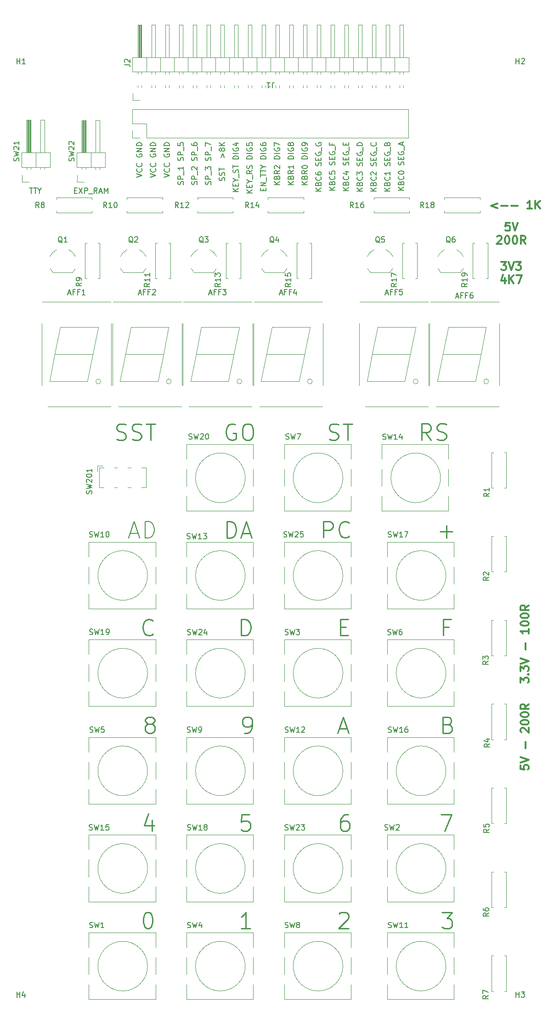
<source format=gbr>
%TF.GenerationSoftware,KiCad,Pcbnew,6.0.2+dfsg-1*%
%TF.CreationDate,2022-05-29T19:59:50-04:00*%
%TF.ProjectId,io-panel,696f2d70-616e-4656-9c2e-6b696361645f,B*%
%TF.SameCoordinates,Original*%
%TF.FileFunction,Legend,Top*%
%TF.FilePolarity,Positive*%
%FSLAX46Y46*%
G04 Gerber Fmt 4.6, Leading zero omitted, Abs format (unit mm)*
G04 Created by KiCad (PCBNEW 6.0.2+dfsg-1) date 2022-05-29 19:59:50*
%MOMM*%
%LPD*%
G01*
G04 APERTURE LIST*
%ADD10C,0.300000*%
%ADD11C,0.150000*%
%ADD12C,0.250000*%
%ADD13C,0.200000*%
%ADD14C,0.120000*%
G04 APERTURE END LIST*
D10*
X150082285Y-84518571D02*
X149368000Y-84518571D01*
X149296571Y-85232857D01*
X149368000Y-85161428D01*
X149510857Y-85090000D01*
X149868000Y-85090000D01*
X150010857Y-85161428D01*
X150082285Y-85232857D01*
X150153714Y-85375714D01*
X150153714Y-85732857D01*
X150082285Y-85875714D01*
X150010857Y-85947142D01*
X149868000Y-86018571D01*
X149510857Y-86018571D01*
X149368000Y-85947142D01*
X149296571Y-85875714D01*
X150582285Y-84518571D02*
X151082285Y-86018571D01*
X151582285Y-84518571D01*
X147760857Y-87076428D02*
X147832285Y-87005000D01*
X147975142Y-86933571D01*
X148332285Y-86933571D01*
X148475142Y-87005000D01*
X148546571Y-87076428D01*
X148618000Y-87219285D01*
X148618000Y-87362142D01*
X148546571Y-87576428D01*
X147689428Y-88433571D01*
X148618000Y-88433571D01*
X149546571Y-86933571D02*
X149689428Y-86933571D01*
X149832285Y-87005000D01*
X149903714Y-87076428D01*
X149975142Y-87219285D01*
X150046571Y-87505000D01*
X150046571Y-87862142D01*
X149975142Y-88147857D01*
X149903714Y-88290714D01*
X149832285Y-88362142D01*
X149689428Y-88433571D01*
X149546571Y-88433571D01*
X149403714Y-88362142D01*
X149332285Y-88290714D01*
X149260857Y-88147857D01*
X149189428Y-87862142D01*
X149189428Y-87505000D01*
X149260857Y-87219285D01*
X149332285Y-87076428D01*
X149403714Y-87005000D01*
X149546571Y-86933571D01*
X150975142Y-86933571D02*
X151118000Y-86933571D01*
X151260857Y-87005000D01*
X151332285Y-87076428D01*
X151403714Y-87219285D01*
X151475142Y-87505000D01*
X151475142Y-87862142D01*
X151403714Y-88147857D01*
X151332285Y-88290714D01*
X151260857Y-88362142D01*
X151118000Y-88433571D01*
X150975142Y-88433571D01*
X150832285Y-88362142D01*
X150760857Y-88290714D01*
X150689428Y-88147857D01*
X150618000Y-87862142D01*
X150618000Y-87505000D01*
X150689428Y-87219285D01*
X150760857Y-87076428D01*
X150832285Y-87005000D01*
X150975142Y-86933571D01*
X152975142Y-88433571D02*
X152475142Y-87719285D01*
X152118000Y-88433571D02*
X152118000Y-86933571D01*
X152689428Y-86933571D01*
X152832285Y-87005000D01*
X152903714Y-87076428D01*
X152975142Y-87219285D01*
X152975142Y-87433571D01*
X152903714Y-87576428D01*
X152832285Y-87647857D01*
X152689428Y-87719285D01*
X152118000Y-87719285D01*
X148510857Y-91763571D02*
X149439428Y-91763571D01*
X148939428Y-92335000D01*
X149153714Y-92335000D01*
X149296571Y-92406428D01*
X149368000Y-92477857D01*
X149439428Y-92620714D01*
X149439428Y-92977857D01*
X149368000Y-93120714D01*
X149296571Y-93192142D01*
X149153714Y-93263571D01*
X148725142Y-93263571D01*
X148582285Y-93192142D01*
X148510857Y-93120714D01*
X149868000Y-91763571D02*
X150368000Y-93263571D01*
X150868000Y-91763571D01*
X151225142Y-91763571D02*
X152153714Y-91763571D01*
X151653714Y-92335000D01*
X151868000Y-92335000D01*
X152010857Y-92406428D01*
X152082285Y-92477857D01*
X152153714Y-92620714D01*
X152153714Y-92977857D01*
X152082285Y-93120714D01*
X152010857Y-93192142D01*
X151868000Y-93263571D01*
X151439428Y-93263571D01*
X151296571Y-93192142D01*
X151225142Y-93120714D01*
X149189428Y-94678571D02*
X149189428Y-95678571D01*
X148832285Y-94107142D02*
X148475142Y-95178571D01*
X149403714Y-95178571D01*
X149975142Y-95678571D02*
X149975142Y-94178571D01*
X150832285Y-95678571D02*
X150189428Y-94821428D01*
X150832285Y-94178571D02*
X149975142Y-95035714D01*
X151332285Y-94178571D02*
X152332285Y-94178571D01*
X151689428Y-95678571D01*
X147808571Y-80958571D02*
X146665714Y-81387142D01*
X147808571Y-81815714D01*
X148522857Y-81387142D02*
X149665714Y-81387142D01*
X150380000Y-81387142D02*
X151522857Y-81387142D01*
X154165714Y-81958571D02*
X153308571Y-81958571D01*
X153737142Y-81958571D02*
X153737142Y-80458571D01*
X153594285Y-80672857D01*
X153451428Y-80815714D01*
X153308571Y-80887142D01*
X154808571Y-81958571D02*
X154808571Y-80458571D01*
X155665714Y-81958571D02*
X155022857Y-81101428D01*
X155665714Y-80458571D02*
X154808571Y-81315714D01*
X152086571Y-184537142D02*
X152086571Y-185251428D01*
X152800857Y-185322857D01*
X152729428Y-185251428D01*
X152658000Y-185108571D01*
X152658000Y-184751428D01*
X152729428Y-184608571D01*
X152800857Y-184537142D01*
X152943714Y-184465714D01*
X153300857Y-184465714D01*
X153443714Y-184537142D01*
X153515142Y-184608571D01*
X153586571Y-184751428D01*
X153586571Y-185108571D01*
X153515142Y-185251428D01*
X153443714Y-185322857D01*
X152086571Y-184037142D02*
X153586571Y-183537142D01*
X152086571Y-183037142D01*
X153015142Y-181394285D02*
X153015142Y-180251428D01*
X152229428Y-178465714D02*
X152158000Y-178394285D01*
X152086571Y-178251428D01*
X152086571Y-177894285D01*
X152158000Y-177751428D01*
X152229428Y-177680000D01*
X152372285Y-177608571D01*
X152515142Y-177608571D01*
X152729428Y-177680000D01*
X153586571Y-178537142D01*
X153586571Y-177608571D01*
X152086571Y-176680000D02*
X152086571Y-176537142D01*
X152158000Y-176394285D01*
X152229428Y-176322857D01*
X152372285Y-176251428D01*
X152658000Y-176180000D01*
X153015142Y-176180000D01*
X153300857Y-176251428D01*
X153443714Y-176322857D01*
X153515142Y-176394285D01*
X153586571Y-176537142D01*
X153586571Y-176680000D01*
X153515142Y-176822857D01*
X153443714Y-176894285D01*
X153300857Y-176965714D01*
X153015142Y-177037142D01*
X152658000Y-177037142D01*
X152372285Y-176965714D01*
X152229428Y-176894285D01*
X152158000Y-176822857D01*
X152086571Y-176680000D01*
X152086571Y-175251428D02*
X152086571Y-175108571D01*
X152158000Y-174965714D01*
X152229428Y-174894285D01*
X152372285Y-174822857D01*
X152658000Y-174751428D01*
X153015142Y-174751428D01*
X153300857Y-174822857D01*
X153443714Y-174894285D01*
X153515142Y-174965714D01*
X153586571Y-175108571D01*
X153586571Y-175251428D01*
X153515142Y-175394285D01*
X153443714Y-175465714D01*
X153300857Y-175537142D01*
X153015142Y-175608571D01*
X152658000Y-175608571D01*
X152372285Y-175537142D01*
X152229428Y-175465714D01*
X152158000Y-175394285D01*
X152086571Y-175251428D01*
X153586571Y-173251428D02*
X152872285Y-173751428D01*
X153586571Y-174108571D02*
X152086571Y-174108571D01*
X152086571Y-173537142D01*
X152158000Y-173394285D01*
X152229428Y-173322857D01*
X152372285Y-173251428D01*
X152586571Y-173251428D01*
X152729428Y-173322857D01*
X152800857Y-173394285D01*
X152872285Y-173537142D01*
X152872285Y-174108571D01*
X152086571Y-169322857D02*
X152086571Y-168394285D01*
X152658000Y-168894285D01*
X152658000Y-168680000D01*
X152729428Y-168537142D01*
X152800857Y-168465714D01*
X152943714Y-168394285D01*
X153300857Y-168394285D01*
X153443714Y-168465714D01*
X153515142Y-168537142D01*
X153586571Y-168680000D01*
X153586571Y-169108571D01*
X153515142Y-169251428D01*
X153443714Y-169322857D01*
X153443714Y-167751428D02*
X153515142Y-167680000D01*
X153586571Y-167751428D01*
X153515142Y-167822857D01*
X153443714Y-167751428D01*
X153586571Y-167751428D01*
X152086571Y-167180000D02*
X152086571Y-166251428D01*
X152658000Y-166751428D01*
X152658000Y-166537142D01*
X152729428Y-166394285D01*
X152800857Y-166322857D01*
X152943714Y-166251428D01*
X153300857Y-166251428D01*
X153443714Y-166322857D01*
X153515142Y-166394285D01*
X153586571Y-166537142D01*
X153586571Y-166965714D01*
X153515142Y-167108571D01*
X153443714Y-167180000D01*
X152086571Y-165822857D02*
X153586571Y-165322857D01*
X152086571Y-164822857D01*
X153015142Y-163180000D02*
X153015142Y-162037142D01*
X153586571Y-159394285D02*
X153586571Y-160251428D01*
X153586571Y-159822857D02*
X152086571Y-159822857D01*
X152300857Y-159965714D01*
X152443714Y-160108571D01*
X152515142Y-160251428D01*
X152086571Y-158465714D02*
X152086571Y-158322857D01*
X152158000Y-158180000D01*
X152229428Y-158108571D01*
X152372285Y-158037142D01*
X152658000Y-157965714D01*
X153015142Y-157965714D01*
X153300857Y-158037142D01*
X153443714Y-158108571D01*
X153515142Y-158180000D01*
X153586571Y-158322857D01*
X153586571Y-158465714D01*
X153515142Y-158608571D01*
X153443714Y-158680000D01*
X153300857Y-158751428D01*
X153015142Y-158822857D01*
X152658000Y-158822857D01*
X152372285Y-158751428D01*
X152229428Y-158680000D01*
X152158000Y-158608571D01*
X152086571Y-158465714D01*
X152086571Y-157037142D02*
X152086571Y-156894285D01*
X152158000Y-156751428D01*
X152229428Y-156680000D01*
X152372285Y-156608571D01*
X152658000Y-156537142D01*
X153015142Y-156537142D01*
X153300857Y-156608571D01*
X153443714Y-156680000D01*
X153515142Y-156751428D01*
X153586571Y-156894285D01*
X153586571Y-157037142D01*
X153515142Y-157180000D01*
X153443714Y-157251428D01*
X153300857Y-157322857D01*
X153015142Y-157394285D01*
X152658000Y-157394285D01*
X152372285Y-157322857D01*
X152229428Y-157251428D01*
X152158000Y-157180000D01*
X152086571Y-157037142D01*
X153586571Y-155037142D02*
X152872285Y-155537142D01*
X153586571Y-155894285D02*
X152086571Y-155894285D01*
X152086571Y-155322857D01*
X152158000Y-155180000D01*
X152229428Y-155108571D01*
X152372285Y-155037142D01*
X152586571Y-155037142D01*
X152729428Y-155108571D01*
X152800857Y-155180000D01*
X152872285Y-155322857D01*
X152872285Y-155894285D01*
D11*
%TO.C,SW13*%
X90615476Y-142744761D02*
X90758333Y-142792380D01*
X90996428Y-142792380D01*
X91091666Y-142744761D01*
X91139285Y-142697142D01*
X91186904Y-142601904D01*
X91186904Y-142506666D01*
X91139285Y-142411428D01*
X91091666Y-142363809D01*
X90996428Y-142316190D01*
X90805952Y-142268571D01*
X90710714Y-142220952D01*
X90663095Y-142173333D01*
X90615476Y-142078095D01*
X90615476Y-141982857D01*
X90663095Y-141887619D01*
X90710714Y-141840000D01*
X90805952Y-141792380D01*
X91044047Y-141792380D01*
X91186904Y-141840000D01*
X91520238Y-141792380D02*
X91758333Y-142792380D01*
X91948809Y-142078095D01*
X92139285Y-142792380D01*
X92377380Y-141792380D01*
X93282142Y-142792380D02*
X92710714Y-142792380D01*
X92996428Y-142792380D02*
X92996428Y-141792380D01*
X92901190Y-141935238D01*
X92805952Y-142030476D01*
X92710714Y-142078095D01*
X93615476Y-141792380D02*
X94234523Y-141792380D01*
X93901190Y-142173333D01*
X94044047Y-142173333D01*
X94139285Y-142220952D01*
X94186904Y-142268571D01*
X94234523Y-142363809D01*
X94234523Y-142601904D01*
X94186904Y-142697142D01*
X94139285Y-142744761D01*
X94044047Y-142792380D01*
X93758333Y-142792380D01*
X93663095Y-142744761D01*
X93615476Y-142697142D01*
D12*
X97953571Y-142607142D02*
X97953571Y-139607142D01*
X98667857Y-139607142D01*
X99096428Y-139750000D01*
X99382142Y-140035714D01*
X99525000Y-140321428D01*
X99667857Y-140892857D01*
X99667857Y-141321428D01*
X99525000Y-141892857D01*
X99382142Y-142178571D01*
X99096428Y-142464285D01*
X98667857Y-142607142D01*
X97953571Y-142607142D01*
X100810714Y-141750000D02*
X102239285Y-141750000D01*
X100525000Y-142607142D02*
X101525000Y-139607142D01*
X102525000Y-142607142D01*
D11*
%TO.C,Q4*%
X106614761Y-88217619D02*
X106519523Y-88170000D01*
X106424285Y-88074761D01*
X106281428Y-87931904D01*
X106186190Y-87884285D01*
X106090952Y-87884285D01*
X106138571Y-88122380D02*
X106043333Y-88074761D01*
X105948095Y-87979523D01*
X105900476Y-87789047D01*
X105900476Y-87455714D01*
X105948095Y-87265238D01*
X106043333Y-87170000D01*
X106138571Y-87122380D01*
X106329047Y-87122380D01*
X106424285Y-87170000D01*
X106519523Y-87265238D01*
X106567142Y-87455714D01*
X106567142Y-87789047D01*
X106519523Y-87979523D01*
X106424285Y-88074761D01*
X106329047Y-88122380D01*
X106138571Y-88122380D01*
X107424285Y-87455714D02*
X107424285Y-88122380D01*
X107186190Y-87074761D02*
X106948095Y-87789047D01*
X107567142Y-87789047D01*
%TO.C,R9*%
X71155380Y-95606666D02*
X70679190Y-95940000D01*
X71155380Y-96178095D02*
X70155380Y-96178095D01*
X70155380Y-95797142D01*
X70203000Y-95701904D01*
X70250619Y-95654285D01*
X70345857Y-95606666D01*
X70488714Y-95606666D01*
X70583952Y-95654285D01*
X70631571Y-95701904D01*
X70679190Y-95797142D01*
X70679190Y-96178095D01*
X71155380Y-95130476D02*
X71155380Y-94940000D01*
X71107761Y-94844761D01*
X71060142Y-94797142D01*
X70917285Y-94701904D01*
X70726809Y-94654285D01*
X70345857Y-94654285D01*
X70250619Y-94701904D01*
X70203000Y-94749523D01*
X70155380Y-94844761D01*
X70155380Y-95035238D01*
X70203000Y-95130476D01*
X70250619Y-95178095D01*
X70345857Y-95225714D01*
X70583952Y-95225714D01*
X70679190Y-95178095D01*
X70726809Y-95130476D01*
X70774428Y-95035238D01*
X70774428Y-94844761D01*
X70726809Y-94749523D01*
X70679190Y-94701904D01*
X70583952Y-94654285D01*
%TO.C,SW8*%
X108690476Y-214404761D02*
X108833333Y-214452380D01*
X109071428Y-214452380D01*
X109166666Y-214404761D01*
X109214285Y-214357142D01*
X109261904Y-214261904D01*
X109261904Y-214166666D01*
X109214285Y-214071428D01*
X109166666Y-214023809D01*
X109071428Y-213976190D01*
X108880952Y-213928571D01*
X108785714Y-213880952D01*
X108738095Y-213833333D01*
X108690476Y-213738095D01*
X108690476Y-213642857D01*
X108738095Y-213547619D01*
X108785714Y-213500000D01*
X108880952Y-213452380D01*
X109119047Y-213452380D01*
X109261904Y-213500000D01*
X109595238Y-213452380D02*
X109833333Y-214452380D01*
X110023809Y-213738095D01*
X110214285Y-214452380D01*
X110452380Y-213452380D01*
X110976190Y-213880952D02*
X110880952Y-213833333D01*
X110833333Y-213785714D01*
X110785714Y-213690476D01*
X110785714Y-213642857D01*
X110833333Y-213547619D01*
X110880952Y-213500000D01*
X110976190Y-213452380D01*
X111166666Y-213452380D01*
X111261904Y-213500000D01*
X111309523Y-213547619D01*
X111357142Y-213642857D01*
X111357142Y-213690476D01*
X111309523Y-213785714D01*
X111261904Y-213833333D01*
X111166666Y-213880952D01*
X110976190Y-213880952D01*
X110880952Y-213928571D01*
X110833333Y-213976190D01*
X110785714Y-214071428D01*
X110785714Y-214261904D01*
X110833333Y-214357142D01*
X110880952Y-214404761D01*
X110976190Y-214452380D01*
X111166666Y-214452380D01*
X111261904Y-214404761D01*
X111309523Y-214357142D01*
X111357142Y-214261904D01*
X111357142Y-214071428D01*
X111309523Y-213976190D01*
X111261904Y-213928571D01*
X111166666Y-213880952D01*
D12*
X118642857Y-211892857D02*
X118785714Y-211750000D01*
X119071428Y-211607142D01*
X119785714Y-211607142D01*
X120071428Y-211750000D01*
X120214285Y-211892857D01*
X120357142Y-212178571D01*
X120357142Y-212464285D01*
X120214285Y-212892857D01*
X118500000Y-214607142D01*
X120357142Y-214607142D01*
D11*
%TO.C,SW3*%
X108690476Y-160404761D02*
X108833333Y-160452380D01*
X109071428Y-160452380D01*
X109166666Y-160404761D01*
X109214285Y-160357142D01*
X109261904Y-160261904D01*
X109261904Y-160166666D01*
X109214285Y-160071428D01*
X109166666Y-160023809D01*
X109071428Y-159976190D01*
X108880952Y-159928571D01*
X108785714Y-159880952D01*
X108738095Y-159833333D01*
X108690476Y-159738095D01*
X108690476Y-159642857D01*
X108738095Y-159547619D01*
X108785714Y-159500000D01*
X108880952Y-159452380D01*
X109119047Y-159452380D01*
X109261904Y-159500000D01*
X109595238Y-159452380D02*
X109833333Y-160452380D01*
X110023809Y-159738095D01*
X110214285Y-160452380D01*
X110452380Y-159452380D01*
X110738095Y-159452380D02*
X111357142Y-159452380D01*
X111023809Y-159833333D01*
X111166666Y-159833333D01*
X111261904Y-159880952D01*
X111309523Y-159928571D01*
X111357142Y-160023809D01*
X111357142Y-160261904D01*
X111309523Y-160357142D01*
X111261904Y-160404761D01*
X111166666Y-160452380D01*
X110880952Y-160452380D01*
X110785714Y-160404761D01*
X110738095Y-160357142D01*
D12*
X118907142Y-159035714D02*
X119907142Y-159035714D01*
X120335714Y-160607142D02*
X118907142Y-160607142D01*
X118907142Y-157607142D01*
X120335714Y-157607142D01*
D11*
%TO.C,SW7*%
X108837976Y-124379761D02*
X108980833Y-124427380D01*
X109218928Y-124427380D01*
X109314166Y-124379761D01*
X109361785Y-124332142D01*
X109409404Y-124236904D01*
X109409404Y-124141666D01*
X109361785Y-124046428D01*
X109314166Y-123998809D01*
X109218928Y-123951190D01*
X109028452Y-123903571D01*
X108933214Y-123855952D01*
X108885595Y-123808333D01*
X108837976Y-123713095D01*
X108837976Y-123617857D01*
X108885595Y-123522619D01*
X108933214Y-123475000D01*
X109028452Y-123427380D01*
X109266547Y-123427380D01*
X109409404Y-123475000D01*
X109742738Y-123427380D02*
X109980833Y-124427380D01*
X110171309Y-123713095D01*
X110361785Y-124427380D01*
X110599880Y-123427380D01*
X110885595Y-123427380D02*
X111552261Y-123427380D01*
X111123690Y-124427380D01*
D12*
X116800000Y-124464285D02*
X117228571Y-124607142D01*
X117942857Y-124607142D01*
X118228571Y-124464285D01*
X118371428Y-124321428D01*
X118514285Y-124035714D01*
X118514285Y-123750000D01*
X118371428Y-123464285D01*
X118228571Y-123321428D01*
X117942857Y-123178571D01*
X117371428Y-123035714D01*
X117085714Y-122892857D01*
X116942857Y-122750000D01*
X116800000Y-122464285D01*
X116800000Y-122178571D01*
X116942857Y-121892857D01*
X117085714Y-121750000D01*
X117371428Y-121607142D01*
X118085714Y-121607142D01*
X118514285Y-121750000D01*
X119371428Y-121607142D02*
X121085714Y-121607142D01*
X120228571Y-124607142D02*
X120228571Y-121607142D01*
D11*
%TO.C,SW4*%
X90690476Y-214404761D02*
X90833333Y-214452380D01*
X91071428Y-214452380D01*
X91166666Y-214404761D01*
X91214285Y-214357142D01*
X91261904Y-214261904D01*
X91261904Y-214166666D01*
X91214285Y-214071428D01*
X91166666Y-214023809D01*
X91071428Y-213976190D01*
X90880952Y-213928571D01*
X90785714Y-213880952D01*
X90738095Y-213833333D01*
X90690476Y-213738095D01*
X90690476Y-213642857D01*
X90738095Y-213547619D01*
X90785714Y-213500000D01*
X90880952Y-213452380D01*
X91119047Y-213452380D01*
X91261904Y-213500000D01*
X91595238Y-213452380D02*
X91833333Y-214452380D01*
X92023809Y-213738095D01*
X92214285Y-214452380D01*
X92452380Y-213452380D01*
X93261904Y-213785714D02*
X93261904Y-214452380D01*
X93023809Y-213404761D02*
X92785714Y-214119047D01*
X93404761Y-214119047D01*
D12*
X102259642Y-214607142D02*
X100545357Y-214607142D01*
X101402500Y-214607142D02*
X101402500Y-211607142D01*
X101116785Y-212035714D01*
X100831071Y-212321428D01*
X100545357Y-212464285D01*
D11*
%TO.C,SW19*%
X72640476Y-160379761D02*
X72783333Y-160427380D01*
X73021428Y-160427380D01*
X73116666Y-160379761D01*
X73164285Y-160332142D01*
X73211904Y-160236904D01*
X73211904Y-160141666D01*
X73164285Y-160046428D01*
X73116666Y-159998809D01*
X73021428Y-159951190D01*
X72830952Y-159903571D01*
X72735714Y-159855952D01*
X72688095Y-159808333D01*
X72640476Y-159713095D01*
X72640476Y-159617857D01*
X72688095Y-159522619D01*
X72735714Y-159475000D01*
X72830952Y-159427380D01*
X73069047Y-159427380D01*
X73211904Y-159475000D01*
X73545238Y-159427380D02*
X73783333Y-160427380D01*
X73973809Y-159713095D01*
X74164285Y-160427380D01*
X74402380Y-159427380D01*
X75307142Y-160427380D02*
X74735714Y-160427380D01*
X75021428Y-160427380D02*
X75021428Y-159427380D01*
X74926190Y-159570238D01*
X74830952Y-159665476D01*
X74735714Y-159713095D01*
X75783333Y-160427380D02*
X75973809Y-160427380D01*
X76069047Y-160379761D01*
X76116666Y-160332142D01*
X76211904Y-160189285D01*
X76259523Y-159998809D01*
X76259523Y-159617857D01*
X76211904Y-159522619D01*
X76164285Y-159475000D01*
X76069047Y-159427380D01*
X75878571Y-159427380D01*
X75783333Y-159475000D01*
X75735714Y-159522619D01*
X75688095Y-159617857D01*
X75688095Y-159855952D01*
X75735714Y-159951190D01*
X75783333Y-159998809D01*
X75878571Y-160046428D01*
X76069047Y-160046428D01*
X76164285Y-159998809D01*
X76211904Y-159951190D01*
X76259523Y-159855952D01*
D12*
X84331071Y-160321428D02*
X84188214Y-160464285D01*
X83759642Y-160607142D01*
X83473928Y-160607142D01*
X83045357Y-160464285D01*
X82759642Y-160178571D01*
X82616785Y-159892857D01*
X82473928Y-159321428D01*
X82473928Y-158892857D01*
X82616785Y-158321428D01*
X82759642Y-158035714D01*
X83045357Y-157750000D01*
X83473928Y-157607142D01*
X83759642Y-157607142D01*
X84188214Y-157750000D01*
X84331071Y-157892857D01*
D11*
%TO.C,R2*%
X146220380Y-149849966D02*
X145744190Y-150183300D01*
X146220380Y-150421395D02*
X145220380Y-150421395D01*
X145220380Y-150040442D01*
X145268000Y-149945204D01*
X145315619Y-149897585D01*
X145410857Y-149849966D01*
X145553714Y-149849966D01*
X145648952Y-149897585D01*
X145696571Y-149945204D01*
X145744190Y-150040442D01*
X145744190Y-150421395D01*
X145315619Y-149469014D02*
X145268000Y-149421395D01*
X145220380Y-149326157D01*
X145220380Y-149088061D01*
X145268000Y-148992823D01*
X145315619Y-148945204D01*
X145410857Y-148897585D01*
X145506095Y-148897585D01*
X145648952Y-148945204D01*
X146220380Y-149516633D01*
X146220380Y-148897585D01*
%TO.C,R18*%
X134231142Y-81732380D02*
X133897809Y-81256190D01*
X133659714Y-81732380D02*
X133659714Y-80732380D01*
X134040666Y-80732380D01*
X134135904Y-80780000D01*
X134183523Y-80827619D01*
X134231142Y-80922857D01*
X134231142Y-81065714D01*
X134183523Y-81160952D01*
X134135904Y-81208571D01*
X134040666Y-81256190D01*
X133659714Y-81256190D01*
X135183523Y-81732380D02*
X134612095Y-81732380D01*
X134897809Y-81732380D02*
X134897809Y-80732380D01*
X134802571Y-80875238D01*
X134707333Y-80970476D01*
X134612095Y-81018095D01*
X135754952Y-81160952D02*
X135659714Y-81113333D01*
X135612095Y-81065714D01*
X135564476Y-80970476D01*
X135564476Y-80922857D01*
X135612095Y-80827619D01*
X135659714Y-80780000D01*
X135754952Y-80732380D01*
X135945428Y-80732380D01*
X136040666Y-80780000D01*
X136088285Y-80827619D01*
X136135904Y-80922857D01*
X136135904Y-80970476D01*
X136088285Y-81065714D01*
X136040666Y-81113333D01*
X135945428Y-81160952D01*
X135754952Y-81160952D01*
X135659714Y-81208571D01*
X135612095Y-81256190D01*
X135564476Y-81351428D01*
X135564476Y-81541904D01*
X135612095Y-81637142D01*
X135659714Y-81684761D01*
X135754952Y-81732380D01*
X135945428Y-81732380D01*
X136040666Y-81684761D01*
X136088285Y-81637142D01*
X136135904Y-81541904D01*
X136135904Y-81351428D01*
X136088285Y-81256190D01*
X136040666Y-81208571D01*
X135945428Y-81160952D01*
%TO.C,R16*%
X121277142Y-81732380D02*
X120943809Y-81256190D01*
X120705714Y-81732380D02*
X120705714Y-80732380D01*
X121086666Y-80732380D01*
X121181904Y-80780000D01*
X121229523Y-80827619D01*
X121277142Y-80922857D01*
X121277142Y-81065714D01*
X121229523Y-81160952D01*
X121181904Y-81208571D01*
X121086666Y-81256190D01*
X120705714Y-81256190D01*
X122229523Y-81732380D02*
X121658095Y-81732380D01*
X121943809Y-81732380D02*
X121943809Y-80732380D01*
X121848571Y-80875238D01*
X121753333Y-80970476D01*
X121658095Y-81018095D01*
X123086666Y-80732380D02*
X122896190Y-80732380D01*
X122800952Y-80780000D01*
X122753333Y-80827619D01*
X122658095Y-80970476D01*
X122610476Y-81160952D01*
X122610476Y-81541904D01*
X122658095Y-81637142D01*
X122705714Y-81684761D01*
X122800952Y-81732380D01*
X122991428Y-81732380D01*
X123086666Y-81684761D01*
X123134285Y-81637142D01*
X123181904Y-81541904D01*
X123181904Y-81303809D01*
X123134285Y-81208571D01*
X123086666Y-81160952D01*
X122991428Y-81113333D01*
X122800952Y-81113333D01*
X122705714Y-81160952D01*
X122658095Y-81208571D01*
X122610476Y-81303809D01*
%TO.C,AFF3*%
X94678571Y-97512666D02*
X95154761Y-97512666D01*
X94583333Y-97798380D02*
X94916666Y-96798380D01*
X95250000Y-97798380D01*
X95916666Y-97274571D02*
X95583333Y-97274571D01*
X95583333Y-97798380D02*
X95583333Y-96798380D01*
X96059523Y-96798380D01*
X96773809Y-97274571D02*
X96440476Y-97274571D01*
X96440476Y-97798380D02*
X96440476Y-96798380D01*
X96916666Y-96798380D01*
X97202380Y-96798380D02*
X97821428Y-96798380D01*
X97488095Y-97179333D01*
X97630952Y-97179333D01*
X97726190Y-97226952D01*
X97773809Y-97274571D01*
X97821428Y-97369809D01*
X97821428Y-97607904D01*
X97773809Y-97703142D01*
X97726190Y-97750761D01*
X97630952Y-97798380D01*
X97345238Y-97798380D01*
X97250000Y-97750761D01*
X97202380Y-97703142D01*
%TO.C,H3*%
X151238095Y-227252380D02*
X151238095Y-226252380D01*
X151238095Y-226728571D02*
X151809523Y-226728571D01*
X151809523Y-227252380D02*
X151809523Y-226252380D01*
X152190476Y-226252380D02*
X152809523Y-226252380D01*
X152476190Y-226633333D01*
X152619047Y-226633333D01*
X152714285Y-226680952D01*
X152761904Y-226728571D01*
X152809523Y-226823809D01*
X152809523Y-227061904D01*
X152761904Y-227157142D01*
X152714285Y-227204761D01*
X152619047Y-227252380D01*
X152333333Y-227252380D01*
X152238095Y-227204761D01*
X152190476Y-227157142D01*
%TO.C,R4*%
X146350380Y-180568666D02*
X145874190Y-180902000D01*
X146350380Y-181140095D02*
X145350380Y-181140095D01*
X145350380Y-180759142D01*
X145398000Y-180663904D01*
X145445619Y-180616285D01*
X145540857Y-180568666D01*
X145683714Y-180568666D01*
X145778952Y-180616285D01*
X145826571Y-180663904D01*
X145874190Y-180759142D01*
X145874190Y-181140095D01*
X145683714Y-179711523D02*
X146350380Y-179711523D01*
X145302761Y-179949619D02*
X146017047Y-180187714D01*
X146017047Y-179568666D01*
%TO.C,R10*%
X75811142Y-81732380D02*
X75477809Y-81256190D01*
X75239714Y-81732380D02*
X75239714Y-80732380D01*
X75620666Y-80732380D01*
X75715904Y-80780000D01*
X75763523Y-80827619D01*
X75811142Y-80922857D01*
X75811142Y-81065714D01*
X75763523Y-81160952D01*
X75715904Y-81208571D01*
X75620666Y-81256190D01*
X75239714Y-81256190D01*
X76763523Y-81732380D02*
X76192095Y-81732380D01*
X76477809Y-81732380D02*
X76477809Y-80732380D01*
X76382571Y-80875238D01*
X76287333Y-80970476D01*
X76192095Y-81018095D01*
X77382571Y-80732380D02*
X77477809Y-80732380D01*
X77573047Y-80780000D01*
X77620666Y-80827619D01*
X77668285Y-80922857D01*
X77715904Y-81113333D01*
X77715904Y-81351428D01*
X77668285Y-81541904D01*
X77620666Y-81637142D01*
X77573047Y-81684761D01*
X77477809Y-81732380D01*
X77382571Y-81732380D01*
X77287333Y-81684761D01*
X77239714Y-81637142D01*
X77192095Y-81541904D01*
X77144476Y-81351428D01*
X77144476Y-81113333D01*
X77192095Y-80922857D01*
X77239714Y-80827619D01*
X77287333Y-80780000D01*
X77382571Y-80732380D01*
%TO.C,H2*%
X151238095Y-55252380D02*
X151238095Y-54252380D01*
X151238095Y-54728571D02*
X151809523Y-54728571D01*
X151809523Y-55252380D02*
X151809523Y-54252380D01*
X152238095Y-54347619D02*
X152285714Y-54300000D01*
X152380952Y-54252380D01*
X152619047Y-54252380D01*
X152714285Y-54300000D01*
X152761904Y-54347619D01*
X152809523Y-54442857D01*
X152809523Y-54538095D01*
X152761904Y-54680952D01*
X152190476Y-55252380D01*
X152809523Y-55252380D01*
%TO.C,Q5*%
X126114761Y-88217619D02*
X126019523Y-88170000D01*
X125924285Y-88074761D01*
X125781428Y-87931904D01*
X125686190Y-87884285D01*
X125590952Y-87884285D01*
X125638571Y-88122380D02*
X125543333Y-88074761D01*
X125448095Y-87979523D01*
X125400476Y-87789047D01*
X125400476Y-87455714D01*
X125448095Y-87265238D01*
X125543333Y-87170000D01*
X125638571Y-87122380D01*
X125829047Y-87122380D01*
X125924285Y-87170000D01*
X126019523Y-87265238D01*
X126067142Y-87455714D01*
X126067142Y-87789047D01*
X126019523Y-87979523D01*
X125924285Y-88074761D01*
X125829047Y-88122380D01*
X125638571Y-88122380D01*
X126971904Y-87122380D02*
X126495714Y-87122380D01*
X126448095Y-87598571D01*
X126495714Y-87550952D01*
X126590952Y-87503333D01*
X126829047Y-87503333D01*
X126924285Y-87550952D01*
X126971904Y-87598571D01*
X127019523Y-87693809D01*
X127019523Y-87931904D01*
X126971904Y-88027142D01*
X126924285Y-88074761D01*
X126829047Y-88122380D01*
X126590952Y-88122380D01*
X126495714Y-88074761D01*
X126448095Y-88027142D01*
%TO.C,J2*%
X79057380Y-55378333D02*
X79771666Y-55378333D01*
X79914523Y-55425952D01*
X80009761Y-55521190D01*
X80057380Y-55664047D01*
X80057380Y-55759285D01*
X79152619Y-54949761D02*
X79105000Y-54902142D01*
X79057380Y-54806904D01*
X79057380Y-54568809D01*
X79105000Y-54473571D01*
X79152619Y-54425952D01*
X79247857Y-54378333D01*
X79343095Y-54378333D01*
X79485952Y-54425952D01*
X80057380Y-54997380D01*
X80057380Y-54378333D01*
%TO.C,SW1*%
X72641666Y-214404761D02*
X72784523Y-214452380D01*
X73022619Y-214452380D01*
X73117857Y-214404761D01*
X73165476Y-214357142D01*
X73213095Y-214261904D01*
X73213095Y-214166666D01*
X73165476Y-214071428D01*
X73117857Y-214023809D01*
X73022619Y-213976190D01*
X72832142Y-213928571D01*
X72736904Y-213880952D01*
X72689285Y-213833333D01*
X72641666Y-213738095D01*
X72641666Y-213642857D01*
X72689285Y-213547619D01*
X72736904Y-213500000D01*
X72832142Y-213452380D01*
X73070238Y-213452380D01*
X73213095Y-213500000D01*
X73546428Y-213452380D02*
X73784523Y-214452380D01*
X73975000Y-213738095D01*
X74165476Y-214452380D01*
X74403571Y-213452380D01*
X75308333Y-214452380D02*
X74736904Y-214452380D01*
X75022619Y-214452380D02*
X75022619Y-213452380D01*
X74927380Y-213595238D01*
X74832142Y-213690476D01*
X74736904Y-213738095D01*
D12*
X83259642Y-211607142D02*
X83545357Y-211607142D01*
X83831071Y-211750000D01*
X83973928Y-211892857D01*
X84116785Y-212178571D01*
X84259642Y-212750000D01*
X84259642Y-213464285D01*
X84116785Y-214035714D01*
X83973928Y-214321428D01*
X83831071Y-214464285D01*
X83545357Y-214607142D01*
X83259642Y-214607142D01*
X82973928Y-214464285D01*
X82831071Y-214321428D01*
X82688214Y-214035714D01*
X82545357Y-213464285D01*
X82545357Y-212750000D01*
X82688214Y-212178571D01*
X82831071Y-211892857D01*
X82973928Y-211750000D01*
X83259642Y-211607142D01*
D11*
%TO.C,R11*%
X83734380Y-95702857D02*
X83258190Y-96036190D01*
X83734380Y-96274285D02*
X82734380Y-96274285D01*
X82734380Y-95893333D01*
X82782000Y-95798095D01*
X82829619Y-95750476D01*
X82924857Y-95702857D01*
X83067714Y-95702857D01*
X83162952Y-95750476D01*
X83210571Y-95798095D01*
X83258190Y-95893333D01*
X83258190Y-96274285D01*
X83734380Y-94750476D02*
X83734380Y-95321904D01*
X83734380Y-95036190D02*
X82734380Y-95036190D01*
X82877238Y-95131428D01*
X82972476Y-95226666D01*
X83020095Y-95321904D01*
X83734380Y-93798095D02*
X83734380Y-94369523D01*
X83734380Y-94083809D02*
X82734380Y-94083809D01*
X82877238Y-94179047D01*
X82972476Y-94274285D01*
X83020095Y-94369523D01*
%TO.C,SW25*%
X108426476Y-142390761D02*
X108569333Y-142438380D01*
X108807428Y-142438380D01*
X108902666Y-142390761D01*
X108950285Y-142343142D01*
X108997904Y-142247904D01*
X108997904Y-142152666D01*
X108950285Y-142057428D01*
X108902666Y-142009809D01*
X108807428Y-141962190D01*
X108616952Y-141914571D01*
X108521714Y-141866952D01*
X108474095Y-141819333D01*
X108426476Y-141724095D01*
X108426476Y-141628857D01*
X108474095Y-141533619D01*
X108521714Y-141486000D01*
X108616952Y-141438380D01*
X108855047Y-141438380D01*
X108997904Y-141486000D01*
X109331238Y-141438380D02*
X109569333Y-142438380D01*
X109759809Y-141724095D01*
X109950285Y-142438380D01*
X110188380Y-141438380D01*
X110521714Y-141533619D02*
X110569333Y-141486000D01*
X110664571Y-141438380D01*
X110902666Y-141438380D01*
X110997904Y-141486000D01*
X111045523Y-141533619D01*
X111093142Y-141628857D01*
X111093142Y-141724095D01*
X111045523Y-141866952D01*
X110474095Y-142438380D01*
X111093142Y-142438380D01*
X111997904Y-141438380D02*
X111521714Y-141438380D01*
X111474095Y-141914571D01*
X111521714Y-141866952D01*
X111616952Y-141819333D01*
X111855047Y-141819333D01*
X111950285Y-141866952D01*
X111997904Y-141914571D01*
X112045523Y-142009809D01*
X112045523Y-142247904D01*
X111997904Y-142343142D01*
X111950285Y-142390761D01*
X111855047Y-142438380D01*
X111616952Y-142438380D01*
X111521714Y-142390761D01*
X111474095Y-142343142D01*
D12*
X115764285Y-142582142D02*
X115764285Y-139582142D01*
X116907142Y-139582142D01*
X117192857Y-139725000D01*
X117335714Y-139867857D01*
X117478571Y-140153571D01*
X117478571Y-140582142D01*
X117335714Y-140867857D01*
X117192857Y-141010714D01*
X116907142Y-141153571D01*
X115764285Y-141153571D01*
X120478571Y-142296428D02*
X120335714Y-142439285D01*
X119907142Y-142582142D01*
X119621428Y-142582142D01*
X119192857Y-142439285D01*
X118907142Y-142153571D01*
X118764285Y-141867857D01*
X118621428Y-141296428D01*
X118621428Y-140867857D01*
X118764285Y-140296428D01*
X118907142Y-140010714D01*
X119192857Y-139725000D01*
X119621428Y-139582142D01*
X119907142Y-139582142D01*
X120335714Y-139725000D01*
X120478571Y-139867857D01*
D11*
%TO.C,SW21*%
X59594761Y-73144523D02*
X59642380Y-73001666D01*
X59642380Y-72763571D01*
X59594761Y-72668333D01*
X59547142Y-72620714D01*
X59451904Y-72573095D01*
X59356666Y-72573095D01*
X59261428Y-72620714D01*
X59213809Y-72668333D01*
X59166190Y-72763571D01*
X59118571Y-72954047D01*
X59070952Y-73049285D01*
X59023333Y-73096904D01*
X58928095Y-73144523D01*
X58832857Y-73144523D01*
X58737619Y-73096904D01*
X58690000Y-73049285D01*
X58642380Y-72954047D01*
X58642380Y-72715952D01*
X58690000Y-72573095D01*
X58642380Y-72239761D02*
X59642380Y-72001666D01*
X58928095Y-71811190D01*
X59642380Y-71620714D01*
X58642380Y-71382619D01*
X58737619Y-71049285D02*
X58690000Y-71001666D01*
X58642380Y-70906428D01*
X58642380Y-70668333D01*
X58690000Y-70573095D01*
X58737619Y-70525476D01*
X58832857Y-70477857D01*
X58928095Y-70477857D01*
X59070952Y-70525476D01*
X59642380Y-71096904D01*
X59642380Y-70477857D01*
X59642380Y-69525476D02*
X59642380Y-70096904D01*
X59642380Y-69811190D02*
X58642380Y-69811190D01*
X58785238Y-69906428D01*
X58880476Y-70001666D01*
X58928095Y-70096904D01*
X61594761Y-78122380D02*
X62166190Y-78122380D01*
X61880476Y-79122380D02*
X61880476Y-78122380D01*
X62356666Y-78122380D02*
X62928095Y-78122380D01*
X62642380Y-79122380D02*
X62642380Y-78122380D01*
X63451904Y-78646190D02*
X63451904Y-79122380D01*
X63118571Y-78122380D02*
X63451904Y-78646190D01*
X63785238Y-78122380D01*
%TO.C,R5*%
X146270380Y-196285966D02*
X145794190Y-196619300D01*
X146270380Y-196857395D02*
X145270380Y-196857395D01*
X145270380Y-196476442D01*
X145318000Y-196381204D01*
X145365619Y-196333585D01*
X145460857Y-196285966D01*
X145603714Y-196285966D01*
X145698952Y-196333585D01*
X145746571Y-196381204D01*
X145794190Y-196476442D01*
X145794190Y-196857395D01*
X145270380Y-195381204D02*
X145270380Y-195857395D01*
X145746571Y-195905014D01*
X145698952Y-195857395D01*
X145651333Y-195762157D01*
X145651333Y-195524061D01*
X145698952Y-195428823D01*
X145746571Y-195381204D01*
X145841809Y-195333585D01*
X146079904Y-195333585D01*
X146175142Y-195381204D01*
X146222761Y-195428823D01*
X146270380Y-195524061D01*
X146270380Y-195762157D01*
X146222761Y-195857395D01*
X146175142Y-195905014D01*
%TO.C,SW23*%
X108665476Y-196404761D02*
X108808333Y-196452380D01*
X109046428Y-196452380D01*
X109141666Y-196404761D01*
X109189285Y-196357142D01*
X109236904Y-196261904D01*
X109236904Y-196166666D01*
X109189285Y-196071428D01*
X109141666Y-196023809D01*
X109046428Y-195976190D01*
X108855952Y-195928571D01*
X108760714Y-195880952D01*
X108713095Y-195833333D01*
X108665476Y-195738095D01*
X108665476Y-195642857D01*
X108713095Y-195547619D01*
X108760714Y-195500000D01*
X108855952Y-195452380D01*
X109094047Y-195452380D01*
X109236904Y-195500000D01*
X109570238Y-195452380D02*
X109808333Y-196452380D01*
X109998809Y-195738095D01*
X110189285Y-196452380D01*
X110427380Y-195452380D01*
X110760714Y-195547619D02*
X110808333Y-195500000D01*
X110903571Y-195452380D01*
X111141666Y-195452380D01*
X111236904Y-195500000D01*
X111284523Y-195547619D01*
X111332142Y-195642857D01*
X111332142Y-195738095D01*
X111284523Y-195880952D01*
X110713095Y-196452380D01*
X111332142Y-196452380D01*
X111665476Y-195452380D02*
X112284523Y-195452380D01*
X111951190Y-195833333D01*
X112094047Y-195833333D01*
X112189285Y-195880952D01*
X112236904Y-195928571D01*
X112284523Y-196023809D01*
X112284523Y-196261904D01*
X112236904Y-196357142D01*
X112189285Y-196404761D01*
X112094047Y-196452380D01*
X111808333Y-196452380D01*
X111713095Y-196404761D01*
X111665476Y-196357142D01*
D12*
X120271428Y-193607142D02*
X119700000Y-193607142D01*
X119414285Y-193750000D01*
X119271428Y-193892857D01*
X118985714Y-194321428D01*
X118842857Y-194892857D01*
X118842857Y-196035714D01*
X118985714Y-196321428D01*
X119128571Y-196464285D01*
X119414285Y-196607142D01*
X119985714Y-196607142D01*
X120271428Y-196464285D01*
X120414285Y-196321428D01*
X120557142Y-196035714D01*
X120557142Y-195321428D01*
X120414285Y-195035714D01*
X120271428Y-194892857D01*
X119985714Y-194750000D01*
X119414285Y-194750000D01*
X119128571Y-194892857D01*
X118985714Y-195035714D01*
X118842857Y-195321428D01*
D11*
%TO.C,Q6*%
X139114761Y-88217619D02*
X139019523Y-88170000D01*
X138924285Y-88074761D01*
X138781428Y-87931904D01*
X138686190Y-87884285D01*
X138590952Y-87884285D01*
X138638571Y-88122380D02*
X138543333Y-88074761D01*
X138448095Y-87979523D01*
X138400476Y-87789047D01*
X138400476Y-87455714D01*
X138448095Y-87265238D01*
X138543333Y-87170000D01*
X138638571Y-87122380D01*
X138829047Y-87122380D01*
X138924285Y-87170000D01*
X139019523Y-87265238D01*
X139067142Y-87455714D01*
X139067142Y-87789047D01*
X139019523Y-87979523D01*
X138924285Y-88074761D01*
X138829047Y-88122380D01*
X138638571Y-88122380D01*
X139924285Y-87122380D02*
X139733809Y-87122380D01*
X139638571Y-87170000D01*
X139590952Y-87217619D01*
X139495714Y-87360476D01*
X139448095Y-87550952D01*
X139448095Y-87931904D01*
X139495714Y-88027142D01*
X139543333Y-88074761D01*
X139638571Y-88122380D01*
X139829047Y-88122380D01*
X139924285Y-88074761D01*
X139971904Y-88027142D01*
X140019523Y-87931904D01*
X140019523Y-87693809D01*
X139971904Y-87598571D01*
X139924285Y-87550952D01*
X139829047Y-87503333D01*
X139638571Y-87503333D01*
X139543333Y-87550952D01*
X139495714Y-87598571D01*
X139448095Y-87693809D01*
%TO.C,R19*%
X142234380Y-95702857D02*
X141758190Y-96036190D01*
X142234380Y-96274285D02*
X141234380Y-96274285D01*
X141234380Y-95893333D01*
X141282000Y-95798095D01*
X141329619Y-95750476D01*
X141424857Y-95702857D01*
X141567714Y-95702857D01*
X141662952Y-95750476D01*
X141710571Y-95798095D01*
X141758190Y-95893333D01*
X141758190Y-96274285D01*
X142234380Y-94750476D02*
X142234380Y-95321904D01*
X142234380Y-95036190D02*
X141234380Y-95036190D01*
X141377238Y-95131428D01*
X141472476Y-95226666D01*
X141520095Y-95321904D01*
X142234380Y-94274285D02*
X142234380Y-94083809D01*
X142186761Y-93988571D01*
X142139142Y-93940952D01*
X141996285Y-93845714D01*
X141805809Y-93798095D01*
X141424857Y-93798095D01*
X141329619Y-93845714D01*
X141282000Y-93893333D01*
X141234380Y-93988571D01*
X141234380Y-94179047D01*
X141282000Y-94274285D01*
X141329619Y-94321904D01*
X141424857Y-94369523D01*
X141662952Y-94369523D01*
X141758190Y-94321904D01*
X141805809Y-94274285D01*
X141853428Y-94179047D01*
X141853428Y-93988571D01*
X141805809Y-93893333D01*
X141758190Y-93845714D01*
X141662952Y-93798095D01*
%TO.C,Q2*%
X80614761Y-88217619D02*
X80519523Y-88170000D01*
X80424285Y-88074761D01*
X80281428Y-87931904D01*
X80186190Y-87884285D01*
X80090952Y-87884285D01*
X80138571Y-88122380D02*
X80043333Y-88074761D01*
X79948095Y-87979523D01*
X79900476Y-87789047D01*
X79900476Y-87455714D01*
X79948095Y-87265238D01*
X80043333Y-87170000D01*
X80138571Y-87122380D01*
X80329047Y-87122380D01*
X80424285Y-87170000D01*
X80519523Y-87265238D01*
X80567142Y-87455714D01*
X80567142Y-87789047D01*
X80519523Y-87979523D01*
X80424285Y-88074761D01*
X80329047Y-88122380D01*
X80138571Y-88122380D01*
X80948095Y-87217619D02*
X80995714Y-87170000D01*
X81090952Y-87122380D01*
X81329047Y-87122380D01*
X81424285Y-87170000D01*
X81471904Y-87217619D01*
X81519523Y-87312857D01*
X81519523Y-87408095D01*
X81471904Y-87550952D01*
X80900476Y-88122380D01*
X81519523Y-88122380D01*
%TO.C,SW14*%
X126690476Y-124404761D02*
X126833333Y-124452380D01*
X127071428Y-124452380D01*
X127166666Y-124404761D01*
X127214285Y-124357142D01*
X127261904Y-124261904D01*
X127261904Y-124166666D01*
X127214285Y-124071428D01*
X127166666Y-124023809D01*
X127071428Y-123976190D01*
X126880952Y-123928571D01*
X126785714Y-123880952D01*
X126738095Y-123833333D01*
X126690476Y-123738095D01*
X126690476Y-123642857D01*
X126738095Y-123547619D01*
X126785714Y-123500000D01*
X126880952Y-123452380D01*
X127119047Y-123452380D01*
X127261904Y-123500000D01*
X127595238Y-123452380D02*
X127833333Y-124452380D01*
X128023809Y-123738095D01*
X128214285Y-124452380D01*
X128452380Y-123452380D01*
X129357142Y-124452380D02*
X128785714Y-124452380D01*
X129071428Y-124452380D02*
X129071428Y-123452380D01*
X128976190Y-123595238D01*
X128880952Y-123690476D01*
X128785714Y-123738095D01*
X130214285Y-123785714D02*
X130214285Y-124452380D01*
X129976190Y-123404761D02*
X129738095Y-124119047D01*
X130357142Y-124119047D01*
D12*
X135550000Y-124582142D02*
X134550000Y-123153571D01*
X133835714Y-124582142D02*
X133835714Y-121582142D01*
X134978571Y-121582142D01*
X135264285Y-121725000D01*
X135407142Y-121867857D01*
X135550000Y-122153571D01*
X135550000Y-122582142D01*
X135407142Y-122867857D01*
X135264285Y-123010714D01*
X134978571Y-123153571D01*
X133835714Y-123153571D01*
X136692857Y-124439285D02*
X137121428Y-124582142D01*
X137835714Y-124582142D01*
X138121428Y-124439285D01*
X138264285Y-124296428D01*
X138407142Y-124010714D01*
X138407142Y-123725000D01*
X138264285Y-123439285D01*
X138121428Y-123296428D01*
X137835714Y-123153571D01*
X137264285Y-123010714D01*
X136978571Y-122867857D01*
X136835714Y-122725000D01*
X136692857Y-122439285D01*
X136692857Y-122153571D01*
X136835714Y-121867857D01*
X136978571Y-121725000D01*
X137264285Y-121582142D01*
X137978571Y-121582142D01*
X138407142Y-121725000D01*
D11*
%TO.C,SW15*%
X72590476Y-196404761D02*
X72733333Y-196452380D01*
X72971428Y-196452380D01*
X73066666Y-196404761D01*
X73114285Y-196357142D01*
X73161904Y-196261904D01*
X73161904Y-196166666D01*
X73114285Y-196071428D01*
X73066666Y-196023809D01*
X72971428Y-195976190D01*
X72780952Y-195928571D01*
X72685714Y-195880952D01*
X72638095Y-195833333D01*
X72590476Y-195738095D01*
X72590476Y-195642857D01*
X72638095Y-195547619D01*
X72685714Y-195500000D01*
X72780952Y-195452380D01*
X73019047Y-195452380D01*
X73161904Y-195500000D01*
X73495238Y-195452380D02*
X73733333Y-196452380D01*
X73923809Y-195738095D01*
X74114285Y-196452380D01*
X74352380Y-195452380D01*
X75257142Y-196452380D02*
X74685714Y-196452380D01*
X74971428Y-196452380D02*
X74971428Y-195452380D01*
X74876190Y-195595238D01*
X74780952Y-195690476D01*
X74685714Y-195738095D01*
X76161904Y-195452380D02*
X75685714Y-195452380D01*
X75638095Y-195928571D01*
X75685714Y-195880952D01*
X75780952Y-195833333D01*
X76019047Y-195833333D01*
X76114285Y-195880952D01*
X76161904Y-195928571D01*
X76209523Y-196023809D01*
X76209523Y-196261904D01*
X76161904Y-196357142D01*
X76114285Y-196404761D01*
X76019047Y-196452380D01*
X75780952Y-196452380D01*
X75685714Y-196404761D01*
X75638095Y-196357142D01*
D12*
X84171428Y-194607142D02*
X84171428Y-196607142D01*
X83457142Y-193464285D02*
X82742857Y-195607142D01*
X84600000Y-195607142D01*
D11*
%TO.C,SW201*%
X73007261Y-134465714D02*
X73054880Y-134322857D01*
X73054880Y-134084761D01*
X73007261Y-133989523D01*
X72959642Y-133941904D01*
X72864404Y-133894285D01*
X72769166Y-133894285D01*
X72673928Y-133941904D01*
X72626309Y-133989523D01*
X72578690Y-134084761D01*
X72531071Y-134275238D01*
X72483452Y-134370476D01*
X72435833Y-134418095D01*
X72340595Y-134465714D01*
X72245357Y-134465714D01*
X72150119Y-134418095D01*
X72102500Y-134370476D01*
X72054880Y-134275238D01*
X72054880Y-134037142D01*
X72102500Y-133894285D01*
X72054880Y-133560952D02*
X73054880Y-133322857D01*
X72340595Y-133132380D01*
X73054880Y-132941904D01*
X72054880Y-132703809D01*
X72150119Y-132370476D02*
X72102500Y-132322857D01*
X72054880Y-132227619D01*
X72054880Y-131989523D01*
X72102500Y-131894285D01*
X72150119Y-131846666D01*
X72245357Y-131799047D01*
X72340595Y-131799047D01*
X72483452Y-131846666D01*
X73054880Y-132418095D01*
X73054880Y-131799047D01*
X72054880Y-131180000D02*
X72054880Y-131084761D01*
X72102500Y-130989523D01*
X72150119Y-130941904D01*
X72245357Y-130894285D01*
X72435833Y-130846666D01*
X72673928Y-130846666D01*
X72864404Y-130894285D01*
X72959642Y-130941904D01*
X73007261Y-130989523D01*
X73054880Y-131084761D01*
X73054880Y-131180000D01*
X73007261Y-131275238D01*
X72959642Y-131322857D01*
X72864404Y-131370476D01*
X72673928Y-131418095D01*
X72435833Y-131418095D01*
X72245357Y-131370476D01*
X72150119Y-131322857D01*
X72102500Y-131275238D01*
X72054880Y-131180000D01*
X73054880Y-129894285D02*
X73054880Y-130465714D01*
X73054880Y-130180000D02*
X72054880Y-130180000D01*
X72197738Y-130275238D01*
X72292976Y-130370476D01*
X72340595Y-130465714D01*
D12*
X77641428Y-124454285D02*
X78070000Y-124597142D01*
X78784285Y-124597142D01*
X79070000Y-124454285D01*
X79212857Y-124311428D01*
X79355714Y-124025714D01*
X79355714Y-123740000D01*
X79212857Y-123454285D01*
X79070000Y-123311428D01*
X78784285Y-123168571D01*
X78212857Y-123025714D01*
X77927142Y-122882857D01*
X77784285Y-122740000D01*
X77641428Y-122454285D01*
X77641428Y-122168571D01*
X77784285Y-121882857D01*
X77927142Y-121740000D01*
X78212857Y-121597142D01*
X78927142Y-121597142D01*
X79355714Y-121740000D01*
X80498571Y-124454285D02*
X80927142Y-124597142D01*
X81641428Y-124597142D01*
X81927142Y-124454285D01*
X82070000Y-124311428D01*
X82212857Y-124025714D01*
X82212857Y-123740000D01*
X82070000Y-123454285D01*
X81927142Y-123311428D01*
X81641428Y-123168571D01*
X81070000Y-123025714D01*
X80784285Y-122882857D01*
X80641428Y-122740000D01*
X80498571Y-122454285D01*
X80498571Y-122168571D01*
X80641428Y-121882857D01*
X80784285Y-121740000D01*
X81070000Y-121597142D01*
X81784285Y-121597142D01*
X82212857Y-121740000D01*
X83070000Y-121597142D02*
X84784285Y-121597142D01*
X83927142Y-124597142D02*
X83927142Y-121597142D01*
D11*
%TO.C,Q3*%
X93614761Y-88217619D02*
X93519523Y-88170000D01*
X93424285Y-88074761D01*
X93281428Y-87931904D01*
X93186190Y-87884285D01*
X93090952Y-87884285D01*
X93138571Y-88122380D02*
X93043333Y-88074761D01*
X92948095Y-87979523D01*
X92900476Y-87789047D01*
X92900476Y-87455714D01*
X92948095Y-87265238D01*
X93043333Y-87170000D01*
X93138571Y-87122380D01*
X93329047Y-87122380D01*
X93424285Y-87170000D01*
X93519523Y-87265238D01*
X93567142Y-87455714D01*
X93567142Y-87789047D01*
X93519523Y-87979523D01*
X93424285Y-88074761D01*
X93329047Y-88122380D01*
X93138571Y-88122380D01*
X93900476Y-87122380D02*
X94519523Y-87122380D01*
X94186190Y-87503333D01*
X94329047Y-87503333D01*
X94424285Y-87550952D01*
X94471904Y-87598571D01*
X94519523Y-87693809D01*
X94519523Y-87931904D01*
X94471904Y-88027142D01*
X94424285Y-88074761D01*
X94329047Y-88122380D01*
X94043333Y-88122380D01*
X93948095Y-88074761D01*
X93900476Y-88027142D01*
%TO.C,H4*%
X59238095Y-227252380D02*
X59238095Y-226252380D01*
X59238095Y-226728571D02*
X59809523Y-226728571D01*
X59809523Y-227252380D02*
X59809523Y-226252380D01*
X60714285Y-226585714D02*
X60714285Y-227252380D01*
X60476190Y-226204761D02*
X60238095Y-226919047D01*
X60857142Y-226919047D01*
%TO.C,SW22*%
X69759761Y-73149523D02*
X69807380Y-73006666D01*
X69807380Y-72768571D01*
X69759761Y-72673333D01*
X69712142Y-72625714D01*
X69616904Y-72578095D01*
X69521666Y-72578095D01*
X69426428Y-72625714D01*
X69378809Y-72673333D01*
X69331190Y-72768571D01*
X69283571Y-72959047D01*
X69235952Y-73054285D01*
X69188333Y-73101904D01*
X69093095Y-73149523D01*
X68997857Y-73149523D01*
X68902619Y-73101904D01*
X68855000Y-73054285D01*
X68807380Y-72959047D01*
X68807380Y-72720952D01*
X68855000Y-72578095D01*
X68807380Y-72244761D02*
X69807380Y-72006666D01*
X69093095Y-71816190D01*
X69807380Y-71625714D01*
X68807380Y-71387619D01*
X68902619Y-71054285D02*
X68855000Y-71006666D01*
X68807380Y-70911428D01*
X68807380Y-70673333D01*
X68855000Y-70578095D01*
X68902619Y-70530476D01*
X68997857Y-70482857D01*
X69093095Y-70482857D01*
X69235952Y-70530476D01*
X69807380Y-71101904D01*
X69807380Y-70482857D01*
X68902619Y-70101904D02*
X68855000Y-70054285D01*
X68807380Y-69959047D01*
X68807380Y-69720952D01*
X68855000Y-69625714D01*
X68902619Y-69578095D01*
X68997857Y-69530476D01*
X69093095Y-69530476D01*
X69235952Y-69578095D01*
X69807380Y-70149523D01*
X69807380Y-69530476D01*
X69848571Y-78578571D02*
X70181904Y-78578571D01*
X70324761Y-79102380D02*
X69848571Y-79102380D01*
X69848571Y-78102380D01*
X70324761Y-78102380D01*
X70658095Y-78102380D02*
X71324761Y-79102380D01*
X71324761Y-78102380D02*
X70658095Y-79102380D01*
X71705714Y-79102380D02*
X71705714Y-78102380D01*
X72086666Y-78102380D01*
X72181904Y-78150000D01*
X72229523Y-78197619D01*
X72277142Y-78292857D01*
X72277142Y-78435714D01*
X72229523Y-78530952D01*
X72181904Y-78578571D01*
X72086666Y-78626190D01*
X71705714Y-78626190D01*
X72467619Y-79197619D02*
X73229523Y-79197619D01*
X74039047Y-79102380D02*
X73705714Y-78626190D01*
X73467619Y-79102380D02*
X73467619Y-78102380D01*
X73848571Y-78102380D01*
X73943809Y-78150000D01*
X73991428Y-78197619D01*
X74039047Y-78292857D01*
X74039047Y-78435714D01*
X73991428Y-78530952D01*
X73943809Y-78578571D01*
X73848571Y-78626190D01*
X73467619Y-78626190D01*
X74420000Y-78816666D02*
X74896190Y-78816666D01*
X74324761Y-79102380D02*
X74658095Y-78102380D01*
X74991428Y-79102380D01*
X75324761Y-79102380D02*
X75324761Y-78102380D01*
X75658095Y-78816666D01*
X75991428Y-78102380D01*
X75991428Y-79102380D01*
%TO.C,SW12*%
X108690476Y-178404761D02*
X108833333Y-178452380D01*
X109071428Y-178452380D01*
X109166666Y-178404761D01*
X109214285Y-178357142D01*
X109261904Y-178261904D01*
X109261904Y-178166666D01*
X109214285Y-178071428D01*
X109166666Y-178023809D01*
X109071428Y-177976190D01*
X108880952Y-177928571D01*
X108785714Y-177880952D01*
X108738095Y-177833333D01*
X108690476Y-177738095D01*
X108690476Y-177642857D01*
X108738095Y-177547619D01*
X108785714Y-177500000D01*
X108880952Y-177452380D01*
X109119047Y-177452380D01*
X109261904Y-177500000D01*
X109595238Y-177452380D02*
X109833333Y-178452380D01*
X110023809Y-177738095D01*
X110214285Y-178452380D01*
X110452380Y-177452380D01*
X111357142Y-178452380D02*
X110785714Y-178452380D01*
X111071428Y-178452380D02*
X111071428Y-177452380D01*
X110976190Y-177595238D01*
X110880952Y-177690476D01*
X110785714Y-177738095D01*
X111738095Y-177547619D02*
X111785714Y-177500000D01*
X111880952Y-177452380D01*
X112119047Y-177452380D01*
X112214285Y-177500000D01*
X112261904Y-177547619D01*
X112309523Y-177642857D01*
X112309523Y-177738095D01*
X112261904Y-177880952D01*
X111690476Y-178452380D01*
X112309523Y-178452380D01*
D12*
X118688214Y-177750000D02*
X120116785Y-177750000D01*
X118402500Y-178607142D02*
X119402500Y-175607142D01*
X120402500Y-178607142D01*
D11*
%TO.C,H1*%
X59238095Y-55252380D02*
X59238095Y-54252380D01*
X59238095Y-54728571D02*
X59809523Y-54728571D01*
X59809523Y-55252380D02*
X59809523Y-54252380D01*
X60809523Y-55252380D02*
X60238095Y-55252380D01*
X60523809Y-55252380D02*
X60523809Y-54252380D01*
X60428571Y-54395238D01*
X60333333Y-54490476D01*
X60238095Y-54538095D01*
%TO.C,AFF5*%
X127178571Y-97512666D02*
X127654761Y-97512666D01*
X127083333Y-97798380D02*
X127416666Y-96798380D01*
X127750000Y-97798380D01*
X128416666Y-97274571D02*
X128083333Y-97274571D01*
X128083333Y-97798380D02*
X128083333Y-96798380D01*
X128559523Y-96798380D01*
X129273809Y-97274571D02*
X128940476Y-97274571D01*
X128940476Y-97798380D02*
X128940476Y-96798380D01*
X129416666Y-96798380D01*
X130273809Y-96798380D02*
X129797619Y-96798380D01*
X129750000Y-97274571D01*
X129797619Y-97226952D01*
X129892857Y-97179333D01*
X130130952Y-97179333D01*
X130226190Y-97226952D01*
X130273809Y-97274571D01*
X130321428Y-97369809D01*
X130321428Y-97607904D01*
X130273809Y-97703142D01*
X130226190Y-97750761D01*
X130130952Y-97798380D01*
X129892857Y-97798380D01*
X129797619Y-97750761D01*
X129750000Y-97703142D01*
%TO.C,AFF1*%
X68678571Y-97512666D02*
X69154761Y-97512666D01*
X68583333Y-97798380D02*
X68916666Y-96798380D01*
X69250000Y-97798380D01*
X69916666Y-97274571D02*
X69583333Y-97274571D01*
X69583333Y-97798380D02*
X69583333Y-96798380D01*
X70059523Y-96798380D01*
X70773809Y-97274571D02*
X70440476Y-97274571D01*
X70440476Y-97798380D02*
X70440476Y-96798380D01*
X70916666Y-96798380D01*
X71821428Y-97798380D02*
X71250000Y-97798380D01*
X71535714Y-97798380D02*
X71535714Y-96798380D01*
X71440476Y-96941238D01*
X71345238Y-97036476D01*
X71250000Y-97084095D01*
%TO.C,SW20*%
X90962976Y-124379761D02*
X91105833Y-124427380D01*
X91343928Y-124427380D01*
X91439166Y-124379761D01*
X91486785Y-124332142D01*
X91534404Y-124236904D01*
X91534404Y-124141666D01*
X91486785Y-124046428D01*
X91439166Y-123998809D01*
X91343928Y-123951190D01*
X91153452Y-123903571D01*
X91058214Y-123855952D01*
X91010595Y-123808333D01*
X90962976Y-123713095D01*
X90962976Y-123617857D01*
X91010595Y-123522619D01*
X91058214Y-123475000D01*
X91153452Y-123427380D01*
X91391547Y-123427380D01*
X91534404Y-123475000D01*
X91867738Y-123427380D02*
X92105833Y-124427380D01*
X92296309Y-123713095D01*
X92486785Y-124427380D01*
X92724880Y-123427380D01*
X93058214Y-123522619D02*
X93105833Y-123475000D01*
X93201071Y-123427380D01*
X93439166Y-123427380D01*
X93534404Y-123475000D01*
X93582023Y-123522619D01*
X93629642Y-123617857D01*
X93629642Y-123713095D01*
X93582023Y-123855952D01*
X93010595Y-124427380D01*
X93629642Y-124427380D01*
X94248690Y-123427380D02*
X94343928Y-123427380D01*
X94439166Y-123475000D01*
X94486785Y-123522619D01*
X94534404Y-123617857D01*
X94582023Y-123808333D01*
X94582023Y-124046428D01*
X94534404Y-124236904D01*
X94486785Y-124332142D01*
X94439166Y-124379761D01*
X94343928Y-124427380D01*
X94248690Y-124427380D01*
X94153452Y-124379761D01*
X94105833Y-124332142D01*
X94058214Y-124236904D01*
X94010595Y-124046428D01*
X94010595Y-123808333D01*
X94058214Y-123617857D01*
X94105833Y-123522619D01*
X94153452Y-123475000D01*
X94248690Y-123427380D01*
D12*
X99514285Y-121750000D02*
X99228571Y-121607142D01*
X98800000Y-121607142D01*
X98371428Y-121750000D01*
X98085714Y-122035714D01*
X97942857Y-122321428D01*
X97800000Y-122892857D01*
X97800000Y-123321428D01*
X97942857Y-123892857D01*
X98085714Y-124178571D01*
X98371428Y-124464285D01*
X98800000Y-124607142D01*
X99085714Y-124607142D01*
X99514285Y-124464285D01*
X99657142Y-124321428D01*
X99657142Y-123321428D01*
X99085714Y-123321428D01*
X101514285Y-121607142D02*
X102085714Y-121607142D01*
X102371428Y-121750000D01*
X102657142Y-122035714D01*
X102800000Y-122607142D01*
X102800000Y-123607142D01*
X102657142Y-124178571D01*
X102371428Y-124464285D01*
X102085714Y-124607142D01*
X101514285Y-124607142D01*
X101228571Y-124464285D01*
X100942857Y-124178571D01*
X100800000Y-123607142D01*
X100800000Y-122607142D01*
X100942857Y-122035714D01*
X101228571Y-121750000D01*
X101514285Y-121607142D01*
D11*
%TO.C,R3*%
X146140380Y-165313366D02*
X145664190Y-165646700D01*
X146140380Y-165884795D02*
X145140380Y-165884795D01*
X145140380Y-165503842D01*
X145188000Y-165408604D01*
X145235619Y-165360985D01*
X145330857Y-165313366D01*
X145473714Y-165313366D01*
X145568952Y-165360985D01*
X145616571Y-165408604D01*
X145664190Y-165503842D01*
X145664190Y-165884795D01*
X145140380Y-164980033D02*
X145140380Y-164360985D01*
X145521333Y-164694319D01*
X145521333Y-164551461D01*
X145568952Y-164456223D01*
X145616571Y-164408604D01*
X145711809Y-164360985D01*
X145949904Y-164360985D01*
X146045142Y-164408604D01*
X146092761Y-164456223D01*
X146140380Y-164551461D01*
X146140380Y-164837176D01*
X146092761Y-164932414D01*
X146045142Y-164980033D01*
%TO.C,SW24*%
X90690476Y-160404761D02*
X90833333Y-160452380D01*
X91071428Y-160452380D01*
X91166666Y-160404761D01*
X91214285Y-160357142D01*
X91261904Y-160261904D01*
X91261904Y-160166666D01*
X91214285Y-160071428D01*
X91166666Y-160023809D01*
X91071428Y-159976190D01*
X90880952Y-159928571D01*
X90785714Y-159880952D01*
X90738095Y-159833333D01*
X90690476Y-159738095D01*
X90690476Y-159642857D01*
X90738095Y-159547619D01*
X90785714Y-159500000D01*
X90880952Y-159452380D01*
X91119047Y-159452380D01*
X91261904Y-159500000D01*
X91595238Y-159452380D02*
X91833333Y-160452380D01*
X92023809Y-159738095D01*
X92214285Y-160452380D01*
X92452380Y-159452380D01*
X92785714Y-159547619D02*
X92833333Y-159500000D01*
X92928571Y-159452380D01*
X93166666Y-159452380D01*
X93261904Y-159500000D01*
X93309523Y-159547619D01*
X93357142Y-159642857D01*
X93357142Y-159738095D01*
X93309523Y-159880952D01*
X92738095Y-160452380D01*
X93357142Y-160452380D01*
X94214285Y-159785714D02*
X94214285Y-160452380D01*
X93976190Y-159404761D02*
X93738095Y-160119047D01*
X94357142Y-160119047D01*
D12*
X100616785Y-160607142D02*
X100616785Y-157607142D01*
X101331071Y-157607142D01*
X101759642Y-157750000D01*
X102045357Y-158035714D01*
X102188214Y-158321428D01*
X102331071Y-158892857D01*
X102331071Y-159321428D01*
X102188214Y-159892857D01*
X102045357Y-160178571D01*
X101759642Y-160464285D01*
X101331071Y-160607142D01*
X100616785Y-160607142D01*
D11*
%TO.C,SW11*%
X127712976Y-214404761D02*
X127855833Y-214452380D01*
X128093928Y-214452380D01*
X128189166Y-214404761D01*
X128236785Y-214357142D01*
X128284404Y-214261904D01*
X128284404Y-214166666D01*
X128236785Y-214071428D01*
X128189166Y-214023809D01*
X128093928Y-213976190D01*
X127903452Y-213928571D01*
X127808214Y-213880952D01*
X127760595Y-213833333D01*
X127712976Y-213738095D01*
X127712976Y-213642857D01*
X127760595Y-213547619D01*
X127808214Y-213500000D01*
X127903452Y-213452380D01*
X128141547Y-213452380D01*
X128284404Y-213500000D01*
X128617738Y-213452380D02*
X128855833Y-214452380D01*
X129046309Y-213738095D01*
X129236785Y-214452380D01*
X129474880Y-213452380D01*
X130379642Y-214452380D02*
X129808214Y-214452380D01*
X130093928Y-214452380D02*
X130093928Y-213452380D01*
X129998690Y-213595238D01*
X129903452Y-213690476D01*
X129808214Y-213738095D01*
X131332023Y-214452380D02*
X130760595Y-214452380D01*
X131046309Y-214452380D02*
X131046309Y-213452380D01*
X130951071Y-213595238D01*
X130855833Y-213690476D01*
X130760595Y-213738095D01*
D12*
X137625000Y-211607142D02*
X139482142Y-211607142D01*
X138482142Y-212750000D01*
X138910714Y-212750000D01*
X139196428Y-212892857D01*
X139339285Y-213035714D01*
X139482142Y-213321428D01*
X139482142Y-214035714D01*
X139339285Y-214321428D01*
X139196428Y-214464285D01*
X138910714Y-214607142D01*
X138053571Y-214607142D01*
X137767857Y-214464285D01*
X137625000Y-214321428D01*
D11*
%TO.C,R13*%
X96734380Y-95702857D02*
X96258190Y-96036190D01*
X96734380Y-96274285D02*
X95734380Y-96274285D01*
X95734380Y-95893333D01*
X95782000Y-95798095D01*
X95829619Y-95750476D01*
X95924857Y-95702857D01*
X96067714Y-95702857D01*
X96162952Y-95750476D01*
X96210571Y-95798095D01*
X96258190Y-95893333D01*
X96258190Y-96274285D01*
X96734380Y-94750476D02*
X96734380Y-95321904D01*
X96734380Y-95036190D02*
X95734380Y-95036190D01*
X95877238Y-95131428D01*
X95972476Y-95226666D01*
X96020095Y-95321904D01*
X95734380Y-94417142D02*
X95734380Y-93798095D01*
X96115333Y-94131428D01*
X96115333Y-93988571D01*
X96162952Y-93893333D01*
X96210571Y-93845714D01*
X96305809Y-93798095D01*
X96543904Y-93798095D01*
X96639142Y-93845714D01*
X96686761Y-93893333D01*
X96734380Y-93988571D01*
X96734380Y-94274285D01*
X96686761Y-94369523D01*
X96639142Y-94417142D01*
%TO.C,R6*%
X146190380Y-211749366D02*
X145714190Y-212082700D01*
X146190380Y-212320795D02*
X145190380Y-212320795D01*
X145190380Y-211939842D01*
X145238000Y-211844604D01*
X145285619Y-211796985D01*
X145380857Y-211749366D01*
X145523714Y-211749366D01*
X145618952Y-211796985D01*
X145666571Y-211844604D01*
X145714190Y-211939842D01*
X145714190Y-212320795D01*
X145190380Y-210892223D02*
X145190380Y-211082700D01*
X145238000Y-211177938D01*
X145285619Y-211225557D01*
X145428476Y-211320795D01*
X145618952Y-211368414D01*
X145999904Y-211368414D01*
X146095142Y-211320795D01*
X146142761Y-211273176D01*
X146190380Y-211177938D01*
X146190380Y-210987461D01*
X146142761Y-210892223D01*
X146095142Y-210844604D01*
X145999904Y-210796985D01*
X145761809Y-210796985D01*
X145666571Y-210844604D01*
X145618952Y-210892223D01*
X145571333Y-210987461D01*
X145571333Y-211177938D01*
X145618952Y-211273176D01*
X145666571Y-211320795D01*
X145761809Y-211368414D01*
%TO.C,R12*%
X89019142Y-81732380D02*
X88685809Y-81256190D01*
X88447714Y-81732380D02*
X88447714Y-80732380D01*
X88828666Y-80732380D01*
X88923904Y-80780000D01*
X88971523Y-80827619D01*
X89019142Y-80922857D01*
X89019142Y-81065714D01*
X88971523Y-81160952D01*
X88923904Y-81208571D01*
X88828666Y-81256190D01*
X88447714Y-81256190D01*
X89971523Y-81732380D02*
X89400095Y-81732380D01*
X89685809Y-81732380D02*
X89685809Y-80732380D01*
X89590571Y-80875238D01*
X89495333Y-80970476D01*
X89400095Y-81018095D01*
X90352476Y-80827619D02*
X90400095Y-80780000D01*
X90495333Y-80732380D01*
X90733428Y-80732380D01*
X90828666Y-80780000D01*
X90876285Y-80827619D01*
X90923904Y-80922857D01*
X90923904Y-81018095D01*
X90876285Y-81160952D01*
X90304857Y-81732380D01*
X90923904Y-81732380D01*
%TO.C,R8*%
X63333333Y-81732380D02*
X63000000Y-81256190D01*
X62761904Y-81732380D02*
X62761904Y-80732380D01*
X63142857Y-80732380D01*
X63238095Y-80780000D01*
X63285714Y-80827619D01*
X63333333Y-80922857D01*
X63333333Y-81065714D01*
X63285714Y-81160952D01*
X63238095Y-81208571D01*
X63142857Y-81256190D01*
X62761904Y-81256190D01*
X63904761Y-81160952D02*
X63809523Y-81113333D01*
X63761904Y-81065714D01*
X63714285Y-80970476D01*
X63714285Y-80922857D01*
X63761904Y-80827619D01*
X63809523Y-80780000D01*
X63904761Y-80732380D01*
X64095238Y-80732380D01*
X64190476Y-80780000D01*
X64238095Y-80827619D01*
X64285714Y-80922857D01*
X64285714Y-80970476D01*
X64238095Y-81065714D01*
X64190476Y-81113333D01*
X64095238Y-81160952D01*
X63904761Y-81160952D01*
X63809523Y-81208571D01*
X63761904Y-81256190D01*
X63714285Y-81351428D01*
X63714285Y-81541904D01*
X63761904Y-81637142D01*
X63809523Y-81684761D01*
X63904761Y-81732380D01*
X64095238Y-81732380D01*
X64190476Y-81684761D01*
X64238095Y-81637142D01*
X64285714Y-81541904D01*
X64285714Y-81351428D01*
X64238095Y-81256190D01*
X64190476Y-81208571D01*
X64095238Y-81160952D01*
%TO.C,SW6*%
X127591666Y-160404761D02*
X127734523Y-160452380D01*
X127972619Y-160452380D01*
X128067857Y-160404761D01*
X128115476Y-160357142D01*
X128163095Y-160261904D01*
X128163095Y-160166666D01*
X128115476Y-160071428D01*
X128067857Y-160023809D01*
X127972619Y-159976190D01*
X127782142Y-159928571D01*
X127686904Y-159880952D01*
X127639285Y-159833333D01*
X127591666Y-159738095D01*
X127591666Y-159642857D01*
X127639285Y-159547619D01*
X127686904Y-159500000D01*
X127782142Y-159452380D01*
X128020238Y-159452380D01*
X128163095Y-159500000D01*
X128496428Y-159452380D02*
X128734523Y-160452380D01*
X128925000Y-159738095D01*
X129115476Y-160452380D01*
X129353571Y-159452380D01*
X130163095Y-159452380D02*
X129972619Y-159452380D01*
X129877380Y-159500000D01*
X129829761Y-159547619D01*
X129734523Y-159690476D01*
X129686904Y-159880952D01*
X129686904Y-160261904D01*
X129734523Y-160357142D01*
X129782142Y-160404761D01*
X129877380Y-160452380D01*
X130067857Y-160452380D01*
X130163095Y-160404761D01*
X130210714Y-160357142D01*
X130258333Y-160261904D01*
X130258333Y-160023809D01*
X130210714Y-159928571D01*
X130163095Y-159880952D01*
X130067857Y-159833333D01*
X129877380Y-159833333D01*
X129782142Y-159880952D01*
X129734523Y-159928571D01*
X129686904Y-160023809D01*
D12*
X138826071Y-159035714D02*
X137826071Y-159035714D01*
X137826071Y-160607142D02*
X137826071Y-157607142D01*
X139254642Y-157607142D01*
D11*
%TO.C,SW5*%
X72690476Y-178404761D02*
X72833333Y-178452380D01*
X73071428Y-178452380D01*
X73166666Y-178404761D01*
X73214285Y-178357142D01*
X73261904Y-178261904D01*
X73261904Y-178166666D01*
X73214285Y-178071428D01*
X73166666Y-178023809D01*
X73071428Y-177976190D01*
X72880952Y-177928571D01*
X72785714Y-177880952D01*
X72738095Y-177833333D01*
X72690476Y-177738095D01*
X72690476Y-177642857D01*
X72738095Y-177547619D01*
X72785714Y-177500000D01*
X72880952Y-177452380D01*
X73119047Y-177452380D01*
X73261904Y-177500000D01*
X73595238Y-177452380D02*
X73833333Y-178452380D01*
X74023809Y-177738095D01*
X74214285Y-178452380D01*
X74452380Y-177452380D01*
X75309523Y-177452380D02*
X74833333Y-177452380D01*
X74785714Y-177928571D01*
X74833333Y-177880952D01*
X74928571Y-177833333D01*
X75166666Y-177833333D01*
X75261904Y-177880952D01*
X75309523Y-177928571D01*
X75357142Y-178023809D01*
X75357142Y-178261904D01*
X75309523Y-178357142D01*
X75261904Y-178404761D01*
X75166666Y-178452380D01*
X74928571Y-178452380D01*
X74833333Y-178404761D01*
X74785714Y-178357142D01*
D12*
X83489285Y-176892857D02*
X83203571Y-176750000D01*
X83060714Y-176607142D01*
X82917857Y-176321428D01*
X82917857Y-176178571D01*
X83060714Y-175892857D01*
X83203571Y-175750000D01*
X83489285Y-175607142D01*
X84060714Y-175607142D01*
X84346428Y-175750000D01*
X84489285Y-175892857D01*
X84632142Y-176178571D01*
X84632142Y-176321428D01*
X84489285Y-176607142D01*
X84346428Y-176750000D01*
X84060714Y-176892857D01*
X83489285Y-176892857D01*
X83203571Y-177035714D01*
X83060714Y-177178571D01*
X82917857Y-177464285D01*
X82917857Y-178035714D01*
X83060714Y-178321428D01*
X83203571Y-178464285D01*
X83489285Y-178607142D01*
X84060714Y-178607142D01*
X84346428Y-178464285D01*
X84489285Y-178321428D01*
X84632142Y-178035714D01*
X84632142Y-177464285D01*
X84489285Y-177178571D01*
X84346428Y-177035714D01*
X84060714Y-176892857D01*
D11*
%TO.C,SW16*%
X127712976Y-178404761D02*
X127855833Y-178452380D01*
X128093928Y-178452380D01*
X128189166Y-178404761D01*
X128236785Y-178357142D01*
X128284404Y-178261904D01*
X128284404Y-178166666D01*
X128236785Y-178071428D01*
X128189166Y-178023809D01*
X128093928Y-177976190D01*
X127903452Y-177928571D01*
X127808214Y-177880952D01*
X127760595Y-177833333D01*
X127712976Y-177738095D01*
X127712976Y-177642857D01*
X127760595Y-177547619D01*
X127808214Y-177500000D01*
X127903452Y-177452380D01*
X128141547Y-177452380D01*
X128284404Y-177500000D01*
X128617738Y-177452380D02*
X128855833Y-178452380D01*
X129046309Y-177738095D01*
X129236785Y-178452380D01*
X129474880Y-177452380D01*
X130379642Y-178452380D02*
X129808214Y-178452380D01*
X130093928Y-178452380D02*
X130093928Y-177452380D01*
X129998690Y-177595238D01*
X129903452Y-177690476D01*
X129808214Y-177738095D01*
X131236785Y-177452380D02*
X131046309Y-177452380D01*
X130951071Y-177500000D01*
X130903452Y-177547619D01*
X130808214Y-177690476D01*
X130760595Y-177880952D01*
X130760595Y-178261904D01*
X130808214Y-178357142D01*
X130855833Y-178404761D01*
X130951071Y-178452380D01*
X131141547Y-178452380D01*
X131236785Y-178404761D01*
X131284404Y-178357142D01*
X131332023Y-178261904D01*
X131332023Y-178023809D01*
X131284404Y-177928571D01*
X131236785Y-177880952D01*
X131141547Y-177833333D01*
X130951071Y-177833333D01*
X130855833Y-177880952D01*
X130808214Y-177928571D01*
X130760595Y-178023809D01*
D12*
X138739285Y-177035714D02*
X139167857Y-177178571D01*
X139310714Y-177321428D01*
X139453571Y-177607142D01*
X139453571Y-178035714D01*
X139310714Y-178321428D01*
X139167857Y-178464285D01*
X138882142Y-178607142D01*
X137739285Y-178607142D01*
X137739285Y-175607142D01*
X138739285Y-175607142D01*
X139025000Y-175750000D01*
X139167857Y-175892857D01*
X139310714Y-176178571D01*
X139310714Y-176464285D01*
X139167857Y-176750000D01*
X139025000Y-176892857D01*
X138739285Y-177035714D01*
X137739285Y-177035714D01*
D11*
%TO.C,J1*%
X106313333Y-59682619D02*
X106313333Y-58968333D01*
X106360952Y-58825476D01*
X106456190Y-58730238D01*
X106599047Y-58682619D01*
X106694285Y-58682619D01*
X105313333Y-58682619D02*
X105884761Y-58682619D01*
X105599047Y-58682619D02*
X105599047Y-59682619D01*
X105694285Y-59539761D01*
X105789523Y-59444523D01*
X105884761Y-59396904D01*
X102627380Y-79006071D02*
X101627380Y-79006071D01*
X102627380Y-78434642D02*
X102055952Y-78863214D01*
X101627380Y-78434642D02*
X102198809Y-79006071D01*
X102103571Y-78006071D02*
X102103571Y-77672738D01*
X102627380Y-77529880D02*
X102627380Y-78006071D01*
X101627380Y-78006071D01*
X101627380Y-77529880D01*
X102151190Y-76910833D02*
X102627380Y-76910833D01*
X101627380Y-77244166D02*
X102151190Y-76910833D01*
X101627380Y-76577500D01*
X102722619Y-76482261D02*
X102722619Y-75720357D01*
X102627380Y-74910833D02*
X102151190Y-75244166D01*
X102627380Y-75482261D02*
X101627380Y-75482261D01*
X101627380Y-75101309D01*
X101675000Y-75006071D01*
X101722619Y-74958452D01*
X101817857Y-74910833D01*
X101960714Y-74910833D01*
X102055952Y-74958452D01*
X102103571Y-75006071D01*
X102151190Y-75101309D01*
X102151190Y-75482261D01*
X102579761Y-74529880D02*
X102627380Y-74387023D01*
X102627380Y-74148928D01*
X102579761Y-74053690D01*
X102532142Y-74006071D01*
X102436904Y-73958452D01*
X102341666Y-73958452D01*
X102246428Y-74006071D01*
X102198809Y-74053690D01*
X102151190Y-74148928D01*
X102103571Y-74339404D01*
X102055952Y-74434642D01*
X102008333Y-74482261D01*
X101913095Y-74529880D01*
X101817857Y-74529880D01*
X101722619Y-74482261D01*
X101675000Y-74434642D01*
X101627380Y-74339404D01*
X101627380Y-74101309D01*
X101675000Y-73958452D01*
X102627380Y-72767976D02*
X101627380Y-72767976D01*
X101627380Y-72529880D01*
X101675000Y-72387023D01*
X101770238Y-72291785D01*
X101865476Y-72244166D01*
X102055952Y-72196547D01*
X102198809Y-72196547D01*
X102389285Y-72244166D01*
X102484523Y-72291785D01*
X102579761Y-72387023D01*
X102627380Y-72529880D01*
X102627380Y-72767976D01*
X102627380Y-71767976D02*
X101627380Y-71767976D01*
X101675000Y-70767976D02*
X101627380Y-70863214D01*
X101627380Y-71006071D01*
X101675000Y-71148928D01*
X101770238Y-71244166D01*
X101865476Y-71291785D01*
X102055952Y-71339404D01*
X102198809Y-71339404D01*
X102389285Y-71291785D01*
X102484523Y-71244166D01*
X102579761Y-71148928D01*
X102627380Y-71006071D01*
X102627380Y-70910833D01*
X102579761Y-70767976D01*
X102532142Y-70720357D01*
X102198809Y-70720357D01*
X102198809Y-70910833D01*
X101627380Y-69815595D02*
X101627380Y-70291785D01*
X102103571Y-70339404D01*
X102055952Y-70291785D01*
X102008333Y-70196547D01*
X102008333Y-69958452D01*
X102055952Y-69863214D01*
X102103571Y-69815595D01*
X102198809Y-69767976D01*
X102436904Y-69767976D01*
X102532142Y-69815595D01*
X102579761Y-69863214D01*
X102627380Y-69958452D01*
X102627380Y-70196547D01*
X102579761Y-70291785D01*
X102532142Y-70339404D01*
X115327380Y-78672738D02*
X114327380Y-78672738D01*
X115327380Y-78101309D02*
X114755952Y-78529880D01*
X114327380Y-78101309D02*
X114898809Y-78672738D01*
X114803571Y-77339404D02*
X114851190Y-77196547D01*
X114898809Y-77148928D01*
X114994047Y-77101309D01*
X115136904Y-77101309D01*
X115232142Y-77148928D01*
X115279761Y-77196547D01*
X115327380Y-77291785D01*
X115327380Y-77672738D01*
X114327380Y-77672738D01*
X114327380Y-77339404D01*
X114375000Y-77244166D01*
X114422619Y-77196547D01*
X114517857Y-77148928D01*
X114613095Y-77148928D01*
X114708333Y-77196547D01*
X114755952Y-77244166D01*
X114803571Y-77339404D01*
X114803571Y-77672738D01*
X115232142Y-76101309D02*
X115279761Y-76148928D01*
X115327380Y-76291785D01*
X115327380Y-76387023D01*
X115279761Y-76529880D01*
X115184523Y-76625119D01*
X115089285Y-76672738D01*
X114898809Y-76720357D01*
X114755952Y-76720357D01*
X114565476Y-76672738D01*
X114470238Y-76625119D01*
X114375000Y-76529880D01*
X114327380Y-76387023D01*
X114327380Y-76291785D01*
X114375000Y-76148928D01*
X114422619Y-76101309D01*
X114327380Y-75244166D02*
X114327380Y-75434642D01*
X114375000Y-75529880D01*
X114422619Y-75577500D01*
X114565476Y-75672738D01*
X114755952Y-75720357D01*
X115136904Y-75720357D01*
X115232142Y-75672738D01*
X115279761Y-75625119D01*
X115327380Y-75529880D01*
X115327380Y-75339404D01*
X115279761Y-75244166D01*
X115232142Y-75196547D01*
X115136904Y-75148928D01*
X114898809Y-75148928D01*
X114803571Y-75196547D01*
X114755952Y-75244166D01*
X114708333Y-75339404D01*
X114708333Y-75529880D01*
X114755952Y-75625119D01*
X114803571Y-75672738D01*
X114898809Y-75720357D01*
X115279761Y-74006071D02*
X115327380Y-73863214D01*
X115327380Y-73625119D01*
X115279761Y-73529880D01*
X115232142Y-73482261D01*
X115136904Y-73434642D01*
X115041666Y-73434642D01*
X114946428Y-73482261D01*
X114898809Y-73529880D01*
X114851190Y-73625119D01*
X114803571Y-73815595D01*
X114755952Y-73910833D01*
X114708333Y-73958452D01*
X114613095Y-74006071D01*
X114517857Y-74006071D01*
X114422619Y-73958452D01*
X114375000Y-73910833D01*
X114327380Y-73815595D01*
X114327380Y-73577500D01*
X114375000Y-73434642D01*
X114803571Y-73006071D02*
X114803571Y-72672738D01*
X115327380Y-72529880D02*
X115327380Y-73006071D01*
X114327380Y-73006071D01*
X114327380Y-72529880D01*
X114375000Y-71577500D02*
X114327380Y-71672738D01*
X114327380Y-71815595D01*
X114375000Y-71958452D01*
X114470238Y-72053690D01*
X114565476Y-72101309D01*
X114755952Y-72148928D01*
X114898809Y-72148928D01*
X115089285Y-72101309D01*
X115184523Y-72053690D01*
X115279761Y-71958452D01*
X115327380Y-71815595D01*
X115327380Y-71720357D01*
X115279761Y-71577500D01*
X115232142Y-71529880D01*
X114898809Y-71529880D01*
X114898809Y-71720357D01*
X115422619Y-71339404D02*
X115422619Y-70577500D01*
X114375000Y-69815595D02*
X114327380Y-69910833D01*
X114327380Y-70053690D01*
X114375000Y-70196547D01*
X114470238Y-70291785D01*
X114565476Y-70339404D01*
X114755952Y-70387023D01*
X114898809Y-70387023D01*
X115089285Y-70339404D01*
X115184523Y-70291785D01*
X115279761Y-70196547D01*
X115327380Y-70053690D01*
X115327380Y-69958452D01*
X115279761Y-69815595D01*
X115232142Y-69767976D01*
X114898809Y-69767976D01*
X114898809Y-69958452D01*
X86387380Y-76148928D02*
X87387380Y-75815595D01*
X86387380Y-75482261D01*
X87292142Y-74577500D02*
X87339761Y-74625119D01*
X87387380Y-74767976D01*
X87387380Y-74863214D01*
X87339761Y-75006071D01*
X87244523Y-75101309D01*
X87149285Y-75148928D01*
X86958809Y-75196547D01*
X86815952Y-75196547D01*
X86625476Y-75148928D01*
X86530238Y-75101309D01*
X86435000Y-75006071D01*
X86387380Y-74863214D01*
X86387380Y-74767976D01*
X86435000Y-74625119D01*
X86482619Y-74577500D01*
X87292142Y-73577500D02*
X87339761Y-73625119D01*
X87387380Y-73767976D01*
X87387380Y-73863214D01*
X87339761Y-74006071D01*
X87244523Y-74101309D01*
X87149285Y-74148928D01*
X86958809Y-74196547D01*
X86815952Y-74196547D01*
X86625476Y-74148928D01*
X86530238Y-74101309D01*
X86435000Y-74006071D01*
X86387380Y-73863214D01*
X86387380Y-73767976D01*
X86435000Y-73625119D01*
X86482619Y-73577500D01*
X86435000Y-71863214D02*
X86387380Y-71958452D01*
X86387380Y-72101309D01*
X86435000Y-72244166D01*
X86530238Y-72339404D01*
X86625476Y-72387023D01*
X86815952Y-72434642D01*
X86958809Y-72434642D01*
X87149285Y-72387023D01*
X87244523Y-72339404D01*
X87339761Y-72244166D01*
X87387380Y-72101309D01*
X87387380Y-72006071D01*
X87339761Y-71863214D01*
X87292142Y-71815595D01*
X86958809Y-71815595D01*
X86958809Y-72006071D01*
X87387380Y-71387023D02*
X86387380Y-71387023D01*
X87387380Y-70815595D01*
X86387380Y-70815595D01*
X87387380Y-70339404D02*
X86387380Y-70339404D01*
X86387380Y-70101309D01*
X86435000Y-69958452D01*
X86530238Y-69863214D01*
X86625476Y-69815595D01*
X86815952Y-69767976D01*
X86958809Y-69767976D01*
X87149285Y-69815595D01*
X87244523Y-69863214D01*
X87339761Y-69958452D01*
X87387380Y-70101309D01*
X87387380Y-70339404D01*
X83847380Y-76148928D02*
X84847380Y-75815595D01*
X83847380Y-75482261D01*
X84752142Y-74577500D02*
X84799761Y-74625119D01*
X84847380Y-74767976D01*
X84847380Y-74863214D01*
X84799761Y-75006071D01*
X84704523Y-75101309D01*
X84609285Y-75148928D01*
X84418809Y-75196547D01*
X84275952Y-75196547D01*
X84085476Y-75148928D01*
X83990238Y-75101309D01*
X83895000Y-75006071D01*
X83847380Y-74863214D01*
X83847380Y-74767976D01*
X83895000Y-74625119D01*
X83942619Y-74577500D01*
X84752142Y-73577500D02*
X84799761Y-73625119D01*
X84847380Y-73767976D01*
X84847380Y-73863214D01*
X84799761Y-74006071D01*
X84704523Y-74101309D01*
X84609285Y-74148928D01*
X84418809Y-74196547D01*
X84275952Y-74196547D01*
X84085476Y-74148928D01*
X83990238Y-74101309D01*
X83895000Y-74006071D01*
X83847380Y-73863214D01*
X83847380Y-73767976D01*
X83895000Y-73625119D01*
X83942619Y-73577500D01*
X83895000Y-71863214D02*
X83847380Y-71958452D01*
X83847380Y-72101309D01*
X83895000Y-72244166D01*
X83990238Y-72339404D01*
X84085476Y-72387023D01*
X84275952Y-72434642D01*
X84418809Y-72434642D01*
X84609285Y-72387023D01*
X84704523Y-72339404D01*
X84799761Y-72244166D01*
X84847380Y-72101309D01*
X84847380Y-72006071D01*
X84799761Y-71863214D01*
X84752142Y-71815595D01*
X84418809Y-71815595D01*
X84418809Y-72006071D01*
X84847380Y-71387023D02*
X83847380Y-71387023D01*
X84847380Y-70815595D01*
X83847380Y-70815595D01*
X84847380Y-70339404D02*
X83847380Y-70339404D01*
X83847380Y-70101309D01*
X83895000Y-69958452D01*
X83990238Y-69863214D01*
X84085476Y-69815595D01*
X84275952Y-69767976D01*
X84418809Y-69767976D01*
X84609285Y-69815595D01*
X84704523Y-69863214D01*
X84799761Y-69958452D01*
X84847380Y-70101309D01*
X84847380Y-70339404D01*
X130567380Y-78529880D02*
X129567380Y-78529880D01*
X130567380Y-77958452D02*
X129995952Y-78387023D01*
X129567380Y-77958452D02*
X130138809Y-78529880D01*
X130043571Y-77196547D02*
X130091190Y-77053690D01*
X130138809Y-77006071D01*
X130234047Y-76958452D01*
X130376904Y-76958452D01*
X130472142Y-77006071D01*
X130519761Y-77053690D01*
X130567380Y-77148928D01*
X130567380Y-77529880D01*
X129567380Y-77529880D01*
X129567380Y-77196547D01*
X129615000Y-77101309D01*
X129662619Y-77053690D01*
X129757857Y-77006071D01*
X129853095Y-77006071D01*
X129948333Y-77053690D01*
X129995952Y-77101309D01*
X130043571Y-77196547D01*
X130043571Y-77529880D01*
X130472142Y-75958452D02*
X130519761Y-76006071D01*
X130567380Y-76148928D01*
X130567380Y-76244166D01*
X130519761Y-76387023D01*
X130424523Y-76482261D01*
X130329285Y-76529880D01*
X130138809Y-76577500D01*
X129995952Y-76577500D01*
X129805476Y-76529880D01*
X129710238Y-76482261D01*
X129615000Y-76387023D01*
X129567380Y-76244166D01*
X129567380Y-76148928D01*
X129615000Y-76006071D01*
X129662619Y-75958452D01*
X129567380Y-75339404D02*
X129567380Y-75244166D01*
X129615000Y-75148928D01*
X129662619Y-75101309D01*
X129757857Y-75053690D01*
X129948333Y-75006071D01*
X130186428Y-75006071D01*
X130376904Y-75053690D01*
X130472142Y-75101309D01*
X130519761Y-75148928D01*
X130567380Y-75244166D01*
X130567380Y-75339404D01*
X130519761Y-75434642D01*
X130472142Y-75482261D01*
X130376904Y-75529880D01*
X130186428Y-75577500D01*
X129948333Y-75577500D01*
X129757857Y-75529880D01*
X129662619Y-75482261D01*
X129615000Y-75434642D01*
X129567380Y-75339404D01*
X130519761Y-73863214D02*
X130567380Y-73720357D01*
X130567380Y-73482261D01*
X130519761Y-73387023D01*
X130472142Y-73339404D01*
X130376904Y-73291785D01*
X130281666Y-73291785D01*
X130186428Y-73339404D01*
X130138809Y-73387023D01*
X130091190Y-73482261D01*
X130043571Y-73672738D01*
X129995952Y-73767976D01*
X129948333Y-73815595D01*
X129853095Y-73863214D01*
X129757857Y-73863214D01*
X129662619Y-73815595D01*
X129615000Y-73767976D01*
X129567380Y-73672738D01*
X129567380Y-73434642D01*
X129615000Y-73291785D01*
X130043571Y-72863214D02*
X130043571Y-72529880D01*
X130567380Y-72387023D02*
X130567380Y-72863214D01*
X129567380Y-72863214D01*
X129567380Y-72387023D01*
X129615000Y-71434642D02*
X129567380Y-71529880D01*
X129567380Y-71672738D01*
X129615000Y-71815595D01*
X129710238Y-71910833D01*
X129805476Y-71958452D01*
X129995952Y-72006071D01*
X130138809Y-72006071D01*
X130329285Y-71958452D01*
X130424523Y-71910833D01*
X130519761Y-71815595D01*
X130567380Y-71672738D01*
X130567380Y-71577500D01*
X130519761Y-71434642D01*
X130472142Y-71387023D01*
X130138809Y-71387023D01*
X130138809Y-71577500D01*
X130662619Y-71196547D02*
X130662619Y-70434642D01*
X130281666Y-70244166D02*
X130281666Y-69767976D01*
X130567380Y-70339404D02*
X129567380Y-70006071D01*
X130567380Y-69672738D01*
X112787380Y-77482261D02*
X111787380Y-77482261D01*
X112787380Y-76910833D02*
X112215952Y-77339404D01*
X111787380Y-76910833D02*
X112358809Y-77482261D01*
X112263571Y-76148928D02*
X112311190Y-76006071D01*
X112358809Y-75958452D01*
X112454047Y-75910833D01*
X112596904Y-75910833D01*
X112692142Y-75958452D01*
X112739761Y-76006071D01*
X112787380Y-76101309D01*
X112787380Y-76482261D01*
X111787380Y-76482261D01*
X111787380Y-76148928D01*
X111835000Y-76053690D01*
X111882619Y-76006071D01*
X111977857Y-75958452D01*
X112073095Y-75958452D01*
X112168333Y-76006071D01*
X112215952Y-76053690D01*
X112263571Y-76148928D01*
X112263571Y-76482261D01*
X112787380Y-74910833D02*
X112311190Y-75244166D01*
X112787380Y-75482261D02*
X111787380Y-75482261D01*
X111787380Y-75101309D01*
X111835000Y-75006071D01*
X111882619Y-74958452D01*
X111977857Y-74910833D01*
X112120714Y-74910833D01*
X112215952Y-74958452D01*
X112263571Y-75006071D01*
X112311190Y-75101309D01*
X112311190Y-75482261D01*
X111787380Y-74291785D02*
X111787380Y-74196547D01*
X111835000Y-74101309D01*
X111882619Y-74053690D01*
X111977857Y-74006071D01*
X112168333Y-73958452D01*
X112406428Y-73958452D01*
X112596904Y-74006071D01*
X112692142Y-74053690D01*
X112739761Y-74101309D01*
X112787380Y-74196547D01*
X112787380Y-74291785D01*
X112739761Y-74387023D01*
X112692142Y-74434642D01*
X112596904Y-74482261D01*
X112406428Y-74529880D01*
X112168333Y-74529880D01*
X111977857Y-74482261D01*
X111882619Y-74434642D01*
X111835000Y-74387023D01*
X111787380Y-74291785D01*
X112787380Y-72767976D02*
X111787380Y-72767976D01*
X111787380Y-72529880D01*
X111835000Y-72387023D01*
X111930238Y-72291785D01*
X112025476Y-72244166D01*
X112215952Y-72196547D01*
X112358809Y-72196547D01*
X112549285Y-72244166D01*
X112644523Y-72291785D01*
X112739761Y-72387023D01*
X112787380Y-72529880D01*
X112787380Y-72767976D01*
X112787380Y-71767976D02*
X111787380Y-71767976D01*
X111835000Y-70767976D02*
X111787380Y-70863214D01*
X111787380Y-71006071D01*
X111835000Y-71148928D01*
X111930238Y-71244166D01*
X112025476Y-71291785D01*
X112215952Y-71339404D01*
X112358809Y-71339404D01*
X112549285Y-71291785D01*
X112644523Y-71244166D01*
X112739761Y-71148928D01*
X112787380Y-71006071D01*
X112787380Y-70910833D01*
X112739761Y-70767976D01*
X112692142Y-70720357D01*
X112358809Y-70720357D01*
X112358809Y-70910833D01*
X112787380Y-70244166D02*
X112787380Y-70053690D01*
X112739761Y-69958452D01*
X112692142Y-69910833D01*
X112549285Y-69815595D01*
X112358809Y-69767976D01*
X111977857Y-69767976D01*
X111882619Y-69815595D01*
X111835000Y-69863214D01*
X111787380Y-69958452D01*
X111787380Y-70148928D01*
X111835000Y-70244166D01*
X111882619Y-70291785D01*
X111977857Y-70339404D01*
X112215952Y-70339404D01*
X112311190Y-70291785D01*
X112358809Y-70244166D01*
X112406428Y-70148928D01*
X112406428Y-69958452D01*
X112358809Y-69863214D01*
X112311190Y-69815595D01*
X112215952Y-69767976D01*
X104643571Y-78625119D02*
X104643571Y-78291785D01*
X105167380Y-78148928D02*
X105167380Y-78625119D01*
X104167380Y-78625119D01*
X104167380Y-78148928D01*
X105167380Y-77720357D02*
X104167380Y-77720357D01*
X105167380Y-77148928D01*
X104167380Y-77148928D01*
X105262619Y-76910833D02*
X105262619Y-76148928D01*
X104167380Y-76053690D02*
X104167380Y-75482261D01*
X105167380Y-75767976D02*
X104167380Y-75767976D01*
X104167380Y-75291785D02*
X104167380Y-74720357D01*
X105167380Y-75006071D02*
X104167380Y-75006071D01*
X104691190Y-74196547D02*
X105167380Y-74196547D01*
X104167380Y-74529880D02*
X104691190Y-74196547D01*
X104167380Y-73863214D01*
X105167380Y-72767976D02*
X104167380Y-72767976D01*
X104167380Y-72529880D01*
X104215000Y-72387023D01*
X104310238Y-72291785D01*
X104405476Y-72244166D01*
X104595952Y-72196547D01*
X104738809Y-72196547D01*
X104929285Y-72244166D01*
X105024523Y-72291785D01*
X105119761Y-72387023D01*
X105167380Y-72529880D01*
X105167380Y-72767976D01*
X105167380Y-71767976D02*
X104167380Y-71767976D01*
X104215000Y-70767976D02*
X104167380Y-70863214D01*
X104167380Y-71006071D01*
X104215000Y-71148928D01*
X104310238Y-71244166D01*
X104405476Y-71291785D01*
X104595952Y-71339404D01*
X104738809Y-71339404D01*
X104929285Y-71291785D01*
X105024523Y-71244166D01*
X105119761Y-71148928D01*
X105167380Y-71006071D01*
X105167380Y-70910833D01*
X105119761Y-70767976D01*
X105072142Y-70720357D01*
X104738809Y-70720357D01*
X104738809Y-70910833D01*
X104167380Y-69863214D02*
X104167380Y-70053690D01*
X104215000Y-70148928D01*
X104262619Y-70196547D01*
X104405476Y-70291785D01*
X104595952Y-70339404D01*
X104976904Y-70339404D01*
X105072142Y-70291785D01*
X105119761Y-70244166D01*
X105167380Y-70148928D01*
X105167380Y-69958452D01*
X105119761Y-69863214D01*
X105072142Y-69815595D01*
X104976904Y-69767976D01*
X104738809Y-69767976D01*
X104643571Y-69815595D01*
X104595952Y-69863214D01*
X104548333Y-69958452D01*
X104548333Y-70148928D01*
X104595952Y-70244166D01*
X104643571Y-70291785D01*
X104738809Y-70339404D01*
X100087380Y-78767976D02*
X99087380Y-78767976D01*
X100087380Y-78196547D02*
X99515952Y-78625119D01*
X99087380Y-78196547D02*
X99658809Y-78767976D01*
X99563571Y-77767976D02*
X99563571Y-77434642D01*
X100087380Y-77291785D02*
X100087380Y-77767976D01*
X99087380Y-77767976D01*
X99087380Y-77291785D01*
X99611190Y-76672738D02*
X100087380Y-76672738D01*
X99087380Y-77006071D02*
X99611190Y-76672738D01*
X99087380Y-76339404D01*
X100182619Y-76244166D02*
X100182619Y-75482261D01*
X100039761Y-75291785D02*
X100087380Y-75148928D01*
X100087380Y-74910833D01*
X100039761Y-74815595D01*
X99992142Y-74767976D01*
X99896904Y-74720357D01*
X99801666Y-74720357D01*
X99706428Y-74767976D01*
X99658809Y-74815595D01*
X99611190Y-74910833D01*
X99563571Y-75101309D01*
X99515952Y-75196547D01*
X99468333Y-75244166D01*
X99373095Y-75291785D01*
X99277857Y-75291785D01*
X99182619Y-75244166D01*
X99135000Y-75196547D01*
X99087380Y-75101309D01*
X99087380Y-74863214D01*
X99135000Y-74720357D01*
X99087380Y-74434642D02*
X99087380Y-73863214D01*
X100087380Y-74148928D02*
X99087380Y-74148928D01*
X100087380Y-72767976D02*
X99087380Y-72767976D01*
X99087380Y-72529880D01*
X99135000Y-72387023D01*
X99230238Y-72291785D01*
X99325476Y-72244166D01*
X99515952Y-72196547D01*
X99658809Y-72196547D01*
X99849285Y-72244166D01*
X99944523Y-72291785D01*
X100039761Y-72387023D01*
X100087380Y-72529880D01*
X100087380Y-72767976D01*
X100087380Y-71767976D02*
X99087380Y-71767976D01*
X99135000Y-70767976D02*
X99087380Y-70863214D01*
X99087380Y-71006071D01*
X99135000Y-71148928D01*
X99230238Y-71244166D01*
X99325476Y-71291785D01*
X99515952Y-71339404D01*
X99658809Y-71339404D01*
X99849285Y-71291785D01*
X99944523Y-71244166D01*
X100039761Y-71148928D01*
X100087380Y-71006071D01*
X100087380Y-70910833D01*
X100039761Y-70767976D01*
X99992142Y-70720357D01*
X99658809Y-70720357D01*
X99658809Y-70910833D01*
X99420714Y-69863214D02*
X100087380Y-69863214D01*
X99039761Y-70101309D02*
X99754047Y-70339404D01*
X99754047Y-69720357D01*
X128027380Y-78672738D02*
X127027380Y-78672738D01*
X128027380Y-78101309D02*
X127455952Y-78529880D01*
X127027380Y-78101309D02*
X127598809Y-78672738D01*
X127503571Y-77339404D02*
X127551190Y-77196547D01*
X127598809Y-77148928D01*
X127694047Y-77101309D01*
X127836904Y-77101309D01*
X127932142Y-77148928D01*
X127979761Y-77196547D01*
X128027380Y-77291785D01*
X128027380Y-77672738D01*
X127027380Y-77672738D01*
X127027380Y-77339404D01*
X127075000Y-77244166D01*
X127122619Y-77196547D01*
X127217857Y-77148928D01*
X127313095Y-77148928D01*
X127408333Y-77196547D01*
X127455952Y-77244166D01*
X127503571Y-77339404D01*
X127503571Y-77672738D01*
X127932142Y-76101309D02*
X127979761Y-76148928D01*
X128027380Y-76291785D01*
X128027380Y-76387023D01*
X127979761Y-76529880D01*
X127884523Y-76625119D01*
X127789285Y-76672738D01*
X127598809Y-76720357D01*
X127455952Y-76720357D01*
X127265476Y-76672738D01*
X127170238Y-76625119D01*
X127075000Y-76529880D01*
X127027380Y-76387023D01*
X127027380Y-76291785D01*
X127075000Y-76148928D01*
X127122619Y-76101309D01*
X128027380Y-75148928D02*
X128027380Y-75720357D01*
X128027380Y-75434642D02*
X127027380Y-75434642D01*
X127170238Y-75529880D01*
X127265476Y-75625119D01*
X127313095Y-75720357D01*
X127979761Y-74006071D02*
X128027380Y-73863214D01*
X128027380Y-73625119D01*
X127979761Y-73529880D01*
X127932142Y-73482261D01*
X127836904Y-73434642D01*
X127741666Y-73434642D01*
X127646428Y-73482261D01*
X127598809Y-73529880D01*
X127551190Y-73625119D01*
X127503571Y-73815595D01*
X127455952Y-73910833D01*
X127408333Y-73958452D01*
X127313095Y-74006071D01*
X127217857Y-74006071D01*
X127122619Y-73958452D01*
X127075000Y-73910833D01*
X127027380Y-73815595D01*
X127027380Y-73577500D01*
X127075000Y-73434642D01*
X127503571Y-73006071D02*
X127503571Y-72672738D01*
X128027380Y-72529880D02*
X128027380Y-73006071D01*
X127027380Y-73006071D01*
X127027380Y-72529880D01*
X127075000Y-71577500D02*
X127027380Y-71672738D01*
X127027380Y-71815595D01*
X127075000Y-71958452D01*
X127170238Y-72053690D01*
X127265476Y-72101309D01*
X127455952Y-72148928D01*
X127598809Y-72148928D01*
X127789285Y-72101309D01*
X127884523Y-72053690D01*
X127979761Y-71958452D01*
X128027380Y-71815595D01*
X128027380Y-71720357D01*
X127979761Y-71577500D01*
X127932142Y-71529880D01*
X127598809Y-71529880D01*
X127598809Y-71720357D01*
X128122619Y-71339404D02*
X128122619Y-70577500D01*
X127503571Y-70006071D02*
X127551190Y-69863214D01*
X127598809Y-69815595D01*
X127694047Y-69767976D01*
X127836904Y-69767976D01*
X127932142Y-69815595D01*
X127979761Y-69863214D01*
X128027380Y-69958452D01*
X128027380Y-70339404D01*
X127027380Y-70339404D01*
X127027380Y-70006071D01*
X127075000Y-69910833D01*
X127122619Y-69863214D01*
X127217857Y-69815595D01*
X127313095Y-69815595D01*
X127408333Y-69863214D01*
X127455952Y-69910833D01*
X127503571Y-70006071D01*
X127503571Y-70339404D01*
X110247380Y-77482261D02*
X109247380Y-77482261D01*
X110247380Y-76910833D02*
X109675952Y-77339404D01*
X109247380Y-76910833D02*
X109818809Y-77482261D01*
X109723571Y-76148928D02*
X109771190Y-76006071D01*
X109818809Y-75958452D01*
X109914047Y-75910833D01*
X110056904Y-75910833D01*
X110152142Y-75958452D01*
X110199761Y-76006071D01*
X110247380Y-76101309D01*
X110247380Y-76482261D01*
X109247380Y-76482261D01*
X109247380Y-76148928D01*
X109295000Y-76053690D01*
X109342619Y-76006071D01*
X109437857Y-75958452D01*
X109533095Y-75958452D01*
X109628333Y-76006071D01*
X109675952Y-76053690D01*
X109723571Y-76148928D01*
X109723571Y-76482261D01*
X110247380Y-74910833D02*
X109771190Y-75244166D01*
X110247380Y-75482261D02*
X109247380Y-75482261D01*
X109247380Y-75101309D01*
X109295000Y-75006071D01*
X109342619Y-74958452D01*
X109437857Y-74910833D01*
X109580714Y-74910833D01*
X109675952Y-74958452D01*
X109723571Y-75006071D01*
X109771190Y-75101309D01*
X109771190Y-75482261D01*
X110247380Y-73958452D02*
X110247380Y-74529880D01*
X110247380Y-74244166D02*
X109247380Y-74244166D01*
X109390238Y-74339404D01*
X109485476Y-74434642D01*
X109533095Y-74529880D01*
X110247380Y-72767976D02*
X109247380Y-72767976D01*
X109247380Y-72529880D01*
X109295000Y-72387023D01*
X109390238Y-72291785D01*
X109485476Y-72244166D01*
X109675952Y-72196547D01*
X109818809Y-72196547D01*
X110009285Y-72244166D01*
X110104523Y-72291785D01*
X110199761Y-72387023D01*
X110247380Y-72529880D01*
X110247380Y-72767976D01*
X110247380Y-71767976D02*
X109247380Y-71767976D01*
X109295000Y-70767976D02*
X109247380Y-70863214D01*
X109247380Y-71006071D01*
X109295000Y-71148928D01*
X109390238Y-71244166D01*
X109485476Y-71291785D01*
X109675952Y-71339404D01*
X109818809Y-71339404D01*
X110009285Y-71291785D01*
X110104523Y-71244166D01*
X110199761Y-71148928D01*
X110247380Y-71006071D01*
X110247380Y-70910833D01*
X110199761Y-70767976D01*
X110152142Y-70720357D01*
X109818809Y-70720357D01*
X109818809Y-70910833D01*
X109675952Y-70148928D02*
X109628333Y-70244166D01*
X109580714Y-70291785D01*
X109485476Y-70339404D01*
X109437857Y-70339404D01*
X109342619Y-70291785D01*
X109295000Y-70244166D01*
X109247380Y-70148928D01*
X109247380Y-69958452D01*
X109295000Y-69863214D01*
X109342619Y-69815595D01*
X109437857Y-69767976D01*
X109485476Y-69767976D01*
X109580714Y-69815595D01*
X109628333Y-69863214D01*
X109675952Y-69958452D01*
X109675952Y-70148928D01*
X109723571Y-70244166D01*
X109771190Y-70291785D01*
X109866428Y-70339404D01*
X110056904Y-70339404D01*
X110152142Y-70291785D01*
X110199761Y-70244166D01*
X110247380Y-70148928D01*
X110247380Y-69958452D01*
X110199761Y-69863214D01*
X110152142Y-69815595D01*
X110056904Y-69767976D01*
X109866428Y-69767976D01*
X109771190Y-69815595D01*
X109723571Y-69863214D01*
X109675952Y-69958452D01*
X94959761Y-77482261D02*
X95007380Y-77339404D01*
X95007380Y-77101309D01*
X94959761Y-77006071D01*
X94912142Y-76958452D01*
X94816904Y-76910833D01*
X94721666Y-76910833D01*
X94626428Y-76958452D01*
X94578809Y-77006071D01*
X94531190Y-77101309D01*
X94483571Y-77291785D01*
X94435952Y-77387023D01*
X94388333Y-77434642D01*
X94293095Y-77482261D01*
X94197857Y-77482261D01*
X94102619Y-77434642D01*
X94055000Y-77387023D01*
X94007380Y-77291785D01*
X94007380Y-77053690D01*
X94055000Y-76910833D01*
X95007380Y-76482261D02*
X94007380Y-76482261D01*
X94007380Y-76101309D01*
X94055000Y-76006071D01*
X94102619Y-75958452D01*
X94197857Y-75910833D01*
X94340714Y-75910833D01*
X94435952Y-75958452D01*
X94483571Y-76006071D01*
X94531190Y-76101309D01*
X94531190Y-76482261D01*
X95102619Y-75720357D02*
X95102619Y-74958452D01*
X94007380Y-74815595D02*
X94007380Y-74196547D01*
X94388333Y-74529880D01*
X94388333Y-74387023D01*
X94435952Y-74291785D01*
X94483571Y-74244166D01*
X94578809Y-74196547D01*
X94816904Y-74196547D01*
X94912142Y-74244166D01*
X94959761Y-74291785D01*
X95007380Y-74387023D01*
X95007380Y-74672738D01*
X94959761Y-74767976D01*
X94912142Y-74815595D01*
X94959761Y-73053690D02*
X95007380Y-72910833D01*
X95007380Y-72672738D01*
X94959761Y-72577500D01*
X94912142Y-72529880D01*
X94816904Y-72482261D01*
X94721666Y-72482261D01*
X94626428Y-72529880D01*
X94578809Y-72577500D01*
X94531190Y-72672738D01*
X94483571Y-72863214D01*
X94435952Y-72958452D01*
X94388333Y-73006071D01*
X94293095Y-73053690D01*
X94197857Y-73053690D01*
X94102619Y-73006071D01*
X94055000Y-72958452D01*
X94007380Y-72863214D01*
X94007380Y-72625119D01*
X94055000Y-72482261D01*
X95007380Y-72053690D02*
X94007380Y-72053690D01*
X94007380Y-71672738D01*
X94055000Y-71577500D01*
X94102619Y-71529880D01*
X94197857Y-71482261D01*
X94340714Y-71482261D01*
X94435952Y-71529880D01*
X94483571Y-71577500D01*
X94531190Y-71672738D01*
X94531190Y-72053690D01*
X95102619Y-71291785D02*
X95102619Y-70529880D01*
X94007380Y-70387023D02*
X94007380Y-69720357D01*
X95007380Y-70148928D01*
X125487380Y-78672738D02*
X124487380Y-78672738D01*
X125487380Y-78101309D02*
X124915952Y-78529880D01*
X124487380Y-78101309D02*
X125058809Y-78672738D01*
X124963571Y-77339404D02*
X125011190Y-77196547D01*
X125058809Y-77148928D01*
X125154047Y-77101309D01*
X125296904Y-77101309D01*
X125392142Y-77148928D01*
X125439761Y-77196547D01*
X125487380Y-77291785D01*
X125487380Y-77672738D01*
X124487380Y-77672738D01*
X124487380Y-77339404D01*
X124535000Y-77244166D01*
X124582619Y-77196547D01*
X124677857Y-77148928D01*
X124773095Y-77148928D01*
X124868333Y-77196547D01*
X124915952Y-77244166D01*
X124963571Y-77339404D01*
X124963571Y-77672738D01*
X125392142Y-76101309D02*
X125439761Y-76148928D01*
X125487380Y-76291785D01*
X125487380Y-76387023D01*
X125439761Y-76529880D01*
X125344523Y-76625119D01*
X125249285Y-76672738D01*
X125058809Y-76720357D01*
X124915952Y-76720357D01*
X124725476Y-76672738D01*
X124630238Y-76625119D01*
X124535000Y-76529880D01*
X124487380Y-76387023D01*
X124487380Y-76291785D01*
X124535000Y-76148928D01*
X124582619Y-76101309D01*
X124582619Y-75720357D02*
X124535000Y-75672738D01*
X124487380Y-75577500D01*
X124487380Y-75339404D01*
X124535000Y-75244166D01*
X124582619Y-75196547D01*
X124677857Y-75148928D01*
X124773095Y-75148928D01*
X124915952Y-75196547D01*
X125487380Y-75767976D01*
X125487380Y-75148928D01*
X125439761Y-74006071D02*
X125487380Y-73863214D01*
X125487380Y-73625119D01*
X125439761Y-73529880D01*
X125392142Y-73482261D01*
X125296904Y-73434642D01*
X125201666Y-73434642D01*
X125106428Y-73482261D01*
X125058809Y-73529880D01*
X125011190Y-73625119D01*
X124963571Y-73815595D01*
X124915952Y-73910833D01*
X124868333Y-73958452D01*
X124773095Y-74006071D01*
X124677857Y-74006071D01*
X124582619Y-73958452D01*
X124535000Y-73910833D01*
X124487380Y-73815595D01*
X124487380Y-73577500D01*
X124535000Y-73434642D01*
X124963571Y-73006071D02*
X124963571Y-72672738D01*
X125487380Y-72529880D02*
X125487380Y-73006071D01*
X124487380Y-73006071D01*
X124487380Y-72529880D01*
X124535000Y-71577500D02*
X124487380Y-71672738D01*
X124487380Y-71815595D01*
X124535000Y-71958452D01*
X124630238Y-72053690D01*
X124725476Y-72101309D01*
X124915952Y-72148928D01*
X125058809Y-72148928D01*
X125249285Y-72101309D01*
X125344523Y-72053690D01*
X125439761Y-71958452D01*
X125487380Y-71815595D01*
X125487380Y-71720357D01*
X125439761Y-71577500D01*
X125392142Y-71529880D01*
X125058809Y-71529880D01*
X125058809Y-71720357D01*
X125582619Y-71339404D02*
X125582619Y-70577500D01*
X125392142Y-69767976D02*
X125439761Y-69815595D01*
X125487380Y-69958452D01*
X125487380Y-70053690D01*
X125439761Y-70196547D01*
X125344523Y-70291785D01*
X125249285Y-70339404D01*
X125058809Y-70387023D01*
X124915952Y-70387023D01*
X124725476Y-70339404D01*
X124630238Y-70291785D01*
X124535000Y-70196547D01*
X124487380Y-70053690D01*
X124487380Y-69958452D01*
X124535000Y-69815595D01*
X124582619Y-69767976D01*
X92419761Y-77482261D02*
X92467380Y-77339404D01*
X92467380Y-77101309D01*
X92419761Y-77006071D01*
X92372142Y-76958452D01*
X92276904Y-76910833D01*
X92181666Y-76910833D01*
X92086428Y-76958452D01*
X92038809Y-77006071D01*
X91991190Y-77101309D01*
X91943571Y-77291785D01*
X91895952Y-77387023D01*
X91848333Y-77434642D01*
X91753095Y-77482261D01*
X91657857Y-77482261D01*
X91562619Y-77434642D01*
X91515000Y-77387023D01*
X91467380Y-77291785D01*
X91467380Y-77053690D01*
X91515000Y-76910833D01*
X92467380Y-76482261D02*
X91467380Y-76482261D01*
X91467380Y-76101309D01*
X91515000Y-76006071D01*
X91562619Y-75958452D01*
X91657857Y-75910833D01*
X91800714Y-75910833D01*
X91895952Y-75958452D01*
X91943571Y-76006071D01*
X91991190Y-76101309D01*
X91991190Y-76482261D01*
X92562619Y-75720357D02*
X92562619Y-74958452D01*
X91562619Y-74767976D02*
X91515000Y-74720357D01*
X91467380Y-74625119D01*
X91467380Y-74387023D01*
X91515000Y-74291785D01*
X91562619Y-74244166D01*
X91657857Y-74196547D01*
X91753095Y-74196547D01*
X91895952Y-74244166D01*
X92467380Y-74815595D01*
X92467380Y-74196547D01*
X92419761Y-73053690D02*
X92467380Y-72910833D01*
X92467380Y-72672738D01*
X92419761Y-72577500D01*
X92372142Y-72529880D01*
X92276904Y-72482261D01*
X92181666Y-72482261D01*
X92086428Y-72529880D01*
X92038809Y-72577500D01*
X91991190Y-72672738D01*
X91943571Y-72863214D01*
X91895952Y-72958452D01*
X91848333Y-73006071D01*
X91753095Y-73053690D01*
X91657857Y-73053690D01*
X91562619Y-73006071D01*
X91515000Y-72958452D01*
X91467380Y-72863214D01*
X91467380Y-72625119D01*
X91515000Y-72482261D01*
X92467380Y-72053690D02*
X91467380Y-72053690D01*
X91467380Y-71672738D01*
X91515000Y-71577500D01*
X91562619Y-71529880D01*
X91657857Y-71482261D01*
X91800714Y-71482261D01*
X91895952Y-71529880D01*
X91943571Y-71577500D01*
X91991190Y-71672738D01*
X91991190Y-72053690D01*
X92562619Y-71291785D02*
X92562619Y-70529880D01*
X91467380Y-69863214D02*
X91467380Y-70053690D01*
X91515000Y-70148928D01*
X91562619Y-70196547D01*
X91705476Y-70291785D01*
X91895952Y-70339404D01*
X92276904Y-70339404D01*
X92372142Y-70291785D01*
X92419761Y-70244166D01*
X92467380Y-70148928D01*
X92467380Y-69958452D01*
X92419761Y-69863214D01*
X92372142Y-69815595D01*
X92276904Y-69767976D01*
X92038809Y-69767976D01*
X91943571Y-69815595D01*
X91895952Y-69863214D01*
X91848333Y-69958452D01*
X91848333Y-70148928D01*
X91895952Y-70244166D01*
X91943571Y-70291785D01*
X92038809Y-70339404D01*
X122947380Y-78672738D02*
X121947380Y-78672738D01*
X122947380Y-78101309D02*
X122375952Y-78529880D01*
X121947380Y-78101309D02*
X122518809Y-78672738D01*
X122423571Y-77339404D02*
X122471190Y-77196547D01*
X122518809Y-77148928D01*
X122614047Y-77101309D01*
X122756904Y-77101309D01*
X122852142Y-77148928D01*
X122899761Y-77196547D01*
X122947380Y-77291785D01*
X122947380Y-77672738D01*
X121947380Y-77672738D01*
X121947380Y-77339404D01*
X121995000Y-77244166D01*
X122042619Y-77196547D01*
X122137857Y-77148928D01*
X122233095Y-77148928D01*
X122328333Y-77196547D01*
X122375952Y-77244166D01*
X122423571Y-77339404D01*
X122423571Y-77672738D01*
X122852142Y-76101309D02*
X122899761Y-76148928D01*
X122947380Y-76291785D01*
X122947380Y-76387023D01*
X122899761Y-76529880D01*
X122804523Y-76625119D01*
X122709285Y-76672738D01*
X122518809Y-76720357D01*
X122375952Y-76720357D01*
X122185476Y-76672738D01*
X122090238Y-76625119D01*
X121995000Y-76529880D01*
X121947380Y-76387023D01*
X121947380Y-76291785D01*
X121995000Y-76148928D01*
X122042619Y-76101309D01*
X121947380Y-75767976D02*
X121947380Y-75148928D01*
X122328333Y-75482261D01*
X122328333Y-75339404D01*
X122375952Y-75244166D01*
X122423571Y-75196547D01*
X122518809Y-75148928D01*
X122756904Y-75148928D01*
X122852142Y-75196547D01*
X122899761Y-75244166D01*
X122947380Y-75339404D01*
X122947380Y-75625119D01*
X122899761Y-75720357D01*
X122852142Y-75767976D01*
X122899761Y-74006071D02*
X122947380Y-73863214D01*
X122947380Y-73625119D01*
X122899761Y-73529880D01*
X122852142Y-73482261D01*
X122756904Y-73434642D01*
X122661666Y-73434642D01*
X122566428Y-73482261D01*
X122518809Y-73529880D01*
X122471190Y-73625119D01*
X122423571Y-73815595D01*
X122375952Y-73910833D01*
X122328333Y-73958452D01*
X122233095Y-74006071D01*
X122137857Y-74006071D01*
X122042619Y-73958452D01*
X121995000Y-73910833D01*
X121947380Y-73815595D01*
X121947380Y-73577500D01*
X121995000Y-73434642D01*
X122423571Y-73006071D02*
X122423571Y-72672738D01*
X122947380Y-72529880D02*
X122947380Y-73006071D01*
X121947380Y-73006071D01*
X121947380Y-72529880D01*
X121995000Y-71577500D02*
X121947380Y-71672738D01*
X121947380Y-71815595D01*
X121995000Y-71958452D01*
X122090238Y-72053690D01*
X122185476Y-72101309D01*
X122375952Y-72148928D01*
X122518809Y-72148928D01*
X122709285Y-72101309D01*
X122804523Y-72053690D01*
X122899761Y-71958452D01*
X122947380Y-71815595D01*
X122947380Y-71720357D01*
X122899761Y-71577500D01*
X122852142Y-71529880D01*
X122518809Y-71529880D01*
X122518809Y-71720357D01*
X123042619Y-71339404D02*
X123042619Y-70577500D01*
X122947380Y-70339404D02*
X121947380Y-70339404D01*
X121947380Y-70101309D01*
X121995000Y-69958452D01*
X122090238Y-69863214D01*
X122185476Y-69815595D01*
X122375952Y-69767976D01*
X122518809Y-69767976D01*
X122709285Y-69815595D01*
X122804523Y-69863214D01*
X122899761Y-69958452D01*
X122947380Y-70101309D01*
X122947380Y-70339404D01*
X107707380Y-77482261D02*
X106707380Y-77482261D01*
X107707380Y-76910833D02*
X107135952Y-77339404D01*
X106707380Y-76910833D02*
X107278809Y-77482261D01*
X107183571Y-76148928D02*
X107231190Y-76006071D01*
X107278809Y-75958452D01*
X107374047Y-75910833D01*
X107516904Y-75910833D01*
X107612142Y-75958452D01*
X107659761Y-76006071D01*
X107707380Y-76101309D01*
X107707380Y-76482261D01*
X106707380Y-76482261D01*
X106707380Y-76148928D01*
X106755000Y-76053690D01*
X106802619Y-76006071D01*
X106897857Y-75958452D01*
X106993095Y-75958452D01*
X107088333Y-76006071D01*
X107135952Y-76053690D01*
X107183571Y-76148928D01*
X107183571Y-76482261D01*
X107707380Y-74910833D02*
X107231190Y-75244166D01*
X107707380Y-75482261D02*
X106707380Y-75482261D01*
X106707380Y-75101309D01*
X106755000Y-75006071D01*
X106802619Y-74958452D01*
X106897857Y-74910833D01*
X107040714Y-74910833D01*
X107135952Y-74958452D01*
X107183571Y-75006071D01*
X107231190Y-75101309D01*
X107231190Y-75482261D01*
X106802619Y-74529880D02*
X106755000Y-74482261D01*
X106707380Y-74387023D01*
X106707380Y-74148928D01*
X106755000Y-74053690D01*
X106802619Y-74006071D01*
X106897857Y-73958452D01*
X106993095Y-73958452D01*
X107135952Y-74006071D01*
X107707380Y-74577500D01*
X107707380Y-73958452D01*
X107707380Y-72767976D02*
X106707380Y-72767976D01*
X106707380Y-72529880D01*
X106755000Y-72387023D01*
X106850238Y-72291785D01*
X106945476Y-72244166D01*
X107135952Y-72196547D01*
X107278809Y-72196547D01*
X107469285Y-72244166D01*
X107564523Y-72291785D01*
X107659761Y-72387023D01*
X107707380Y-72529880D01*
X107707380Y-72767976D01*
X107707380Y-71767976D02*
X106707380Y-71767976D01*
X106755000Y-70767976D02*
X106707380Y-70863214D01*
X106707380Y-71006071D01*
X106755000Y-71148928D01*
X106850238Y-71244166D01*
X106945476Y-71291785D01*
X107135952Y-71339404D01*
X107278809Y-71339404D01*
X107469285Y-71291785D01*
X107564523Y-71244166D01*
X107659761Y-71148928D01*
X107707380Y-71006071D01*
X107707380Y-70910833D01*
X107659761Y-70767976D01*
X107612142Y-70720357D01*
X107278809Y-70720357D01*
X107278809Y-70910833D01*
X106707380Y-70387023D02*
X106707380Y-69720357D01*
X107707380Y-70148928D01*
X120407380Y-78577500D02*
X119407380Y-78577500D01*
X120407380Y-78006071D02*
X119835952Y-78434642D01*
X119407380Y-78006071D02*
X119978809Y-78577500D01*
X119883571Y-77244166D02*
X119931190Y-77101309D01*
X119978809Y-77053690D01*
X120074047Y-77006071D01*
X120216904Y-77006071D01*
X120312142Y-77053690D01*
X120359761Y-77101309D01*
X120407380Y-77196547D01*
X120407380Y-77577500D01*
X119407380Y-77577500D01*
X119407380Y-77244166D01*
X119455000Y-77148928D01*
X119502619Y-77101309D01*
X119597857Y-77053690D01*
X119693095Y-77053690D01*
X119788333Y-77101309D01*
X119835952Y-77148928D01*
X119883571Y-77244166D01*
X119883571Y-77577500D01*
X120312142Y-76006071D02*
X120359761Y-76053690D01*
X120407380Y-76196547D01*
X120407380Y-76291785D01*
X120359761Y-76434642D01*
X120264523Y-76529880D01*
X120169285Y-76577500D01*
X119978809Y-76625119D01*
X119835952Y-76625119D01*
X119645476Y-76577500D01*
X119550238Y-76529880D01*
X119455000Y-76434642D01*
X119407380Y-76291785D01*
X119407380Y-76196547D01*
X119455000Y-76053690D01*
X119502619Y-76006071D01*
X119740714Y-75148928D02*
X120407380Y-75148928D01*
X119359761Y-75387023D02*
X120074047Y-75625119D01*
X120074047Y-75006071D01*
X120359761Y-73910833D02*
X120407380Y-73767976D01*
X120407380Y-73529880D01*
X120359761Y-73434642D01*
X120312142Y-73387023D01*
X120216904Y-73339404D01*
X120121666Y-73339404D01*
X120026428Y-73387023D01*
X119978809Y-73434642D01*
X119931190Y-73529880D01*
X119883571Y-73720357D01*
X119835952Y-73815595D01*
X119788333Y-73863214D01*
X119693095Y-73910833D01*
X119597857Y-73910833D01*
X119502619Y-73863214D01*
X119455000Y-73815595D01*
X119407380Y-73720357D01*
X119407380Y-73482261D01*
X119455000Y-73339404D01*
X119883571Y-72910833D02*
X119883571Y-72577500D01*
X120407380Y-72434642D02*
X120407380Y-72910833D01*
X119407380Y-72910833D01*
X119407380Y-72434642D01*
X119455000Y-71482261D02*
X119407380Y-71577500D01*
X119407380Y-71720357D01*
X119455000Y-71863214D01*
X119550238Y-71958452D01*
X119645476Y-72006071D01*
X119835952Y-72053690D01*
X119978809Y-72053690D01*
X120169285Y-72006071D01*
X120264523Y-71958452D01*
X120359761Y-71863214D01*
X120407380Y-71720357D01*
X120407380Y-71625119D01*
X120359761Y-71482261D01*
X120312142Y-71434642D01*
X119978809Y-71434642D01*
X119978809Y-71625119D01*
X120502619Y-71244166D02*
X120502619Y-70482261D01*
X119883571Y-70244166D02*
X119883571Y-69910833D01*
X120407380Y-69767976D02*
X120407380Y-70244166D01*
X119407380Y-70244166D01*
X119407380Y-69767976D01*
X97499761Y-76767976D02*
X97547380Y-76625119D01*
X97547380Y-76387023D01*
X97499761Y-76291785D01*
X97452142Y-76244166D01*
X97356904Y-76196547D01*
X97261666Y-76196547D01*
X97166428Y-76244166D01*
X97118809Y-76291785D01*
X97071190Y-76387023D01*
X97023571Y-76577500D01*
X96975952Y-76672738D01*
X96928333Y-76720357D01*
X96833095Y-76767976D01*
X96737857Y-76767976D01*
X96642619Y-76720357D01*
X96595000Y-76672738D01*
X96547380Y-76577500D01*
X96547380Y-76339404D01*
X96595000Y-76196547D01*
X97499761Y-75815595D02*
X97547380Y-75672738D01*
X97547380Y-75434642D01*
X97499761Y-75339404D01*
X97452142Y-75291785D01*
X97356904Y-75244166D01*
X97261666Y-75244166D01*
X97166428Y-75291785D01*
X97118809Y-75339404D01*
X97071190Y-75434642D01*
X97023571Y-75625119D01*
X96975952Y-75720357D01*
X96928333Y-75767976D01*
X96833095Y-75815595D01*
X96737857Y-75815595D01*
X96642619Y-75767976D01*
X96595000Y-75720357D01*
X96547380Y-75625119D01*
X96547380Y-75387023D01*
X96595000Y-75244166D01*
X96547380Y-74958452D02*
X96547380Y-74387023D01*
X97547380Y-74672738D02*
X96547380Y-74672738D01*
X96880714Y-72529880D02*
X97166428Y-71767976D01*
X97452142Y-72529880D01*
X96975952Y-71148928D02*
X96928333Y-71244166D01*
X96880714Y-71291785D01*
X96785476Y-71339404D01*
X96737857Y-71339404D01*
X96642619Y-71291785D01*
X96595000Y-71244166D01*
X96547380Y-71148928D01*
X96547380Y-70958452D01*
X96595000Y-70863214D01*
X96642619Y-70815595D01*
X96737857Y-70767976D01*
X96785476Y-70767976D01*
X96880714Y-70815595D01*
X96928333Y-70863214D01*
X96975952Y-70958452D01*
X96975952Y-71148928D01*
X97023571Y-71244166D01*
X97071190Y-71291785D01*
X97166428Y-71339404D01*
X97356904Y-71339404D01*
X97452142Y-71291785D01*
X97499761Y-71244166D01*
X97547380Y-71148928D01*
X97547380Y-70958452D01*
X97499761Y-70863214D01*
X97452142Y-70815595D01*
X97356904Y-70767976D01*
X97166428Y-70767976D01*
X97071190Y-70815595D01*
X97023571Y-70863214D01*
X96975952Y-70958452D01*
X97547380Y-70339404D02*
X96547380Y-70339404D01*
X97547380Y-69767976D02*
X96975952Y-70196547D01*
X96547380Y-69767976D02*
X97118809Y-70339404D01*
X81307380Y-76148928D02*
X82307380Y-75815595D01*
X81307380Y-75482261D01*
X82212142Y-74577500D02*
X82259761Y-74625119D01*
X82307380Y-74767976D01*
X82307380Y-74863214D01*
X82259761Y-75006071D01*
X82164523Y-75101309D01*
X82069285Y-75148928D01*
X81878809Y-75196547D01*
X81735952Y-75196547D01*
X81545476Y-75148928D01*
X81450238Y-75101309D01*
X81355000Y-75006071D01*
X81307380Y-74863214D01*
X81307380Y-74767976D01*
X81355000Y-74625119D01*
X81402619Y-74577500D01*
X82212142Y-73577500D02*
X82259761Y-73625119D01*
X82307380Y-73767976D01*
X82307380Y-73863214D01*
X82259761Y-74006071D01*
X82164523Y-74101309D01*
X82069285Y-74148928D01*
X81878809Y-74196547D01*
X81735952Y-74196547D01*
X81545476Y-74148928D01*
X81450238Y-74101309D01*
X81355000Y-74006071D01*
X81307380Y-73863214D01*
X81307380Y-73767976D01*
X81355000Y-73625119D01*
X81402619Y-73577500D01*
X81355000Y-71863214D02*
X81307380Y-71958452D01*
X81307380Y-72101309D01*
X81355000Y-72244166D01*
X81450238Y-72339404D01*
X81545476Y-72387023D01*
X81735952Y-72434642D01*
X81878809Y-72434642D01*
X82069285Y-72387023D01*
X82164523Y-72339404D01*
X82259761Y-72244166D01*
X82307380Y-72101309D01*
X82307380Y-72006071D01*
X82259761Y-71863214D01*
X82212142Y-71815595D01*
X81878809Y-71815595D01*
X81878809Y-72006071D01*
X82307380Y-71387023D02*
X81307380Y-71387023D01*
X82307380Y-70815595D01*
X81307380Y-70815595D01*
X82307380Y-70339404D02*
X81307380Y-70339404D01*
X81307380Y-70101309D01*
X81355000Y-69958452D01*
X81450238Y-69863214D01*
X81545476Y-69815595D01*
X81735952Y-69767976D01*
X81878809Y-69767976D01*
X82069285Y-69815595D01*
X82164523Y-69863214D01*
X82259761Y-69958452D01*
X82307380Y-70101309D01*
X82307380Y-70339404D01*
X89879761Y-77482261D02*
X89927380Y-77339404D01*
X89927380Y-77101309D01*
X89879761Y-77006071D01*
X89832142Y-76958452D01*
X89736904Y-76910833D01*
X89641666Y-76910833D01*
X89546428Y-76958452D01*
X89498809Y-77006071D01*
X89451190Y-77101309D01*
X89403571Y-77291785D01*
X89355952Y-77387023D01*
X89308333Y-77434642D01*
X89213095Y-77482261D01*
X89117857Y-77482261D01*
X89022619Y-77434642D01*
X88975000Y-77387023D01*
X88927380Y-77291785D01*
X88927380Y-77053690D01*
X88975000Y-76910833D01*
X89927380Y-76482261D02*
X88927380Y-76482261D01*
X88927380Y-76101309D01*
X88975000Y-76006071D01*
X89022619Y-75958452D01*
X89117857Y-75910833D01*
X89260714Y-75910833D01*
X89355952Y-75958452D01*
X89403571Y-76006071D01*
X89451190Y-76101309D01*
X89451190Y-76482261D01*
X90022619Y-75720357D02*
X90022619Y-74958452D01*
X89927380Y-74196547D02*
X89927380Y-74767976D01*
X89927380Y-74482261D02*
X88927380Y-74482261D01*
X89070238Y-74577500D01*
X89165476Y-74672738D01*
X89213095Y-74767976D01*
X89879761Y-73053690D02*
X89927380Y-72910833D01*
X89927380Y-72672738D01*
X89879761Y-72577500D01*
X89832142Y-72529880D01*
X89736904Y-72482261D01*
X89641666Y-72482261D01*
X89546428Y-72529880D01*
X89498809Y-72577500D01*
X89451190Y-72672738D01*
X89403571Y-72863214D01*
X89355952Y-72958452D01*
X89308333Y-73006071D01*
X89213095Y-73053690D01*
X89117857Y-73053690D01*
X89022619Y-73006071D01*
X88975000Y-72958452D01*
X88927380Y-72863214D01*
X88927380Y-72625119D01*
X88975000Y-72482261D01*
X89927380Y-72053690D02*
X88927380Y-72053690D01*
X88927380Y-71672738D01*
X88975000Y-71577500D01*
X89022619Y-71529880D01*
X89117857Y-71482261D01*
X89260714Y-71482261D01*
X89355952Y-71529880D01*
X89403571Y-71577500D01*
X89451190Y-71672738D01*
X89451190Y-72053690D01*
X90022619Y-71291785D02*
X90022619Y-70529880D01*
X88927380Y-69815595D02*
X88927380Y-70291785D01*
X89403571Y-70339404D01*
X89355952Y-70291785D01*
X89308333Y-70196547D01*
X89308333Y-69958452D01*
X89355952Y-69863214D01*
X89403571Y-69815595D01*
X89498809Y-69767976D01*
X89736904Y-69767976D01*
X89832142Y-69815595D01*
X89879761Y-69863214D01*
X89927380Y-69958452D01*
X89927380Y-70196547D01*
X89879761Y-70291785D01*
X89832142Y-70339404D01*
X117867380Y-78529880D02*
X116867380Y-78529880D01*
X117867380Y-77958452D02*
X117295952Y-78387023D01*
X116867380Y-77958452D02*
X117438809Y-78529880D01*
X117343571Y-77196547D02*
X117391190Y-77053690D01*
X117438809Y-77006071D01*
X117534047Y-76958452D01*
X117676904Y-76958452D01*
X117772142Y-77006071D01*
X117819761Y-77053690D01*
X117867380Y-77148928D01*
X117867380Y-77529880D01*
X116867380Y-77529880D01*
X116867380Y-77196547D01*
X116915000Y-77101309D01*
X116962619Y-77053690D01*
X117057857Y-77006071D01*
X117153095Y-77006071D01*
X117248333Y-77053690D01*
X117295952Y-77101309D01*
X117343571Y-77196547D01*
X117343571Y-77529880D01*
X117772142Y-75958452D02*
X117819761Y-76006071D01*
X117867380Y-76148928D01*
X117867380Y-76244166D01*
X117819761Y-76387023D01*
X117724523Y-76482261D01*
X117629285Y-76529880D01*
X117438809Y-76577500D01*
X117295952Y-76577500D01*
X117105476Y-76529880D01*
X117010238Y-76482261D01*
X116915000Y-76387023D01*
X116867380Y-76244166D01*
X116867380Y-76148928D01*
X116915000Y-76006071D01*
X116962619Y-75958452D01*
X116867380Y-75053690D02*
X116867380Y-75529880D01*
X117343571Y-75577500D01*
X117295952Y-75529880D01*
X117248333Y-75434642D01*
X117248333Y-75196547D01*
X117295952Y-75101309D01*
X117343571Y-75053690D01*
X117438809Y-75006071D01*
X117676904Y-75006071D01*
X117772142Y-75053690D01*
X117819761Y-75101309D01*
X117867380Y-75196547D01*
X117867380Y-75434642D01*
X117819761Y-75529880D01*
X117772142Y-75577500D01*
X117819761Y-73863214D02*
X117867380Y-73720357D01*
X117867380Y-73482261D01*
X117819761Y-73387023D01*
X117772142Y-73339404D01*
X117676904Y-73291785D01*
X117581666Y-73291785D01*
X117486428Y-73339404D01*
X117438809Y-73387023D01*
X117391190Y-73482261D01*
X117343571Y-73672738D01*
X117295952Y-73767976D01*
X117248333Y-73815595D01*
X117153095Y-73863214D01*
X117057857Y-73863214D01*
X116962619Y-73815595D01*
X116915000Y-73767976D01*
X116867380Y-73672738D01*
X116867380Y-73434642D01*
X116915000Y-73291785D01*
X117343571Y-72863214D02*
X117343571Y-72529880D01*
X117867380Y-72387023D02*
X117867380Y-72863214D01*
X116867380Y-72863214D01*
X116867380Y-72387023D01*
X116915000Y-71434642D02*
X116867380Y-71529880D01*
X116867380Y-71672738D01*
X116915000Y-71815595D01*
X117010238Y-71910833D01*
X117105476Y-71958452D01*
X117295952Y-72006071D01*
X117438809Y-72006071D01*
X117629285Y-71958452D01*
X117724523Y-71910833D01*
X117819761Y-71815595D01*
X117867380Y-71672738D01*
X117867380Y-71577500D01*
X117819761Y-71434642D01*
X117772142Y-71387023D01*
X117438809Y-71387023D01*
X117438809Y-71577500D01*
X117962619Y-71196547D02*
X117962619Y-70434642D01*
X117343571Y-69863214D02*
X117343571Y-70196547D01*
X117867380Y-70196547D02*
X116867380Y-70196547D01*
X116867380Y-69720357D01*
%TO.C,Q1*%
X67614761Y-88217619D02*
X67519523Y-88170000D01*
X67424285Y-88074761D01*
X67281428Y-87931904D01*
X67186190Y-87884285D01*
X67090952Y-87884285D01*
X67138571Y-88122380D02*
X67043333Y-88074761D01*
X66948095Y-87979523D01*
X66900476Y-87789047D01*
X66900476Y-87455714D01*
X66948095Y-87265238D01*
X67043333Y-87170000D01*
X67138571Y-87122380D01*
X67329047Y-87122380D01*
X67424285Y-87170000D01*
X67519523Y-87265238D01*
X67567142Y-87455714D01*
X67567142Y-87789047D01*
X67519523Y-87979523D01*
X67424285Y-88074761D01*
X67329047Y-88122380D01*
X67138571Y-88122380D01*
X68519523Y-88122380D02*
X67948095Y-88122380D01*
X68233809Y-88122380D02*
X68233809Y-87122380D01*
X68138571Y-87265238D01*
X68043333Y-87360476D01*
X67948095Y-87408095D01*
%TO.C,SW18*%
X90690476Y-196404761D02*
X90833333Y-196452380D01*
X91071428Y-196452380D01*
X91166666Y-196404761D01*
X91214285Y-196357142D01*
X91261904Y-196261904D01*
X91261904Y-196166666D01*
X91214285Y-196071428D01*
X91166666Y-196023809D01*
X91071428Y-195976190D01*
X90880952Y-195928571D01*
X90785714Y-195880952D01*
X90738095Y-195833333D01*
X90690476Y-195738095D01*
X90690476Y-195642857D01*
X90738095Y-195547619D01*
X90785714Y-195500000D01*
X90880952Y-195452380D01*
X91119047Y-195452380D01*
X91261904Y-195500000D01*
X91595238Y-195452380D02*
X91833333Y-196452380D01*
X92023809Y-195738095D01*
X92214285Y-196452380D01*
X92452380Y-195452380D01*
X93357142Y-196452380D02*
X92785714Y-196452380D01*
X93071428Y-196452380D02*
X93071428Y-195452380D01*
X92976190Y-195595238D01*
X92880952Y-195690476D01*
X92785714Y-195738095D01*
X93928571Y-195880952D02*
X93833333Y-195833333D01*
X93785714Y-195785714D01*
X93738095Y-195690476D01*
X93738095Y-195642857D01*
X93785714Y-195547619D01*
X93833333Y-195500000D01*
X93928571Y-195452380D01*
X94119047Y-195452380D01*
X94214285Y-195500000D01*
X94261904Y-195547619D01*
X94309523Y-195642857D01*
X94309523Y-195690476D01*
X94261904Y-195785714D01*
X94214285Y-195833333D01*
X94119047Y-195880952D01*
X93928571Y-195880952D01*
X93833333Y-195928571D01*
X93785714Y-195976190D01*
X93738095Y-196071428D01*
X93738095Y-196261904D01*
X93785714Y-196357142D01*
X93833333Y-196404761D01*
X93928571Y-196452380D01*
X94119047Y-196452380D01*
X94214285Y-196404761D01*
X94261904Y-196357142D01*
X94309523Y-196261904D01*
X94309523Y-196071428D01*
X94261904Y-195976190D01*
X94214285Y-195928571D01*
X94119047Y-195880952D01*
D12*
X102116785Y-193607142D02*
X100688214Y-193607142D01*
X100545357Y-195035714D01*
X100688214Y-194892857D01*
X100973928Y-194750000D01*
X101688214Y-194750000D01*
X101973928Y-194892857D01*
X102116785Y-195035714D01*
X102259642Y-195321428D01*
X102259642Y-196035714D01*
X102116785Y-196321428D01*
X101973928Y-196464285D01*
X101688214Y-196607142D01*
X100973928Y-196607142D01*
X100688214Y-196464285D01*
X100545357Y-196321428D01*
D11*
%TO.C,R7*%
X146110380Y-226958666D02*
X145634190Y-227292000D01*
X146110380Y-227530095D02*
X145110380Y-227530095D01*
X145110380Y-227149142D01*
X145158000Y-227053904D01*
X145205619Y-227006285D01*
X145300857Y-226958666D01*
X145443714Y-226958666D01*
X145538952Y-227006285D01*
X145586571Y-227053904D01*
X145634190Y-227149142D01*
X145634190Y-227530095D01*
X145110380Y-226625333D02*
X145110380Y-225958666D01*
X146110380Y-226387238D01*
%TO.C,AFF2*%
X81678571Y-97512666D02*
X82154761Y-97512666D01*
X81583333Y-97798380D02*
X81916666Y-96798380D01*
X82250000Y-97798380D01*
X82916666Y-97274571D02*
X82583333Y-97274571D01*
X82583333Y-97798380D02*
X82583333Y-96798380D01*
X83059523Y-96798380D01*
X83773809Y-97274571D02*
X83440476Y-97274571D01*
X83440476Y-97798380D02*
X83440476Y-96798380D01*
X83916666Y-96798380D01*
X84250000Y-96893619D02*
X84297619Y-96846000D01*
X84392857Y-96798380D01*
X84630952Y-96798380D01*
X84726190Y-96846000D01*
X84773809Y-96893619D01*
X84821428Y-96988857D01*
X84821428Y-97084095D01*
X84773809Y-97226952D01*
X84202380Y-97798380D01*
X84821428Y-97798380D01*
%TO.C,R17*%
X129234380Y-95702857D02*
X128758190Y-96036190D01*
X129234380Y-96274285D02*
X128234380Y-96274285D01*
X128234380Y-95893333D01*
X128282000Y-95798095D01*
X128329619Y-95750476D01*
X128424857Y-95702857D01*
X128567714Y-95702857D01*
X128662952Y-95750476D01*
X128710571Y-95798095D01*
X128758190Y-95893333D01*
X128758190Y-96274285D01*
X129234380Y-94750476D02*
X129234380Y-95321904D01*
X129234380Y-95036190D02*
X128234380Y-95036190D01*
X128377238Y-95131428D01*
X128472476Y-95226666D01*
X128520095Y-95321904D01*
X128234380Y-94417142D02*
X128234380Y-93750476D01*
X129234380Y-94179047D01*
%TO.C,SW17*%
X127685476Y-142404761D02*
X127828333Y-142452380D01*
X128066428Y-142452380D01*
X128161666Y-142404761D01*
X128209285Y-142357142D01*
X128256904Y-142261904D01*
X128256904Y-142166666D01*
X128209285Y-142071428D01*
X128161666Y-142023809D01*
X128066428Y-141976190D01*
X127875952Y-141928571D01*
X127780714Y-141880952D01*
X127733095Y-141833333D01*
X127685476Y-141738095D01*
X127685476Y-141642857D01*
X127733095Y-141547619D01*
X127780714Y-141500000D01*
X127875952Y-141452380D01*
X128114047Y-141452380D01*
X128256904Y-141500000D01*
X128590238Y-141452380D02*
X128828333Y-142452380D01*
X129018809Y-141738095D01*
X129209285Y-142452380D01*
X129447380Y-141452380D01*
X130352142Y-142452380D02*
X129780714Y-142452380D01*
X130066428Y-142452380D02*
X130066428Y-141452380D01*
X129971190Y-141595238D01*
X129875952Y-141690476D01*
X129780714Y-141738095D01*
X130685476Y-141452380D02*
X131352142Y-141452380D01*
X130923571Y-142452380D01*
D12*
X137254642Y-141464285D02*
X139540357Y-141464285D01*
X138397500Y-142607142D02*
X138397500Y-140321428D01*
D11*
%TO.C,SW10*%
X72615476Y-142404761D02*
X72758333Y-142452380D01*
X72996428Y-142452380D01*
X73091666Y-142404761D01*
X73139285Y-142357142D01*
X73186904Y-142261904D01*
X73186904Y-142166666D01*
X73139285Y-142071428D01*
X73091666Y-142023809D01*
X72996428Y-141976190D01*
X72805952Y-141928571D01*
X72710714Y-141880952D01*
X72663095Y-141833333D01*
X72615476Y-141738095D01*
X72615476Y-141642857D01*
X72663095Y-141547619D01*
X72710714Y-141500000D01*
X72805952Y-141452380D01*
X73044047Y-141452380D01*
X73186904Y-141500000D01*
X73520238Y-141452380D02*
X73758333Y-142452380D01*
X73948809Y-141738095D01*
X74139285Y-142452380D01*
X74377380Y-141452380D01*
X75282142Y-142452380D02*
X74710714Y-142452380D01*
X74996428Y-142452380D02*
X74996428Y-141452380D01*
X74901190Y-141595238D01*
X74805952Y-141690476D01*
X74710714Y-141738095D01*
X75901190Y-141452380D02*
X75996428Y-141452380D01*
X76091666Y-141500000D01*
X76139285Y-141547619D01*
X76186904Y-141642857D01*
X76234523Y-141833333D01*
X76234523Y-142071428D01*
X76186904Y-142261904D01*
X76139285Y-142357142D01*
X76091666Y-142404761D01*
X75996428Y-142452380D01*
X75901190Y-142452380D01*
X75805952Y-142404761D01*
X75758333Y-142357142D01*
X75710714Y-142261904D01*
X75663095Y-142071428D01*
X75663095Y-141833333D01*
X75710714Y-141642857D01*
X75758333Y-141547619D01*
X75805952Y-141500000D01*
X75901190Y-141452380D01*
D13*
X80135714Y-141750000D02*
X81564285Y-141750000D01*
X79850000Y-142607142D02*
X80850000Y-139607142D01*
X81850000Y-142607142D01*
X82850000Y-142607142D02*
X82850000Y-139607142D01*
X83564285Y-139607142D01*
X83992857Y-139750000D01*
X84278571Y-140035714D01*
X84421428Y-140321428D01*
X84564285Y-140892857D01*
X84564285Y-141321428D01*
X84421428Y-141892857D01*
X84278571Y-142178571D01*
X83992857Y-142464285D01*
X83564285Y-142607142D01*
X82850000Y-142607142D01*
D11*
%TO.C,R1*%
X146300380Y-134386666D02*
X145824190Y-134720000D01*
X146300380Y-134958095D02*
X145300380Y-134958095D01*
X145300380Y-134577142D01*
X145348000Y-134481904D01*
X145395619Y-134434285D01*
X145490857Y-134386666D01*
X145633714Y-134386666D01*
X145728952Y-134434285D01*
X145776571Y-134481904D01*
X145824190Y-134577142D01*
X145824190Y-134958095D01*
X146300380Y-133434285D02*
X146300380Y-134005714D01*
X146300380Y-133720000D02*
X145300380Y-133720000D01*
X145443238Y-133815238D01*
X145538476Y-133910476D01*
X145586095Y-134005714D01*
%TO.C,SW9*%
X90641666Y-178404761D02*
X90784523Y-178452380D01*
X91022619Y-178452380D01*
X91117857Y-178404761D01*
X91165476Y-178357142D01*
X91213095Y-178261904D01*
X91213095Y-178166666D01*
X91165476Y-178071428D01*
X91117857Y-178023809D01*
X91022619Y-177976190D01*
X90832142Y-177928571D01*
X90736904Y-177880952D01*
X90689285Y-177833333D01*
X90641666Y-177738095D01*
X90641666Y-177642857D01*
X90689285Y-177547619D01*
X90736904Y-177500000D01*
X90832142Y-177452380D01*
X91070238Y-177452380D01*
X91213095Y-177500000D01*
X91546428Y-177452380D02*
X91784523Y-178452380D01*
X91975000Y-177738095D01*
X92165476Y-178452380D01*
X92403571Y-177452380D01*
X92832142Y-178452380D02*
X93022619Y-178452380D01*
X93117857Y-178404761D01*
X93165476Y-178357142D01*
X93260714Y-178214285D01*
X93308333Y-178023809D01*
X93308333Y-177642857D01*
X93260714Y-177547619D01*
X93213095Y-177500000D01*
X93117857Y-177452380D01*
X92927380Y-177452380D01*
X92832142Y-177500000D01*
X92784523Y-177547619D01*
X92736904Y-177642857D01*
X92736904Y-177880952D01*
X92784523Y-177976190D01*
X92832142Y-178023809D01*
X92927380Y-178071428D01*
X93117857Y-178071428D01*
X93213095Y-178023809D01*
X93260714Y-177976190D01*
X93308333Y-177880952D01*
D12*
X101153571Y-178607142D02*
X101725000Y-178607142D01*
X102010714Y-178464285D01*
X102153571Y-178321428D01*
X102439285Y-177892857D01*
X102582142Y-177321428D01*
X102582142Y-176178571D01*
X102439285Y-175892857D01*
X102296428Y-175750000D01*
X102010714Y-175607142D01*
X101439285Y-175607142D01*
X101153571Y-175750000D01*
X101010714Y-175892857D01*
X100867857Y-176178571D01*
X100867857Y-176892857D01*
X101010714Y-177178571D01*
X101153571Y-177321428D01*
X101439285Y-177464285D01*
X102010714Y-177464285D01*
X102296428Y-177321428D01*
X102439285Y-177178571D01*
X102582142Y-176892857D01*
D11*
%TO.C,AFF4*%
X107678571Y-97512666D02*
X108154761Y-97512666D01*
X107583333Y-97798380D02*
X107916666Y-96798380D01*
X108250000Y-97798380D01*
X108916666Y-97274571D02*
X108583333Y-97274571D01*
X108583333Y-97798380D02*
X108583333Y-96798380D01*
X109059523Y-96798380D01*
X109773809Y-97274571D02*
X109440476Y-97274571D01*
X109440476Y-97798380D02*
X109440476Y-96798380D01*
X109916666Y-96798380D01*
X110726190Y-97131714D02*
X110726190Y-97798380D01*
X110488095Y-96750761D02*
X110250000Y-97465047D01*
X110869047Y-97465047D01*
%TO.C,R15*%
X109734380Y-95702857D02*
X109258190Y-96036190D01*
X109734380Y-96274285D02*
X108734380Y-96274285D01*
X108734380Y-95893333D01*
X108782000Y-95798095D01*
X108829619Y-95750476D01*
X108924857Y-95702857D01*
X109067714Y-95702857D01*
X109162952Y-95750476D01*
X109210571Y-95798095D01*
X109258190Y-95893333D01*
X109258190Y-96274285D01*
X109734380Y-94750476D02*
X109734380Y-95321904D01*
X109734380Y-95036190D02*
X108734380Y-95036190D01*
X108877238Y-95131428D01*
X108972476Y-95226666D01*
X109020095Y-95321904D01*
X108734380Y-93845714D02*
X108734380Y-94321904D01*
X109210571Y-94369523D01*
X109162952Y-94321904D01*
X109115333Y-94226666D01*
X109115333Y-93988571D01*
X109162952Y-93893333D01*
X109210571Y-93845714D01*
X109305809Y-93798095D01*
X109543904Y-93798095D01*
X109639142Y-93845714D01*
X109686761Y-93893333D01*
X109734380Y-93988571D01*
X109734380Y-94226666D01*
X109686761Y-94321904D01*
X109639142Y-94369523D01*
%TO.C,R14*%
X101973142Y-81732380D02*
X101639809Y-81256190D01*
X101401714Y-81732380D02*
X101401714Y-80732380D01*
X101782666Y-80732380D01*
X101877904Y-80780000D01*
X101925523Y-80827619D01*
X101973142Y-80922857D01*
X101973142Y-81065714D01*
X101925523Y-81160952D01*
X101877904Y-81208571D01*
X101782666Y-81256190D01*
X101401714Y-81256190D01*
X102925523Y-81732380D02*
X102354095Y-81732380D01*
X102639809Y-81732380D02*
X102639809Y-80732380D01*
X102544571Y-80875238D01*
X102449333Y-80970476D01*
X102354095Y-81018095D01*
X103782666Y-81065714D02*
X103782666Y-81732380D01*
X103544571Y-80684761D02*
X103306476Y-81399047D01*
X103925523Y-81399047D01*
%TO.C,SW2*%
X127055476Y-196404761D02*
X127198333Y-196452380D01*
X127436428Y-196452380D01*
X127531666Y-196404761D01*
X127579285Y-196357142D01*
X127626904Y-196261904D01*
X127626904Y-196166666D01*
X127579285Y-196071428D01*
X127531666Y-196023809D01*
X127436428Y-195976190D01*
X127245952Y-195928571D01*
X127150714Y-195880952D01*
X127103095Y-195833333D01*
X127055476Y-195738095D01*
X127055476Y-195642857D01*
X127103095Y-195547619D01*
X127150714Y-195500000D01*
X127245952Y-195452380D01*
X127484047Y-195452380D01*
X127626904Y-195500000D01*
X127960238Y-195452380D02*
X128198333Y-196452380D01*
X128388809Y-195738095D01*
X128579285Y-196452380D01*
X128817380Y-195452380D01*
X129150714Y-195547619D02*
X129198333Y-195500000D01*
X129293571Y-195452380D01*
X129531666Y-195452380D01*
X129626904Y-195500000D01*
X129674523Y-195547619D01*
X129722142Y-195642857D01*
X129722142Y-195738095D01*
X129674523Y-195880952D01*
X129103095Y-196452380D01*
X129722142Y-196452380D01*
D12*
X137375000Y-193607142D02*
X139375000Y-193607142D01*
X138089285Y-196607142D01*
D11*
%TO.C,AFF6*%
X140178571Y-98147666D02*
X140654761Y-98147666D01*
X140083333Y-98433380D02*
X140416666Y-97433380D01*
X140750000Y-98433380D01*
X141416666Y-97909571D02*
X141083333Y-97909571D01*
X141083333Y-98433380D02*
X141083333Y-97433380D01*
X141559523Y-97433380D01*
X142273809Y-97909571D02*
X141940476Y-97909571D01*
X141940476Y-98433380D02*
X141940476Y-97433380D01*
X142416666Y-97433380D01*
X143226190Y-97433380D02*
X143035714Y-97433380D01*
X142940476Y-97481000D01*
X142892857Y-97528619D01*
X142797619Y-97671476D01*
X142750000Y-97861952D01*
X142750000Y-98242904D01*
X142797619Y-98338142D01*
X142845238Y-98385761D01*
X142940476Y-98433380D01*
X143130952Y-98433380D01*
X143226190Y-98385761D01*
X143273809Y-98338142D01*
X143321428Y-98242904D01*
X143321428Y-98004809D01*
X143273809Y-97909571D01*
X143226190Y-97861952D01*
X143130952Y-97814333D01*
X142940476Y-97814333D01*
X142845238Y-97861952D01*
X142797619Y-97909571D01*
X142750000Y-98004809D01*
D14*
%TO.C,SW13*%
X90502500Y-146070000D02*
X90502500Y-143350000D01*
X102802500Y-155650000D02*
X90502500Y-155650000D01*
X102802500Y-152930000D02*
X102802500Y-155650000D01*
X90502500Y-143350000D02*
X102802500Y-143350000D01*
X90502500Y-155650000D02*
X90502500Y-152930000D01*
X102802500Y-143350000D02*
X102802500Y-146070000D01*
X90502500Y-151070000D02*
X90502500Y-147930000D01*
X102802500Y-147930000D02*
X102802500Y-151070000D01*
X101331550Y-149540000D02*
G75*
G03*
X101331550Y-149540000I-4579050J0D01*
G01*
%TO.C,Q4*%
X104900000Y-93710000D02*
X108500000Y-93710000D01*
X104375816Y-92982795D02*
G75*
G03*
X104900000Y-93710000I2324175J1122789D01*
G01*
X109055458Y-90761629D02*
G75*
G03*
X107810000Y-89510000I-2355460J-1098374D01*
G01*
X105560000Y-89510001D02*
G75*
G03*
X104332801Y-90756158I1139999J-2349998D01*
G01*
X108500000Y-93710000D02*
G75*
G03*
X109024184Y-92982795I-1799991J1849994D01*
G01*
%TO.C,R9*%
X71790000Y-94770000D02*
X71790000Y-88230000D01*
X74530000Y-94770000D02*
X74530000Y-88230000D01*
X74200000Y-94770000D02*
X74530000Y-94770000D01*
X72120000Y-94770000D02*
X71790000Y-94770000D01*
X74530000Y-88230000D02*
X74200000Y-88230000D01*
X71790000Y-88230000D02*
X72120000Y-88230000D01*
%TO.C,SW8*%
X108502500Y-215350000D02*
X120802500Y-215350000D01*
X120802500Y-224930000D02*
X120802500Y-227650000D01*
X120802500Y-227650000D02*
X108502500Y-227650000D01*
X108502500Y-223070000D02*
X108502500Y-219930000D01*
X120802500Y-219930000D02*
X120802500Y-223070000D01*
X120802500Y-215350000D02*
X120802500Y-218070000D01*
X108502500Y-227650000D02*
X108502500Y-224930000D01*
X108502500Y-218070000D02*
X108502500Y-215350000D01*
X119331550Y-221540000D02*
G75*
G03*
X119331550Y-221540000I-4579050J0D01*
G01*
%TO.C,SW3*%
X108502500Y-161350000D02*
X120802500Y-161350000D01*
X120802500Y-161350000D02*
X120802500Y-164070000D01*
X120802500Y-165930000D02*
X120802500Y-169070000D01*
X120802500Y-170930000D02*
X120802500Y-173650000D01*
X108502500Y-164070000D02*
X108502500Y-161350000D01*
X120802500Y-173650000D02*
X108502500Y-173650000D01*
X108502500Y-173650000D02*
X108502500Y-170930000D01*
X108502500Y-169070000D02*
X108502500Y-165930000D01*
X119331550Y-167540000D02*
G75*
G03*
X119331550Y-167540000I-4579050J0D01*
G01*
%TO.C,SW7*%
X120802500Y-125350000D02*
X120802500Y-128070000D01*
X120802500Y-129930000D02*
X120802500Y-133070000D01*
X108502500Y-128070000D02*
X108502500Y-125350000D01*
X108502500Y-133070000D02*
X108502500Y-129930000D01*
X120802500Y-137650000D02*
X108502500Y-137650000D01*
X108502500Y-137650000D02*
X108502500Y-134930000D01*
X108502500Y-125350000D02*
X120802500Y-125350000D01*
X120802500Y-134930000D02*
X120802500Y-137650000D01*
X119331550Y-131540000D02*
G75*
G03*
X119331550Y-131540000I-4579050J0D01*
G01*
%TO.C,SW4*%
X102802500Y-219930000D02*
X102802500Y-223070000D01*
X90502500Y-215350000D02*
X102802500Y-215350000D01*
X102802500Y-224930000D02*
X102802500Y-227650000D01*
X90502500Y-218070000D02*
X90502500Y-215350000D01*
X90502500Y-227650000D02*
X90502500Y-224930000D01*
X90502500Y-223070000D02*
X90502500Y-219930000D01*
X102802500Y-215350000D02*
X102802500Y-218070000D01*
X102802500Y-227650000D02*
X90502500Y-227650000D01*
X101331550Y-221540000D02*
G75*
G03*
X101331550Y-221540000I-4579050J0D01*
G01*
%TO.C,SW19*%
X72502500Y-161350000D02*
X84802500Y-161350000D01*
X72502500Y-173650000D02*
X72502500Y-170930000D01*
X72502500Y-169070000D02*
X72502500Y-165930000D01*
X84802500Y-170930000D02*
X84802500Y-173650000D01*
X84802500Y-165930000D02*
X84802500Y-169070000D01*
X84802500Y-173650000D02*
X72502500Y-173650000D01*
X84802500Y-161350000D02*
X84802500Y-164070000D01*
X72502500Y-164070000D02*
X72502500Y-161350000D01*
X83331550Y-167540000D02*
G75*
G03*
X83331550Y-167540000I-4579050J0D01*
G01*
%TO.C,R2*%
X149122000Y-142303300D02*
X149452000Y-142303300D01*
X147042000Y-142303300D02*
X146712000Y-142303300D01*
X146712000Y-148843300D02*
X147042000Y-148843300D01*
X149452000Y-142303300D02*
X149452000Y-148843300D01*
X146712000Y-142303300D02*
X146712000Y-148843300D01*
X149452000Y-148843300D02*
X149122000Y-148843300D01*
%TO.C,R18*%
X138030000Y-79910000D02*
X144570000Y-79910000D01*
X138030000Y-80240000D02*
X138030000Y-79910000D01*
X144570000Y-82650000D02*
X144570000Y-82320000D01*
X138030000Y-82320000D02*
X138030000Y-82650000D01*
X144570000Y-79910000D02*
X144570000Y-80240000D01*
X138030000Y-82650000D02*
X144570000Y-82650000D01*
%TO.C,R16*%
X131570000Y-79910000D02*
X131570000Y-80240000D01*
X125030000Y-82650000D02*
X131570000Y-82650000D01*
X125030000Y-82320000D02*
X125030000Y-82650000D01*
X125030000Y-79910000D02*
X131570000Y-79910000D01*
X125030000Y-80240000D02*
X125030000Y-79910000D01*
X131570000Y-82650000D02*
X131570000Y-82320000D01*
%TO.C,AFF3*%
X90950000Y-118411000D02*
X102550000Y-118411000D01*
X92250000Y-108776000D02*
X91250000Y-113776000D01*
X89840000Y-114491000D02*
X89840000Y-103061000D01*
X91250000Y-113776000D02*
X98250000Y-113776000D01*
X100250000Y-103776000D02*
X99250000Y-108776000D01*
X102550000Y-99141000D02*
X89950000Y-99141000D01*
X99250000Y-108776000D02*
X92250000Y-108776000D01*
X102660000Y-114491000D02*
X102660000Y-103061000D01*
X98250000Y-113776000D02*
X99250000Y-108776000D01*
X93250000Y-103776000D02*
X100250000Y-103776000D01*
X93250000Y-103776000D02*
X92250000Y-108776000D01*
X100697214Y-113776000D02*
G75*
G03*
X100697214Y-113776000I-447214J0D01*
G01*
%TO.C,R4*%
X146712000Y-173230000D02*
X146712000Y-179770000D01*
X149122000Y-173230000D02*
X149452000Y-173230000D01*
X149452000Y-179770000D02*
X149122000Y-179770000D01*
X147042000Y-173230000D02*
X146712000Y-173230000D01*
X149452000Y-173230000D02*
X149452000Y-179770000D01*
X146712000Y-179770000D02*
X147042000Y-179770000D01*
%TO.C,R10*%
X79530000Y-80240000D02*
X79530000Y-79910000D01*
X79530000Y-79910000D02*
X86070000Y-79910000D01*
X86070000Y-79910000D02*
X86070000Y-80240000D01*
X79530000Y-82320000D02*
X79530000Y-82650000D01*
X79530000Y-82650000D02*
X86070000Y-82650000D01*
X86070000Y-82650000D02*
X86070000Y-82320000D01*
%TO.C,Q5*%
X124400000Y-93710000D02*
X128000000Y-93710000D01*
X123875816Y-92982795D02*
G75*
G03*
X124400000Y-93710000I2324175J1122789D01*
G01*
X125060000Y-89510001D02*
G75*
G03*
X123832801Y-90756158I1139999J-2349998D01*
G01*
X128555458Y-90761629D02*
G75*
G03*
X127310000Y-89510000I-2355460J-1098374D01*
G01*
X128000000Y-93710000D02*
G75*
G03*
X128524184Y-92982795I-1799991J1849994D01*
G01*
%TO.C,J2*%
X129755000Y-48060000D02*
X130515000Y-48060000D01*
X126325000Y-56720000D02*
X126325000Y-54060000D01*
X102575000Y-57117071D02*
X102575000Y-56720000D01*
X87335000Y-48060000D02*
X87335000Y-54060000D01*
X120355000Y-57117071D02*
X120355000Y-56720000D01*
X85685000Y-56720000D02*
X85685000Y-54060000D01*
X106895000Y-54060000D02*
X106895000Y-48060000D01*
X127215000Y-57117071D02*
X127215000Y-56720000D01*
X106895000Y-57117071D02*
X106895000Y-56720000D01*
X122895000Y-48060000D02*
X122895000Y-54060000D01*
X111085000Y-56720000D02*
X111085000Y-54060000D01*
X117815000Y-48060000D02*
X117815000Y-54060000D01*
X116165000Y-56720000D02*
X116165000Y-54060000D01*
X80545000Y-56720000D02*
X131465000Y-56720000D01*
X104355000Y-57117071D02*
X104355000Y-56720000D01*
X80605000Y-61970000D02*
X80605000Y-60700000D01*
X121245000Y-56720000D02*
X121245000Y-54060000D01*
X113625000Y-56720000D02*
X113625000Y-54060000D01*
X80545000Y-54060000D02*
X80545000Y-56720000D01*
X90765000Y-56720000D02*
X90765000Y-54060000D01*
X104355000Y-59657071D02*
X104355000Y-59202929D01*
X89115000Y-54060000D02*
X89115000Y-48060000D01*
X112735000Y-48060000D02*
X112735000Y-54060000D01*
X115275000Y-57117071D02*
X115275000Y-56720000D01*
X109435000Y-57117071D02*
X109435000Y-56720000D01*
X105115000Y-57117071D02*
X105115000Y-56720000D01*
X117815000Y-59657071D02*
X117815000Y-59202929D01*
X104355000Y-48060000D02*
X105115000Y-48060000D01*
X97495000Y-57117071D02*
X97495000Y-56720000D01*
X106895000Y-48060000D02*
X107655000Y-48060000D01*
X96735000Y-54060000D02*
X96735000Y-48060000D01*
X95845000Y-56720000D02*
X95845000Y-54060000D01*
X81915000Y-54060000D02*
X81915000Y-48060000D01*
X130515000Y-59657071D02*
X130515000Y-59202929D01*
X81795000Y-54060000D02*
X81795000Y-48060000D01*
X124675000Y-48060000D02*
X125435000Y-48060000D01*
X130515000Y-48060000D02*
X130515000Y-54060000D01*
X91655000Y-54060000D02*
X91655000Y-48060000D01*
X94955000Y-48060000D02*
X94955000Y-54060000D01*
X81555000Y-54060000D02*
X81555000Y-48060000D01*
X100035000Y-57117071D02*
X100035000Y-56720000D01*
X101815000Y-54060000D02*
X101815000Y-48060000D01*
X129755000Y-59657071D02*
X129755000Y-59202929D01*
X83145000Y-56720000D02*
X83145000Y-54060000D01*
X96735000Y-57117071D02*
X96735000Y-56720000D01*
X114515000Y-57117071D02*
X114515000Y-56720000D01*
X91655000Y-48060000D02*
X92415000Y-48060000D01*
X82035000Y-54060000D02*
X82035000Y-48060000D01*
X109435000Y-54060000D02*
X109435000Y-48060000D01*
X119595000Y-54060000D02*
X119595000Y-48060000D01*
X89875000Y-57117071D02*
X89875000Y-56720000D01*
X81675000Y-54060000D02*
X81675000Y-48060000D01*
X117055000Y-48060000D02*
X117815000Y-48060000D01*
X89115000Y-59657071D02*
X89115000Y-59202929D01*
X109435000Y-59657071D02*
X109435000Y-59202929D01*
X94195000Y-54060000D02*
X94195000Y-48060000D01*
X111975000Y-48060000D02*
X112735000Y-48060000D01*
X82155000Y-54060000D02*
X82155000Y-48060000D01*
X94955000Y-57117071D02*
X94955000Y-56720000D01*
X122135000Y-48060000D02*
X122895000Y-48060000D01*
X91655000Y-59657071D02*
X91655000Y-59202929D01*
X89115000Y-57117071D02*
X89115000Y-56720000D01*
X120355000Y-59657071D02*
X120355000Y-59202929D01*
X102575000Y-59657071D02*
X102575000Y-59202929D01*
X89875000Y-59657071D02*
X89875000Y-59202929D01*
X92415000Y-59657071D02*
X92415000Y-59202929D01*
X107655000Y-57117071D02*
X107655000Y-56720000D01*
X105115000Y-59657071D02*
X105115000Y-59202929D01*
X82255000Y-57117071D02*
X82255000Y-56720000D01*
X119595000Y-59657071D02*
X119595000Y-59202929D01*
X112735000Y-57117071D02*
X112735000Y-56720000D01*
X94195000Y-48060000D02*
X94955000Y-48060000D01*
X84795000Y-57117071D02*
X84795000Y-56720000D01*
X111975000Y-57117071D02*
X111975000Y-56720000D01*
X124675000Y-57117071D02*
X124675000Y-56720000D01*
X115275000Y-48060000D02*
X115275000Y-54060000D01*
X129755000Y-57117071D02*
X129755000Y-56720000D01*
X105115000Y-48060000D02*
X105115000Y-54060000D01*
X100035000Y-48060000D02*
X100035000Y-54060000D01*
X112735000Y-59657071D02*
X112735000Y-59202929D01*
X96735000Y-48060000D02*
X97495000Y-48060000D01*
X110195000Y-48060000D02*
X110195000Y-54060000D01*
X84795000Y-48060000D02*
X84795000Y-54060000D01*
X129755000Y-54060000D02*
X129755000Y-48060000D01*
X98385000Y-56720000D02*
X98385000Y-54060000D01*
X89875000Y-48060000D02*
X89875000Y-54060000D01*
X81495000Y-48060000D02*
X82255000Y-48060000D01*
X82255000Y-59590000D02*
X82255000Y-59202929D01*
X102575000Y-48060000D02*
X102575000Y-54060000D01*
X106895000Y-59657071D02*
X106895000Y-59202929D01*
X123785000Y-56720000D02*
X123785000Y-54060000D01*
X107655000Y-48060000D02*
X107655000Y-54060000D01*
X97495000Y-59657071D02*
X97495000Y-59202929D01*
X84795000Y-59657071D02*
X84795000Y-59202929D01*
X99275000Y-59657071D02*
X99275000Y-59202929D01*
X127215000Y-54060000D02*
X127215000Y-48060000D01*
X87335000Y-57117071D02*
X87335000Y-56720000D01*
X125435000Y-57117071D02*
X125435000Y-56720000D01*
X94955000Y-59657071D02*
X94955000Y-59202929D01*
X108545000Y-56720000D02*
X108545000Y-54060000D01*
X94195000Y-57117071D02*
X94195000Y-56720000D01*
X81875000Y-61970000D02*
X80605000Y-61970000D01*
X86575000Y-57117071D02*
X86575000Y-56720000D01*
X82255000Y-48060000D02*
X82255000Y-54060000D01*
X81495000Y-54060000D02*
X81495000Y-48060000D01*
X109435000Y-48060000D02*
X110195000Y-48060000D01*
X103465000Y-56720000D02*
X103465000Y-54060000D01*
X92415000Y-48060000D02*
X92415000Y-54060000D01*
X84035000Y-59657071D02*
X84035000Y-59202929D01*
X122135000Y-54060000D02*
X122135000Y-48060000D01*
X117815000Y-57117071D02*
X117815000Y-56720000D01*
X125435000Y-48060000D02*
X125435000Y-54060000D01*
X84035000Y-48060000D02*
X84795000Y-48060000D01*
X87335000Y-59657071D02*
X87335000Y-59202929D01*
X93305000Y-56720000D02*
X93305000Y-54060000D01*
X124675000Y-59657071D02*
X124675000Y-59202929D01*
X91655000Y-57117071D02*
X91655000Y-56720000D01*
X84035000Y-54060000D02*
X84035000Y-48060000D01*
X86575000Y-48060000D02*
X87335000Y-48060000D01*
X114515000Y-54060000D02*
X114515000Y-48060000D01*
X96735000Y-59657071D02*
X96735000Y-59202929D01*
X89115000Y-48060000D02*
X89875000Y-48060000D01*
X92415000Y-57117071D02*
X92415000Y-56720000D01*
X122135000Y-59657071D02*
X122135000Y-59202929D01*
X101815000Y-59657071D02*
X101815000Y-59202929D01*
X94195000Y-59657071D02*
X94195000Y-59202929D01*
X111975000Y-59657071D02*
X111975000Y-59202929D01*
X125435000Y-59657071D02*
X125435000Y-59202929D01*
X99275000Y-57117071D02*
X99275000Y-56720000D01*
X131465000Y-54060000D02*
X80545000Y-54060000D01*
X81495000Y-57117071D02*
X81495000Y-56720000D01*
X127215000Y-59657071D02*
X127215000Y-59202929D01*
X115275000Y-59657071D02*
X115275000Y-59202929D01*
X99275000Y-48060000D02*
X100035000Y-48060000D01*
X122135000Y-57117071D02*
X122135000Y-56720000D01*
X118705000Y-56720000D02*
X118705000Y-54060000D01*
X86575000Y-59657071D02*
X86575000Y-59202929D01*
X128865000Y-56720000D02*
X128865000Y-54060000D01*
X107655000Y-59657071D02*
X107655000Y-59202929D01*
X97495000Y-48060000D02*
X97495000Y-54060000D01*
X117055000Y-54060000D02*
X117055000Y-48060000D01*
X117055000Y-57117071D02*
X117055000Y-56720000D01*
X110195000Y-59657071D02*
X110195000Y-59202929D01*
X100925000Y-56720000D02*
X100925000Y-54060000D01*
X104355000Y-54060000D02*
X104355000Y-48060000D01*
X127975000Y-57117071D02*
X127975000Y-56720000D01*
X86575000Y-54060000D02*
X86575000Y-48060000D01*
X106005000Y-56720000D02*
X106005000Y-54060000D01*
X114515000Y-48060000D02*
X115275000Y-48060000D01*
X122895000Y-59657071D02*
X122895000Y-59202929D01*
X119595000Y-57117071D02*
X119595000Y-56720000D01*
X100035000Y-59657071D02*
X100035000Y-59202929D01*
X117055000Y-59657071D02*
X117055000Y-59202929D01*
X111975000Y-54060000D02*
X111975000Y-48060000D01*
X120355000Y-48060000D02*
X120355000Y-54060000D01*
X101815000Y-57117071D02*
X101815000Y-56720000D01*
X110195000Y-57117071D02*
X110195000Y-56720000D01*
X127215000Y-48060000D02*
X127975000Y-48060000D01*
X124675000Y-54060000D02*
X124675000Y-48060000D01*
X114515000Y-59657071D02*
X114515000Y-59202929D01*
X101815000Y-48060000D02*
X102575000Y-48060000D01*
X99275000Y-54060000D02*
X99275000Y-48060000D01*
X119595000Y-48060000D02*
X120355000Y-48060000D01*
X131465000Y-56720000D02*
X131465000Y-54060000D01*
X88225000Y-56720000D02*
X88225000Y-54060000D01*
X127975000Y-48060000D02*
X127975000Y-54060000D01*
X130515000Y-57117071D02*
X130515000Y-56720000D01*
X127975000Y-59657071D02*
X127975000Y-59202929D01*
X122895000Y-57117071D02*
X122895000Y-56720000D01*
X81495000Y-59590000D02*
X81495000Y-59202929D01*
X84035000Y-57117071D02*
X84035000Y-56720000D01*
%TO.C,SW1*%
X72502500Y-227650000D02*
X72502500Y-224930000D01*
X84802500Y-224930000D02*
X84802500Y-227650000D01*
X84802500Y-219930000D02*
X84802500Y-223070000D01*
X72502500Y-223070000D02*
X72502500Y-219930000D01*
X72502500Y-218070000D02*
X72502500Y-215350000D01*
X72502500Y-215350000D02*
X84802500Y-215350000D01*
X84802500Y-227650000D02*
X72502500Y-227650000D01*
X84802500Y-215350000D02*
X84802500Y-218070000D01*
X83331550Y-221540000D02*
G75*
G03*
X83331550Y-221540000I-4579050J0D01*
G01*
%TO.C,R11*%
X87200000Y-94770000D02*
X87530000Y-94770000D01*
X85120000Y-94770000D02*
X84790000Y-94770000D01*
X84790000Y-94770000D02*
X84790000Y-88230000D01*
X87530000Y-88230000D02*
X87200000Y-88230000D01*
X84790000Y-88230000D02*
X85120000Y-88230000D01*
X87530000Y-94770000D02*
X87530000Y-88230000D01*
%TO.C,SW25*%
X108502500Y-155650000D02*
X108502500Y-152930000D01*
X120802500Y-143350000D02*
X120802500Y-146070000D01*
X120802500Y-147930000D02*
X120802500Y-151070000D01*
X108502500Y-151070000D02*
X108502500Y-147930000D01*
X108502500Y-146070000D02*
X108502500Y-143350000D01*
X108502500Y-143350000D02*
X120802500Y-143350000D01*
X120802500Y-155650000D02*
X108502500Y-155650000D01*
X120802500Y-152930000D02*
X120802500Y-155650000D01*
X119331550Y-149540000D02*
G75*
G03*
X119331550Y-149540000I-4579050J0D01*
G01*
%TO.C,SW21*%
X64380000Y-74677071D02*
X64380000Y-74280000D01*
X64380000Y-65620000D02*
X64380000Y-71620000D01*
X61080000Y-65620000D02*
X61840000Y-65620000D01*
X61080000Y-74610000D02*
X61080000Y-74280000D01*
X60130000Y-71620000D02*
X60130000Y-74280000D01*
X61500000Y-71620000D02*
X61500000Y-65620000D01*
X61080000Y-71620000D02*
X61080000Y-65620000D01*
X60190000Y-76990000D02*
X60190000Y-75720000D01*
X61840000Y-74610000D02*
X61840000Y-74280000D01*
X61840000Y-65620000D02*
X61840000Y-71620000D01*
X61620000Y-71620000D02*
X61620000Y-65620000D01*
X61740000Y-71620000D02*
X61740000Y-65620000D01*
X61380000Y-71620000D02*
X61380000Y-65620000D01*
X61460000Y-76990000D02*
X60190000Y-76990000D01*
X65330000Y-71620000D02*
X60130000Y-71620000D01*
X60130000Y-74280000D02*
X65330000Y-74280000D01*
X63620000Y-65620000D02*
X64380000Y-65620000D01*
X65330000Y-74280000D02*
X65330000Y-71620000D01*
X63620000Y-74677071D02*
X63620000Y-74280000D01*
X62730000Y-74280000D02*
X62730000Y-71620000D01*
X63620000Y-71620000D02*
X63620000Y-65620000D01*
X61260000Y-71620000D02*
X61260000Y-65620000D01*
X61140000Y-71620000D02*
X61140000Y-65620000D01*
%TO.C,R5*%
X149452000Y-188693300D02*
X149452000Y-195233300D01*
X147042000Y-188693300D02*
X146712000Y-188693300D01*
X149452000Y-195233300D02*
X149122000Y-195233300D01*
X146712000Y-188693300D02*
X146712000Y-195233300D01*
X146712000Y-195233300D02*
X147042000Y-195233300D01*
X149122000Y-188693300D02*
X149452000Y-188693300D01*
%TO.C,SW23*%
X120802500Y-197350000D02*
X120802500Y-200070000D01*
X108502500Y-197350000D02*
X120802500Y-197350000D01*
X120802500Y-209650000D02*
X108502500Y-209650000D01*
X108502500Y-209650000D02*
X108502500Y-206930000D01*
X108502500Y-200070000D02*
X108502500Y-197350000D01*
X108502500Y-205070000D02*
X108502500Y-201930000D01*
X120802500Y-201930000D02*
X120802500Y-205070000D01*
X120802500Y-206930000D02*
X120802500Y-209650000D01*
X119331550Y-203540000D02*
G75*
G03*
X119331550Y-203540000I-4579050J0D01*
G01*
%TO.C,Q6*%
X137400000Y-93710000D02*
X141000000Y-93710000D01*
X136875816Y-92982795D02*
G75*
G03*
X137400000Y-93710000I2324175J1122789D01*
G01*
X141000000Y-93710000D02*
G75*
G03*
X141524184Y-92982795I-1799991J1849994D01*
G01*
X138060000Y-89510001D02*
G75*
G03*
X136832801Y-90756158I1139999J-2349998D01*
G01*
X141555458Y-90761629D02*
G75*
G03*
X140310000Y-89510000I-2355460J-1098374D01*
G01*
%TO.C,R19*%
X143290000Y-94770000D02*
X143290000Y-88230000D01*
X145700000Y-94770000D02*
X146030000Y-94770000D01*
X143290000Y-88230000D02*
X143620000Y-88230000D01*
X146030000Y-88230000D02*
X145700000Y-88230000D01*
X143620000Y-94770000D02*
X143290000Y-94770000D01*
X146030000Y-94770000D02*
X146030000Y-88230000D01*
%TO.C,Q2*%
X78900000Y-93710000D02*
X82500000Y-93710000D01*
X79560000Y-89510001D02*
G75*
G03*
X78332801Y-90756158I1139999J-2349998D01*
G01*
X78375816Y-92982795D02*
G75*
G03*
X78900000Y-93710000I2324175J1122789D01*
G01*
X82500000Y-93710000D02*
G75*
G03*
X83024184Y-92982795I-1799991J1849994D01*
G01*
X83055458Y-90761629D02*
G75*
G03*
X81810000Y-89510000I-2355460J-1098374D01*
G01*
%TO.C,SW14*%
X138802500Y-125350000D02*
X138802500Y-128070000D01*
X126502500Y-137650000D02*
X126502500Y-134930000D01*
X126502500Y-125350000D02*
X138802500Y-125350000D01*
X138802500Y-134930000D02*
X138802500Y-137650000D01*
X126502500Y-128070000D02*
X126502500Y-125350000D01*
X138802500Y-129930000D02*
X138802500Y-133070000D01*
X138802500Y-137650000D02*
X126502500Y-137650000D01*
X126502500Y-133070000D02*
X126502500Y-129930000D01*
X137331550Y-131540000D02*
G75*
G03*
X137331550Y-131540000I-4579050J0D01*
G01*
%TO.C,SW15*%
X72502500Y-209650000D02*
X72502500Y-206930000D01*
X72502500Y-205070000D02*
X72502500Y-201930000D01*
X84802500Y-209650000D02*
X72502500Y-209650000D01*
X84802500Y-201930000D02*
X84802500Y-205070000D01*
X72502500Y-200070000D02*
X72502500Y-197350000D01*
X72502500Y-197350000D02*
X84802500Y-197350000D01*
X84802500Y-197350000D02*
X84802500Y-200070000D01*
X84802500Y-206930000D02*
X84802500Y-209650000D01*
X83331550Y-203540000D02*
G75*
G03*
X83331550Y-203540000I-4579050J0D01*
G01*
%TO.C,SW201*%
X83085000Y-129650000D02*
X83085000Y-133350000D01*
X74385000Y-129650000D02*
X75235000Y-129650000D01*
X83085000Y-133350000D02*
X82215000Y-133350000D01*
X79705000Y-129650000D02*
X80265000Y-129650000D01*
X80255000Y-133350000D02*
X79705000Y-133350000D01*
X77765000Y-133350000D02*
X77205000Y-133350000D01*
X74085000Y-130350000D02*
X74085000Y-129350000D01*
X74085000Y-129350000D02*
X75085000Y-129350000D01*
X75265000Y-133350000D02*
X74385000Y-133350000D01*
X77235000Y-129650000D02*
X77765000Y-129650000D01*
X82205000Y-129650000D02*
X83085000Y-129650000D01*
X74385000Y-133350000D02*
X74385000Y-129650000D01*
%TO.C,Q3*%
X91900000Y-93710000D02*
X95500000Y-93710000D01*
X95500000Y-93710000D02*
G75*
G03*
X96024184Y-92982795I-1799991J1849994D01*
G01*
X92560000Y-89510001D02*
G75*
G03*
X91332801Y-90756158I1139999J-2349998D01*
G01*
X96055458Y-90761629D02*
G75*
G03*
X94810000Y-89510000I-2355460J-1098374D01*
G01*
X91375816Y-92982795D02*
G75*
G03*
X91900000Y-93710000I2324175J1122789D01*
G01*
%TO.C,SW22*%
X74545000Y-65625000D02*
X74545000Y-71625000D01*
X71245000Y-74615000D02*
X71245000Y-74285000D01*
X72895000Y-74285000D02*
X72895000Y-71625000D01*
X71245000Y-65625000D02*
X72005000Y-65625000D01*
X71905000Y-71625000D02*
X71905000Y-65625000D01*
X74545000Y-74682071D02*
X74545000Y-74285000D01*
X73785000Y-71625000D02*
X73785000Y-65625000D01*
X71545000Y-71625000D02*
X71545000Y-65625000D01*
X70295000Y-71625000D02*
X70295000Y-74285000D01*
X71665000Y-71625000D02*
X71665000Y-65625000D01*
X71305000Y-71625000D02*
X71305000Y-65625000D01*
X70355000Y-76995000D02*
X70355000Y-75725000D01*
X73785000Y-65625000D02*
X74545000Y-65625000D01*
X71625000Y-76995000D02*
X70355000Y-76995000D01*
X75495000Y-71625000D02*
X70295000Y-71625000D01*
X75495000Y-74285000D02*
X75495000Y-71625000D01*
X72005000Y-74615000D02*
X72005000Y-74285000D01*
X71785000Y-71625000D02*
X71785000Y-65625000D01*
X71425000Y-71625000D02*
X71425000Y-65625000D01*
X73785000Y-74682071D02*
X73785000Y-74285000D01*
X71245000Y-71625000D02*
X71245000Y-65625000D01*
X72005000Y-65625000D02*
X72005000Y-71625000D01*
X70295000Y-74285000D02*
X75495000Y-74285000D01*
%TO.C,SW12*%
X108502500Y-182070000D02*
X108502500Y-179350000D01*
X120802500Y-188930000D02*
X120802500Y-191650000D01*
X108502500Y-179350000D02*
X120802500Y-179350000D01*
X108502500Y-191650000D02*
X108502500Y-188930000D01*
X108502500Y-187070000D02*
X108502500Y-183930000D01*
X120802500Y-179350000D02*
X120802500Y-182070000D01*
X120802500Y-191650000D02*
X108502500Y-191650000D01*
X120802500Y-183930000D02*
X120802500Y-187070000D01*
X119331550Y-185540000D02*
G75*
G03*
X119331550Y-185540000I-4579050J0D01*
G01*
%TO.C,AFF5*%
X135160000Y-114491000D02*
X135160000Y-103061000D01*
X131750000Y-108776000D02*
X124750000Y-108776000D01*
X135050000Y-99141000D02*
X122450000Y-99141000D01*
X122340000Y-114491000D02*
X122340000Y-103061000D01*
X123750000Y-113776000D02*
X130750000Y-113776000D01*
X123450000Y-118411000D02*
X135050000Y-118411000D01*
X130750000Y-113776000D02*
X131750000Y-108776000D01*
X125750000Y-103776000D02*
X124750000Y-108776000D01*
X125750000Y-103776000D02*
X132750000Y-103776000D01*
X124750000Y-108776000D02*
X123750000Y-113776000D01*
X132750000Y-103776000D02*
X131750000Y-108776000D01*
X133197214Y-113776000D02*
G75*
G03*
X133197214Y-113776000I-447214J0D01*
G01*
%TO.C,AFF1*%
X66250000Y-108776000D02*
X65250000Y-113776000D01*
X74250000Y-103776000D02*
X73250000Y-108776000D01*
X72250000Y-113776000D02*
X73250000Y-108776000D01*
X67250000Y-103776000D02*
X74250000Y-103776000D01*
X65250000Y-113776000D02*
X72250000Y-113776000D01*
X64950000Y-118411000D02*
X76550000Y-118411000D01*
X73250000Y-108776000D02*
X66250000Y-108776000D01*
X67250000Y-103776000D02*
X66250000Y-108776000D01*
X63840000Y-114491000D02*
X63840000Y-103061000D01*
X76550000Y-99141000D02*
X63950000Y-99141000D01*
X76660000Y-114491000D02*
X76660000Y-103061000D01*
X74697214Y-113776000D02*
G75*
G03*
X74697214Y-113776000I-447214J0D01*
G01*
%TO.C,SW20*%
X102802500Y-137650000D02*
X90502500Y-137650000D01*
X90502500Y-125350000D02*
X102802500Y-125350000D01*
X102802500Y-125350000D02*
X102802500Y-128070000D01*
X102802500Y-129930000D02*
X102802500Y-133070000D01*
X90502500Y-133070000D02*
X90502500Y-129930000D01*
X102802500Y-134930000D02*
X102802500Y-137650000D01*
X90502500Y-137650000D02*
X90502500Y-134930000D01*
X90502500Y-128070000D02*
X90502500Y-125350000D01*
X101331550Y-131540000D02*
G75*
G03*
X101331550Y-131540000I-4579050J0D01*
G01*
%TO.C,R3*%
X149452000Y-157766700D02*
X149452000Y-164306700D01*
X146712000Y-164306700D02*
X147042000Y-164306700D01*
X146712000Y-157766700D02*
X146712000Y-164306700D01*
X147042000Y-157766700D02*
X146712000Y-157766700D01*
X149122000Y-157766700D02*
X149452000Y-157766700D01*
X149452000Y-164306700D02*
X149122000Y-164306700D01*
%TO.C,SW24*%
X90502500Y-164070000D02*
X90502500Y-161350000D01*
X90502500Y-169070000D02*
X90502500Y-165930000D01*
X102802500Y-165930000D02*
X102802500Y-169070000D01*
X102802500Y-170930000D02*
X102802500Y-173650000D01*
X102802500Y-161350000D02*
X102802500Y-164070000D01*
X90502500Y-173650000D02*
X90502500Y-170930000D01*
X102802500Y-173650000D02*
X90502500Y-173650000D01*
X90502500Y-161350000D02*
X102802500Y-161350000D01*
X101331550Y-167540000D02*
G75*
G03*
X101331550Y-167540000I-4579050J0D01*
G01*
%TO.C,SW11*%
X139797500Y-227650000D02*
X127497500Y-227650000D01*
X127497500Y-223070000D02*
X127497500Y-219930000D01*
X127497500Y-218070000D02*
X127497500Y-215350000D01*
X139797500Y-219930000D02*
X139797500Y-223070000D01*
X139797500Y-215350000D02*
X139797500Y-218070000D01*
X127497500Y-227650000D02*
X127497500Y-224930000D01*
X139797500Y-224930000D02*
X139797500Y-227650000D01*
X127497500Y-215350000D02*
X139797500Y-215350000D01*
X138326550Y-221540000D02*
G75*
G03*
X138326550Y-221540000I-4579050J0D01*
G01*
%TO.C,R13*%
X97790000Y-94770000D02*
X97790000Y-88230000D01*
X100530000Y-88230000D02*
X100200000Y-88230000D01*
X100200000Y-94770000D02*
X100530000Y-94770000D01*
X100530000Y-94770000D02*
X100530000Y-88230000D01*
X97790000Y-88230000D02*
X98120000Y-88230000D01*
X98120000Y-94770000D02*
X97790000Y-94770000D01*
%TO.C,R6*%
X149122000Y-204156700D02*
X149452000Y-204156700D01*
X146712000Y-204156700D02*
X146712000Y-210696700D01*
X147042000Y-204156700D02*
X146712000Y-204156700D01*
X146712000Y-210696700D02*
X147042000Y-210696700D01*
X149452000Y-204156700D02*
X149452000Y-210696700D01*
X149452000Y-210696700D02*
X149122000Y-210696700D01*
%TO.C,R12*%
X99070000Y-79910000D02*
X99070000Y-80240000D01*
X92530000Y-79910000D02*
X99070000Y-79910000D01*
X92530000Y-82650000D02*
X99070000Y-82650000D01*
X99070000Y-82650000D02*
X99070000Y-82320000D01*
X92530000Y-80240000D02*
X92530000Y-79910000D01*
X92530000Y-82320000D02*
X92530000Y-82650000D01*
%TO.C,R8*%
X73070000Y-79910000D02*
X73070000Y-80240000D01*
X66530000Y-79910000D02*
X73070000Y-79910000D01*
X73070000Y-82650000D02*
X73070000Y-82320000D01*
X66530000Y-80240000D02*
X66530000Y-79910000D01*
X66530000Y-82320000D02*
X66530000Y-82650000D01*
X66530000Y-82650000D02*
X73070000Y-82650000D01*
%TO.C,SW6*%
X127497500Y-161350000D02*
X139797500Y-161350000D01*
X139797500Y-170930000D02*
X139797500Y-173650000D01*
X127497500Y-164070000D02*
X127497500Y-161350000D01*
X127497500Y-173650000D02*
X127497500Y-170930000D01*
X139797500Y-173650000D02*
X127497500Y-173650000D01*
X127497500Y-169070000D02*
X127497500Y-165930000D01*
X139797500Y-161350000D02*
X139797500Y-164070000D01*
X139797500Y-165930000D02*
X139797500Y-169070000D01*
X138326550Y-167540000D02*
G75*
G03*
X138326550Y-167540000I-4579050J0D01*
G01*
%TO.C,SW5*%
X84802500Y-188930000D02*
X84802500Y-191650000D01*
X84802500Y-191650000D02*
X72502500Y-191650000D01*
X84802500Y-183930000D02*
X84802500Y-187070000D01*
X84802500Y-179350000D02*
X84802500Y-182070000D01*
X72502500Y-187070000D02*
X72502500Y-183930000D01*
X72502500Y-182070000D02*
X72502500Y-179350000D01*
X72502500Y-191650000D02*
X72502500Y-188930000D01*
X72502500Y-179350000D02*
X84802500Y-179350000D01*
X83331550Y-185540000D02*
G75*
G03*
X83331550Y-185540000I-4579050J0D01*
G01*
%TO.C,SW16*%
X127497500Y-179350000D02*
X139797500Y-179350000D01*
X127497500Y-187070000D02*
X127497500Y-183930000D01*
X139797500Y-183930000D02*
X139797500Y-187070000D01*
X139797500Y-188930000D02*
X139797500Y-191650000D01*
X139797500Y-179350000D02*
X139797500Y-182070000D01*
X127497500Y-191650000D02*
X127497500Y-188930000D01*
X139797500Y-191650000D02*
X127497500Y-191650000D01*
X127497500Y-182070000D02*
X127497500Y-179350000D01*
X138326550Y-185540000D02*
G75*
G03*
X138326550Y-185540000I-4579050J0D01*
G01*
%TO.C,J1*%
X83125000Y-68860000D02*
X131445000Y-68860000D01*
X83125000Y-66260000D02*
X80525000Y-66260000D01*
X81855000Y-68860000D02*
X80525000Y-68860000D01*
X80525000Y-66260000D02*
X80525000Y-63660000D01*
X83125000Y-68860000D02*
X83125000Y-66260000D01*
X80525000Y-63660000D02*
X131445000Y-63660000D01*
X80525000Y-68860000D02*
X80525000Y-67530000D01*
X131445000Y-68860000D02*
X131445000Y-63660000D01*
%TO.C,Q1*%
X65900000Y-93710000D02*
X69500000Y-93710000D01*
X70055458Y-90761629D02*
G75*
G03*
X68810000Y-89510000I-2355460J-1098374D01*
G01*
X66560000Y-89510001D02*
G75*
G03*
X65332801Y-90756158I1139999J-2349998D01*
G01*
X65375816Y-92982795D02*
G75*
G03*
X65900000Y-93710000I2324175J1122789D01*
G01*
X69500000Y-93710000D02*
G75*
G03*
X70024184Y-92982795I-1799991J1849994D01*
G01*
%TO.C,SW18*%
X90502500Y-209650000D02*
X90502500Y-206930000D01*
X102802500Y-209650000D02*
X90502500Y-209650000D01*
X102802500Y-197350000D02*
X102802500Y-200070000D01*
X90502500Y-205070000D02*
X90502500Y-201930000D01*
X90502500Y-197350000D02*
X102802500Y-197350000D01*
X102802500Y-206930000D02*
X102802500Y-209650000D01*
X90502500Y-200070000D02*
X90502500Y-197350000D01*
X102802500Y-201930000D02*
X102802500Y-205070000D01*
X101331550Y-203540000D02*
G75*
G03*
X101331550Y-203540000I-4579050J0D01*
G01*
%TO.C,R7*%
X149452000Y-226160000D02*
X149122000Y-226160000D01*
X146712000Y-226160000D02*
X147042000Y-226160000D01*
X146712000Y-219620000D02*
X146712000Y-226160000D01*
X149122000Y-219620000D02*
X149452000Y-219620000D01*
X149452000Y-219620000D02*
X149452000Y-226160000D01*
X147042000Y-219620000D02*
X146712000Y-219620000D01*
%TO.C,AFF2*%
X80250000Y-103776000D02*
X79250000Y-108776000D01*
X89550000Y-99141000D02*
X76950000Y-99141000D01*
X87250000Y-103776000D02*
X86250000Y-108776000D01*
X85250000Y-113776000D02*
X86250000Y-108776000D01*
X86250000Y-108776000D02*
X79250000Y-108776000D01*
X89660000Y-114491000D02*
X89660000Y-103061000D01*
X78250000Y-113776000D02*
X85250000Y-113776000D01*
X79250000Y-108776000D02*
X78250000Y-113776000D01*
X80250000Y-103776000D02*
X87250000Y-103776000D01*
X77950000Y-118411000D02*
X89550000Y-118411000D01*
X76840000Y-114491000D02*
X76840000Y-103061000D01*
X87697214Y-113776000D02*
G75*
G03*
X87697214Y-113776000I-447214J0D01*
G01*
%TO.C,R17*%
X130620000Y-94770000D02*
X130290000Y-94770000D01*
X133030000Y-88230000D02*
X132700000Y-88230000D01*
X130290000Y-94770000D02*
X130290000Y-88230000D01*
X130290000Y-88230000D02*
X130620000Y-88230000D01*
X132700000Y-94770000D02*
X133030000Y-94770000D01*
X133030000Y-94770000D02*
X133030000Y-88230000D01*
%TO.C,SW17*%
X139797500Y-155650000D02*
X127497500Y-155650000D01*
X127497500Y-146070000D02*
X127497500Y-143350000D01*
X127497500Y-151070000D02*
X127497500Y-147930000D01*
X127497500Y-143350000D02*
X139797500Y-143350000D01*
X139797500Y-147930000D02*
X139797500Y-151070000D01*
X139797500Y-152930000D02*
X139797500Y-155650000D01*
X127497500Y-155650000D02*
X127497500Y-152930000D01*
X139797500Y-143350000D02*
X139797500Y-146070000D01*
X138326550Y-149540000D02*
G75*
G03*
X138326550Y-149540000I-4579050J0D01*
G01*
%TO.C,SW10*%
X84802500Y-152930000D02*
X84802500Y-155650000D01*
X84802500Y-155650000D02*
X72502500Y-155650000D01*
X72502500Y-155650000D02*
X72502500Y-152930000D01*
X72502500Y-151070000D02*
X72502500Y-147930000D01*
X84802500Y-143350000D02*
X84802500Y-146070000D01*
X72502500Y-143350000D02*
X84802500Y-143350000D01*
X84802500Y-147930000D02*
X84802500Y-151070000D01*
X72502500Y-146070000D02*
X72502500Y-143350000D01*
X83331550Y-149540000D02*
G75*
G03*
X83331550Y-149540000I-4579050J0D01*
G01*
%TO.C,R1*%
X146712000Y-126840000D02*
X146712000Y-133380000D01*
X146712000Y-133380000D02*
X147042000Y-133380000D01*
X149452000Y-133380000D02*
X149122000Y-133380000D01*
X149452000Y-126840000D02*
X149452000Y-133380000D01*
X147042000Y-126840000D02*
X146712000Y-126840000D01*
X149122000Y-126840000D02*
X149452000Y-126840000D01*
%TO.C,SW9*%
X102802500Y-188930000D02*
X102802500Y-191650000D01*
X90502500Y-182070000D02*
X90502500Y-179350000D01*
X90502500Y-191650000D02*
X90502500Y-188930000D01*
X102802500Y-191650000D02*
X90502500Y-191650000D01*
X90502500Y-179350000D02*
X102802500Y-179350000D01*
X102802500Y-179350000D02*
X102802500Y-182070000D01*
X90502500Y-187070000D02*
X90502500Y-183930000D01*
X102802500Y-183930000D02*
X102802500Y-187070000D01*
X101331550Y-185540000D02*
G75*
G03*
X101331550Y-185540000I-4579050J0D01*
G01*
%TO.C,AFF4*%
X115550000Y-99141000D02*
X102950000Y-99141000D01*
X105250000Y-108776000D02*
X104250000Y-113776000D01*
X111250000Y-113776000D02*
X112250000Y-108776000D01*
X106250000Y-103776000D02*
X113250000Y-103776000D01*
X115660000Y-114491000D02*
X115660000Y-103061000D01*
X112250000Y-108776000D02*
X105250000Y-108776000D01*
X104250000Y-113776000D02*
X111250000Y-113776000D01*
X102840000Y-114491000D02*
X102840000Y-103061000D01*
X103950000Y-118411000D02*
X115550000Y-118411000D01*
X106250000Y-103776000D02*
X105250000Y-108776000D01*
X113250000Y-103776000D02*
X112250000Y-108776000D01*
X113697214Y-113776000D02*
G75*
G03*
X113697214Y-113776000I-447214J0D01*
G01*
%TO.C,R15*%
X113530000Y-94770000D02*
X113530000Y-88230000D01*
X113530000Y-88230000D02*
X113200000Y-88230000D01*
X110790000Y-88230000D02*
X111120000Y-88230000D01*
X110790000Y-94770000D02*
X110790000Y-88230000D01*
X113200000Y-94770000D02*
X113530000Y-94770000D01*
X111120000Y-94770000D02*
X110790000Y-94770000D01*
%TO.C,R14*%
X112070000Y-82650000D02*
X112070000Y-82320000D01*
X105530000Y-79910000D02*
X112070000Y-79910000D01*
X112070000Y-79910000D02*
X112070000Y-80240000D01*
X105530000Y-82650000D02*
X112070000Y-82650000D01*
X105530000Y-80240000D02*
X105530000Y-79910000D01*
X105530000Y-82320000D02*
X105530000Y-82650000D01*
%TO.C,SW2*%
X139797500Y-209650000D02*
X127497500Y-209650000D01*
X127497500Y-200070000D02*
X127497500Y-197350000D01*
X139797500Y-201930000D02*
X139797500Y-205070000D01*
X127497500Y-205070000D02*
X127497500Y-201930000D01*
X127497500Y-197350000D02*
X139797500Y-197350000D01*
X139797500Y-206930000D02*
X139797500Y-209650000D01*
X139797500Y-197350000D02*
X139797500Y-200070000D01*
X127497500Y-209650000D02*
X127497500Y-206930000D01*
X138326550Y-203540000D02*
G75*
G03*
X138326550Y-203540000I-4579050J0D01*
G01*
%TO.C,AFF6*%
X137750000Y-108776000D02*
X136750000Y-113776000D01*
X138750000Y-103776000D02*
X137750000Y-108776000D01*
X145750000Y-103776000D02*
X144750000Y-108776000D01*
X136450000Y-118411000D02*
X148050000Y-118411000D01*
X143750000Y-113776000D02*
X144750000Y-108776000D01*
X136750000Y-113776000D02*
X143750000Y-113776000D01*
X138750000Y-103776000D02*
X145750000Y-103776000D01*
X148050000Y-99141000D02*
X135450000Y-99141000D01*
X144750000Y-108776000D02*
X137750000Y-108776000D01*
X135340000Y-114491000D02*
X135340000Y-103061000D01*
X148160000Y-114491000D02*
X148160000Y-103061000D01*
X146197214Y-113776000D02*
G75*
G03*
X146197214Y-113776000I-447214J0D01*
G01*
%TD*%
M02*

</source>
